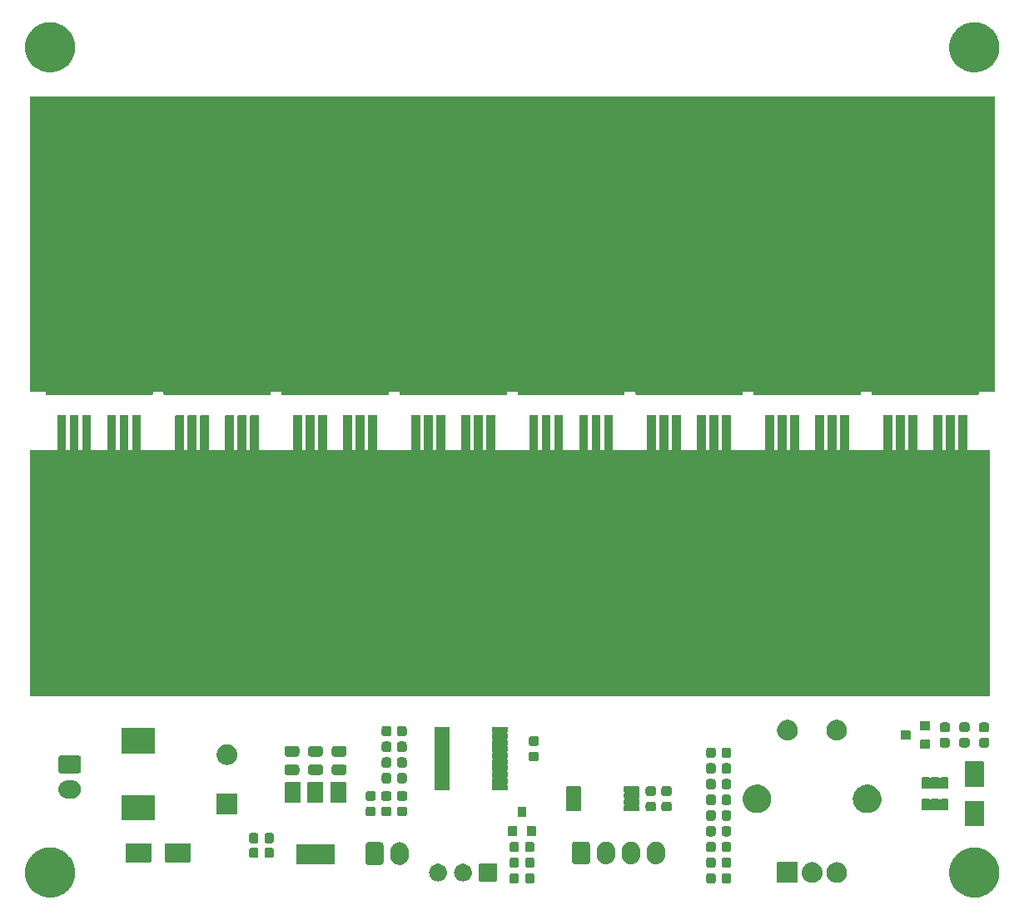
<source format=gbr>
G04 #@! TF.GenerationSoftware,KiCad,Pcbnew,5.99.0-unknown-23e09d3~100~ubuntu18.04.1*
G04 #@! TF.CreationDate,2019-10-17T17:12:07+05:30*
G04 #@! TF.ProjectId,Spot_Welder,53706f74-5f57-4656-9c64-65722e6b6963,rev?*
G04 #@! TF.SameCoordinates,Original*
G04 #@! TF.FileFunction,Soldermask,Top*
G04 #@! TF.FilePolarity,Negative*
%FSLAX46Y46*%
G04 Gerber Fmt 4.6, Leading zero omitted, Abs format (unit mm)*
G04 Created by KiCad (PCBNEW 5.99.0-unknown-23e09d3~100~ubuntu18.04.1) date 2019-10-17 17:12:07*
%MOMM*%
%LPD*%
G04 APERTURE LIST*
%ADD10C,0.100000*%
G04 APERTURE END LIST*
D10*
G36*
X178500000Y-159000000D02*
G01*
X81000000Y-159000000D01*
X81000000Y-134000000D01*
X178500000Y-134000000D01*
X178500000Y-159000000D01*
G37*
X178500000Y-159000000D02*
X81000000Y-159000000D01*
X81000000Y-134000000D01*
X178500000Y-134000000D01*
X178500000Y-159000000D01*
G36*
X179000000Y-128000000D02*
G01*
X81000000Y-128000000D01*
X81000000Y-98000000D01*
X179000000Y-98000000D01*
X179000000Y-128000000D01*
G37*
X179000000Y-128000000D02*
X81000000Y-128000000D01*
X81000000Y-98000000D01*
X179000000Y-98000000D01*
X179000000Y-128000000D01*
G36*
X83056864Y-174447535D02*
G01*
X83111487Y-174446581D01*
X83215543Y-174457518D01*
X83320357Y-174464112D01*
X83371983Y-174473960D01*
X83421836Y-174479200D01*
X83528308Y-174503781D01*
X83635662Y-174524260D01*
X83681442Y-174539135D01*
X83725897Y-174549398D01*
X83832958Y-174588365D01*
X83940942Y-174623451D01*
X83980504Y-174642067D01*
X84019146Y-174656132D01*
X84124869Y-174710001D01*
X84231383Y-174760122D01*
X84264555Y-174781174D01*
X84297194Y-174797804D01*
X84399555Y-174866848D01*
X84502404Y-174932118D01*
X84529261Y-174954336D01*
X84555901Y-174972305D01*
X84652757Y-175056500D01*
X84749732Y-175136725D01*
X84770562Y-175158907D01*
X84791422Y-175177040D01*
X84880665Y-175276155D01*
X84969465Y-175370717D01*
X84984741Y-175391743D01*
X85000229Y-175408944D01*
X85079764Y-175522531D01*
X85158138Y-175630404D01*
X85168516Y-175649281D01*
X85179222Y-175664571D01*
X85246989Y-175792023D01*
X85312777Y-175911690D01*
X85319075Y-175927598D01*
X85325725Y-175940104D01*
X85379764Y-176080879D01*
X85430941Y-176210139D01*
X85434091Y-176222406D01*
X85437560Y-176231444D01*
X85476111Y-176386066D01*
X85510768Y-176521045D01*
X85511798Y-176529199D01*
X85513054Y-176534236D01*
X85534511Y-176708992D01*
X85550999Y-176839505D01*
X85550999Y-177160495D01*
X85540345Y-177244834D01*
X85539137Y-177290948D01*
X85522851Y-177383311D01*
X85510768Y-177478955D01*
X85495501Y-177538415D01*
X85485232Y-177596654D01*
X85455992Y-177692294D01*
X85430941Y-177789861D01*
X85409966Y-177842837D01*
X85393995Y-177895077D01*
X85351441Y-177990656D01*
X85312777Y-178088310D01*
X85287458Y-178134365D01*
X85267068Y-178180162D01*
X85210781Y-178273839D01*
X85158138Y-178369596D01*
X85129849Y-178408533D01*
X85106343Y-178447653D01*
X85036181Y-178537456D01*
X84969465Y-178629283D01*
X84939542Y-178661148D01*
X84914225Y-178693552D01*
X84830327Y-178777450D01*
X84749732Y-178863275D01*
X84719454Y-178888323D01*
X84693552Y-178914225D01*
X84596253Y-178990244D01*
X84502404Y-179067882D01*
X84472981Y-179086554D01*
X84447653Y-179106343D01*
X84337621Y-179172457D01*
X84231383Y-179239878D01*
X84203856Y-179252831D01*
X84180162Y-179267068D01*
X84058322Y-179321314D01*
X83940942Y-179376549D01*
X83916220Y-179384582D01*
X83895077Y-179393995D01*
X83762511Y-179434524D01*
X83635662Y-179475740D01*
X83614492Y-179479778D01*
X83596654Y-179485232D01*
X83454551Y-179510289D01*
X83320357Y-179535888D01*
X83303281Y-179536962D01*
X83289332Y-179539422D01*
X83138751Y-179547314D01*
X83000000Y-179556043D01*
X82987359Y-179555248D01*
X82977698Y-179555754D01*
X82818827Y-179544645D01*
X82679643Y-179535888D01*
X82671565Y-179534347D01*
X82666387Y-179533985D01*
X82493581Y-179500394D01*
X82364338Y-179475740D01*
X82360753Y-179474575D01*
X82360068Y-179474442D01*
X82063274Y-179378008D01*
X82062644Y-179377714D01*
X82059058Y-179376549D01*
X81939856Y-179320457D01*
X81780454Y-179246126D01*
X81776061Y-179243381D01*
X81768617Y-179239878D01*
X81650860Y-179165147D01*
X81515808Y-179080757D01*
X81508288Y-179074667D01*
X81497596Y-179067882D01*
X81390514Y-178979297D01*
X81273298Y-178884377D01*
X81263455Y-178874184D01*
X81250268Y-178863275D01*
X81156744Y-178763682D01*
X81056514Y-178659891D01*
X81045287Y-178644992D01*
X81030535Y-178629283D01*
X80952157Y-178521405D01*
X80868711Y-178410668D01*
X80857134Y-178390617D01*
X80841862Y-178369596D01*
X80779377Y-178255937D01*
X80712680Y-178140414D01*
X80701880Y-178114971D01*
X80687223Y-178088310D01*
X80640899Y-177971308D01*
X80590750Y-177853165D01*
X80581892Y-177822273D01*
X80569059Y-177789861D01*
X80538765Y-177671873D01*
X80504731Y-177553184D01*
X80499000Y-177516998D01*
X80489232Y-177478955D01*
X80474483Y-177362202D01*
X80455915Y-177244970D01*
X80454480Y-177203863D01*
X80449001Y-177160495D01*
X80449001Y-177046960D01*
X80445025Y-176933091D01*
X80449001Y-176887644D01*
X80449001Y-176839505D01*
X80462698Y-176731081D01*
X80472222Y-176622221D01*
X80482646Y-176573182D01*
X80489232Y-176521045D01*
X80515346Y-176419338D01*
X80537102Y-176316983D01*
X80554891Y-176265320D01*
X80569059Y-176210139D01*
X80606136Y-176116493D01*
X80638702Y-176021914D01*
X80664629Y-175968755D01*
X80687223Y-175911690D01*
X80733659Y-175827224D01*
X80775499Y-175741439D01*
X80810173Y-175688046D01*
X80841862Y-175630404D01*
X80895969Y-175555932D01*
X80945459Y-175479724D01*
X80989277Y-175427504D01*
X81030535Y-175370717D01*
X81090587Y-175306768D01*
X81146051Y-175240669D01*
X81199201Y-175191105D01*
X81250268Y-175136725D01*
X81314499Y-175083589D01*
X81374281Y-175027841D01*
X81436746Y-174982458D01*
X81497596Y-174932118D01*
X81564274Y-174889803D01*
X81626739Y-174844419D01*
X81698232Y-174804790D01*
X81768617Y-174760122D01*
X81836119Y-174728358D01*
X81899683Y-174693124D01*
X81979683Y-174660802D01*
X82059058Y-174623451D01*
X82125822Y-174601758D01*
X82189014Y-174576227D01*
X82276764Y-174552714D01*
X82364338Y-174524260D01*
X82428970Y-174511931D01*
X82490443Y-174495459D01*
X82584923Y-174482181D01*
X82679643Y-174464112D01*
X82740926Y-174460256D01*
X82799475Y-174452028D01*
X82899458Y-174450283D01*
X83000000Y-174443957D01*
X83056864Y-174447535D01*
G37*
G36*
X177056864Y-174447535D02*
G01*
X177111487Y-174446581D01*
X177215543Y-174457518D01*
X177320357Y-174464112D01*
X177371983Y-174473960D01*
X177421836Y-174479200D01*
X177528308Y-174503781D01*
X177635662Y-174524260D01*
X177681442Y-174539135D01*
X177725897Y-174549398D01*
X177832958Y-174588365D01*
X177940942Y-174623451D01*
X177980504Y-174642067D01*
X178019146Y-174656132D01*
X178124869Y-174710001D01*
X178231383Y-174760122D01*
X178264555Y-174781174D01*
X178297194Y-174797804D01*
X178399555Y-174866848D01*
X178502404Y-174932118D01*
X178529261Y-174954336D01*
X178555901Y-174972305D01*
X178652757Y-175056500D01*
X178749732Y-175136725D01*
X178770562Y-175158907D01*
X178791422Y-175177040D01*
X178880665Y-175276155D01*
X178969465Y-175370717D01*
X178984741Y-175391743D01*
X179000229Y-175408944D01*
X179079764Y-175522531D01*
X179158138Y-175630404D01*
X179168516Y-175649281D01*
X179179222Y-175664571D01*
X179246989Y-175792023D01*
X179312777Y-175911690D01*
X179319075Y-175927598D01*
X179325725Y-175940104D01*
X179379764Y-176080879D01*
X179430941Y-176210139D01*
X179434091Y-176222406D01*
X179437560Y-176231444D01*
X179476111Y-176386066D01*
X179510768Y-176521045D01*
X179511798Y-176529199D01*
X179513054Y-176534236D01*
X179534511Y-176708992D01*
X179550999Y-176839505D01*
X179550999Y-177160495D01*
X179540345Y-177244834D01*
X179539137Y-177290948D01*
X179522851Y-177383311D01*
X179510768Y-177478955D01*
X179495501Y-177538415D01*
X179485232Y-177596654D01*
X179455992Y-177692294D01*
X179430941Y-177789861D01*
X179409966Y-177842837D01*
X179393995Y-177895077D01*
X179351441Y-177990656D01*
X179312777Y-178088310D01*
X179287458Y-178134365D01*
X179267068Y-178180162D01*
X179210781Y-178273839D01*
X179158138Y-178369596D01*
X179129849Y-178408533D01*
X179106343Y-178447653D01*
X179036181Y-178537456D01*
X178969465Y-178629283D01*
X178939542Y-178661148D01*
X178914225Y-178693552D01*
X178830327Y-178777450D01*
X178749732Y-178863275D01*
X178719454Y-178888323D01*
X178693552Y-178914225D01*
X178596253Y-178990244D01*
X178502404Y-179067882D01*
X178472981Y-179086554D01*
X178447653Y-179106343D01*
X178337621Y-179172457D01*
X178231383Y-179239878D01*
X178203856Y-179252831D01*
X178180162Y-179267068D01*
X178058322Y-179321314D01*
X177940942Y-179376549D01*
X177916220Y-179384582D01*
X177895077Y-179393995D01*
X177762511Y-179434524D01*
X177635662Y-179475740D01*
X177614492Y-179479778D01*
X177596654Y-179485232D01*
X177454551Y-179510289D01*
X177320357Y-179535888D01*
X177303281Y-179536962D01*
X177289332Y-179539422D01*
X177138751Y-179547314D01*
X177000000Y-179556043D01*
X176987359Y-179555248D01*
X176977698Y-179555754D01*
X176818827Y-179544645D01*
X176679643Y-179535888D01*
X176671565Y-179534347D01*
X176666387Y-179533985D01*
X176493581Y-179500394D01*
X176364338Y-179475740D01*
X176360753Y-179474575D01*
X176360068Y-179474442D01*
X176063274Y-179378008D01*
X176062644Y-179377714D01*
X176059058Y-179376549D01*
X175939856Y-179320457D01*
X175780454Y-179246126D01*
X175776061Y-179243381D01*
X175768617Y-179239878D01*
X175650860Y-179165147D01*
X175515808Y-179080757D01*
X175508288Y-179074667D01*
X175497596Y-179067882D01*
X175390514Y-178979297D01*
X175273298Y-178884377D01*
X175263455Y-178874184D01*
X175250268Y-178863275D01*
X175156744Y-178763682D01*
X175056514Y-178659891D01*
X175045287Y-178644992D01*
X175030535Y-178629283D01*
X174952157Y-178521405D01*
X174868711Y-178410668D01*
X174857134Y-178390617D01*
X174841862Y-178369596D01*
X174779377Y-178255937D01*
X174712680Y-178140414D01*
X174701880Y-178114971D01*
X174687223Y-178088310D01*
X174640899Y-177971308D01*
X174590750Y-177853165D01*
X174581892Y-177822273D01*
X174569059Y-177789861D01*
X174538765Y-177671873D01*
X174504731Y-177553184D01*
X174499000Y-177516998D01*
X174489232Y-177478955D01*
X174474483Y-177362202D01*
X174455915Y-177244970D01*
X174454480Y-177203863D01*
X174449001Y-177160495D01*
X174449001Y-177046960D01*
X174445025Y-176933091D01*
X174449001Y-176887644D01*
X174449001Y-176839505D01*
X174462698Y-176731081D01*
X174472222Y-176622221D01*
X174482646Y-176573182D01*
X174489232Y-176521045D01*
X174515346Y-176419338D01*
X174537102Y-176316983D01*
X174554891Y-176265320D01*
X174569059Y-176210139D01*
X174606136Y-176116493D01*
X174638702Y-176021914D01*
X174664629Y-175968755D01*
X174687223Y-175911690D01*
X174733659Y-175827224D01*
X174775499Y-175741439D01*
X174810173Y-175688046D01*
X174841862Y-175630404D01*
X174895969Y-175555932D01*
X174945459Y-175479724D01*
X174989277Y-175427504D01*
X175030535Y-175370717D01*
X175090587Y-175306768D01*
X175146051Y-175240669D01*
X175199201Y-175191105D01*
X175250268Y-175136725D01*
X175314499Y-175083589D01*
X175374281Y-175027841D01*
X175436746Y-174982458D01*
X175497596Y-174932118D01*
X175564274Y-174889803D01*
X175626739Y-174844419D01*
X175698232Y-174804790D01*
X175768617Y-174760122D01*
X175836119Y-174728358D01*
X175899683Y-174693124D01*
X175979683Y-174660802D01*
X176059058Y-174623451D01*
X176125822Y-174601758D01*
X176189014Y-174576227D01*
X176276764Y-174552714D01*
X176364338Y-174524260D01*
X176428970Y-174511931D01*
X176490443Y-174495459D01*
X176584923Y-174482181D01*
X176679643Y-174464112D01*
X176740926Y-174460256D01*
X176799475Y-174452028D01*
X176899458Y-174450283D01*
X177000000Y-174443957D01*
X177056864Y-174447535D01*
G37*
G36*
X130426231Y-177073001D02*
G01*
X130426964Y-177073001D01*
X130429829Y-177073571D01*
X130512918Y-177086731D01*
X130523760Y-177092255D01*
X130532215Y-177093937D01*
X130548768Y-177104998D01*
X130589054Y-177125524D01*
X130608316Y-177144786D01*
X130621443Y-177153557D01*
X130630214Y-177166684D01*
X130649476Y-177185946D01*
X130670002Y-177226232D01*
X130681063Y-177242785D01*
X130682745Y-177251240D01*
X130688269Y-177262082D01*
X130701429Y-177345171D01*
X130701999Y-177348036D01*
X130701999Y-177348769D01*
X130703194Y-177356314D01*
X130703194Y-177843686D01*
X130701999Y-177851231D01*
X130701999Y-177851964D01*
X130701429Y-177854829D01*
X130688269Y-177937918D01*
X130682745Y-177948760D01*
X130681063Y-177957215D01*
X130670002Y-177973768D01*
X130649476Y-178014054D01*
X130630214Y-178033316D01*
X130621443Y-178046443D01*
X130608316Y-178055214D01*
X130589054Y-178074476D01*
X130548768Y-178095002D01*
X130532215Y-178106063D01*
X130523760Y-178107745D01*
X130512918Y-178113269D01*
X130429829Y-178126429D01*
X130426964Y-178126999D01*
X130426231Y-178126999D01*
X130418686Y-178128194D01*
X130006314Y-178128194D01*
X129998769Y-178126999D01*
X129998036Y-178126999D01*
X129995171Y-178126429D01*
X129912082Y-178113269D01*
X129901240Y-178107745D01*
X129892785Y-178106063D01*
X129876232Y-178095002D01*
X129835946Y-178074476D01*
X129816684Y-178055214D01*
X129803557Y-178046443D01*
X129794786Y-178033316D01*
X129775524Y-178014054D01*
X129754998Y-177973768D01*
X129743937Y-177957215D01*
X129742255Y-177948760D01*
X129736731Y-177937918D01*
X129723571Y-177854829D01*
X129723001Y-177851964D01*
X129723001Y-177851231D01*
X129721806Y-177843686D01*
X129721806Y-177356314D01*
X129723001Y-177348769D01*
X129723001Y-177348036D01*
X129723571Y-177345171D01*
X129736731Y-177262082D01*
X129742255Y-177251240D01*
X129743937Y-177242785D01*
X129754998Y-177226232D01*
X129775524Y-177185946D01*
X129794786Y-177166684D01*
X129803557Y-177153557D01*
X129816684Y-177144786D01*
X129835946Y-177125524D01*
X129876232Y-177104998D01*
X129892785Y-177093937D01*
X129901240Y-177092255D01*
X129912082Y-177086731D01*
X129995171Y-177073571D01*
X129998036Y-177073001D01*
X129998769Y-177073001D01*
X130006314Y-177071806D01*
X130418686Y-177071806D01*
X130426231Y-177073001D01*
G37*
G36*
X150426231Y-177073001D02*
G01*
X150426964Y-177073001D01*
X150429829Y-177073571D01*
X150512918Y-177086731D01*
X150523760Y-177092255D01*
X150532215Y-177093937D01*
X150548768Y-177104998D01*
X150589054Y-177125524D01*
X150608316Y-177144786D01*
X150621443Y-177153557D01*
X150630214Y-177166684D01*
X150649476Y-177185946D01*
X150670002Y-177226232D01*
X150681063Y-177242785D01*
X150682745Y-177251240D01*
X150688269Y-177262082D01*
X150701429Y-177345171D01*
X150701999Y-177348036D01*
X150701999Y-177348769D01*
X150703194Y-177356314D01*
X150703194Y-177843686D01*
X150701999Y-177851231D01*
X150701999Y-177851964D01*
X150701429Y-177854829D01*
X150688269Y-177937918D01*
X150682745Y-177948760D01*
X150681063Y-177957215D01*
X150670002Y-177973768D01*
X150649476Y-178014054D01*
X150630214Y-178033316D01*
X150621443Y-178046443D01*
X150608316Y-178055214D01*
X150589054Y-178074476D01*
X150548768Y-178095002D01*
X150532215Y-178106063D01*
X150523760Y-178107745D01*
X150512918Y-178113269D01*
X150429829Y-178126429D01*
X150426964Y-178126999D01*
X150426231Y-178126999D01*
X150418686Y-178128194D01*
X150006314Y-178128194D01*
X149998769Y-178126999D01*
X149998036Y-178126999D01*
X149995171Y-178126429D01*
X149912082Y-178113269D01*
X149901240Y-178107745D01*
X149892785Y-178106063D01*
X149876232Y-178095002D01*
X149835946Y-178074476D01*
X149816684Y-178055214D01*
X149803557Y-178046443D01*
X149794786Y-178033316D01*
X149775524Y-178014054D01*
X149754998Y-177973768D01*
X149743937Y-177957215D01*
X149742255Y-177948760D01*
X149736731Y-177937918D01*
X149723571Y-177854829D01*
X149723001Y-177851964D01*
X149723001Y-177851231D01*
X149721806Y-177843686D01*
X149721806Y-177356314D01*
X149723001Y-177348769D01*
X149723001Y-177348036D01*
X149723571Y-177345171D01*
X149736731Y-177262082D01*
X149742255Y-177251240D01*
X149743937Y-177242785D01*
X149754998Y-177226232D01*
X149775524Y-177185946D01*
X149794786Y-177166684D01*
X149803557Y-177153557D01*
X149816684Y-177144786D01*
X149835946Y-177125524D01*
X149876232Y-177104998D01*
X149892785Y-177093937D01*
X149901240Y-177092255D01*
X149912082Y-177086731D01*
X149995171Y-177073571D01*
X149998036Y-177073001D01*
X149998769Y-177073001D01*
X150006314Y-177071806D01*
X150418686Y-177071806D01*
X150426231Y-177073001D01*
G37*
G36*
X152001231Y-177073001D02*
G01*
X152001964Y-177073001D01*
X152004829Y-177073571D01*
X152087918Y-177086731D01*
X152098760Y-177092255D01*
X152107215Y-177093937D01*
X152123768Y-177104998D01*
X152164054Y-177125524D01*
X152183316Y-177144786D01*
X152196443Y-177153557D01*
X152205214Y-177166684D01*
X152224476Y-177185946D01*
X152245002Y-177226232D01*
X152256063Y-177242785D01*
X152257745Y-177251240D01*
X152263269Y-177262082D01*
X152276429Y-177345171D01*
X152276999Y-177348036D01*
X152276999Y-177348769D01*
X152278194Y-177356314D01*
X152278194Y-177843686D01*
X152276999Y-177851231D01*
X152276999Y-177851964D01*
X152276429Y-177854829D01*
X152263269Y-177937918D01*
X152257745Y-177948760D01*
X152256063Y-177957215D01*
X152245002Y-177973768D01*
X152224476Y-178014054D01*
X152205214Y-178033316D01*
X152196443Y-178046443D01*
X152183316Y-178055214D01*
X152164054Y-178074476D01*
X152123768Y-178095002D01*
X152107215Y-178106063D01*
X152098760Y-178107745D01*
X152087918Y-178113269D01*
X152004829Y-178126429D01*
X152001964Y-178126999D01*
X152001231Y-178126999D01*
X151993686Y-178128194D01*
X151581314Y-178128194D01*
X151573769Y-178126999D01*
X151573036Y-178126999D01*
X151570171Y-178126429D01*
X151487082Y-178113269D01*
X151476240Y-178107745D01*
X151467785Y-178106063D01*
X151451232Y-178095002D01*
X151410946Y-178074476D01*
X151391684Y-178055214D01*
X151378557Y-178046443D01*
X151369786Y-178033316D01*
X151350524Y-178014054D01*
X151329998Y-177973768D01*
X151318937Y-177957215D01*
X151317255Y-177948760D01*
X151311731Y-177937918D01*
X151298571Y-177854829D01*
X151298001Y-177851964D01*
X151298001Y-177851231D01*
X151296806Y-177843686D01*
X151296806Y-177356314D01*
X151298001Y-177348769D01*
X151298001Y-177348036D01*
X151298571Y-177345171D01*
X151311731Y-177262082D01*
X151317255Y-177251240D01*
X151318937Y-177242785D01*
X151329998Y-177226232D01*
X151350524Y-177185946D01*
X151369786Y-177166684D01*
X151378557Y-177153557D01*
X151391684Y-177144786D01*
X151410946Y-177125524D01*
X151451232Y-177104998D01*
X151467785Y-177093937D01*
X151476240Y-177092255D01*
X151487082Y-177086731D01*
X151570171Y-177073571D01*
X151573036Y-177073001D01*
X151573769Y-177073001D01*
X151581314Y-177071806D01*
X151993686Y-177071806D01*
X152001231Y-177073001D01*
G37*
G36*
X132001231Y-177073001D02*
G01*
X132001964Y-177073001D01*
X132004829Y-177073571D01*
X132087918Y-177086731D01*
X132098760Y-177092255D01*
X132107215Y-177093937D01*
X132123768Y-177104998D01*
X132164054Y-177125524D01*
X132183316Y-177144786D01*
X132196443Y-177153557D01*
X132205214Y-177166684D01*
X132224476Y-177185946D01*
X132245002Y-177226232D01*
X132256063Y-177242785D01*
X132257745Y-177251240D01*
X132263269Y-177262082D01*
X132276429Y-177345171D01*
X132276999Y-177348036D01*
X132276999Y-177348769D01*
X132278194Y-177356314D01*
X132278194Y-177843686D01*
X132276999Y-177851231D01*
X132276999Y-177851964D01*
X132276429Y-177854829D01*
X132263269Y-177937918D01*
X132257745Y-177948760D01*
X132256063Y-177957215D01*
X132245002Y-177973768D01*
X132224476Y-178014054D01*
X132205214Y-178033316D01*
X132196443Y-178046443D01*
X132183316Y-178055214D01*
X132164054Y-178074476D01*
X132123768Y-178095002D01*
X132107215Y-178106063D01*
X132098760Y-178107745D01*
X132087918Y-178113269D01*
X132004829Y-178126429D01*
X132001964Y-178126999D01*
X132001231Y-178126999D01*
X131993686Y-178128194D01*
X131581314Y-178128194D01*
X131573769Y-178126999D01*
X131573036Y-178126999D01*
X131570171Y-178126429D01*
X131487082Y-178113269D01*
X131476240Y-178107745D01*
X131467785Y-178106063D01*
X131451232Y-178095002D01*
X131410946Y-178074476D01*
X131391684Y-178055214D01*
X131378557Y-178046443D01*
X131369786Y-178033316D01*
X131350524Y-178014054D01*
X131329998Y-177973768D01*
X131318937Y-177957215D01*
X131317255Y-177948760D01*
X131311731Y-177937918D01*
X131298571Y-177854829D01*
X131298001Y-177851964D01*
X131298001Y-177851231D01*
X131296806Y-177843686D01*
X131296806Y-177356314D01*
X131298001Y-177348769D01*
X131298001Y-177348036D01*
X131298571Y-177345171D01*
X131311731Y-177262082D01*
X131317255Y-177251240D01*
X131318937Y-177242785D01*
X131329998Y-177226232D01*
X131350524Y-177185946D01*
X131369786Y-177166684D01*
X131378557Y-177153557D01*
X131391684Y-177144786D01*
X131410946Y-177125524D01*
X131451232Y-177104998D01*
X131467785Y-177093937D01*
X131476240Y-177092255D01*
X131487082Y-177086731D01*
X131570171Y-177073571D01*
X131573036Y-177073001D01*
X131573769Y-177073001D01*
X131581314Y-177071806D01*
X131993686Y-177071806D01*
X132001231Y-177073001D01*
G37*
G36*
X163059591Y-175949345D02*
G01*
X163110391Y-175949700D01*
X163161051Y-175960099D01*
X163206828Y-175964951D01*
X163256287Y-175979648D01*
X163312293Y-175991145D01*
X163354069Y-176008706D01*
X163391981Y-176019972D01*
X163443722Y-176046392D01*
X163502300Y-176071016D01*
X163534564Y-176092779D01*
X163564015Y-176107817D01*
X163615254Y-176147205D01*
X163673174Y-176186273D01*
X163696070Y-176209330D01*
X163717158Y-176225540D01*
X163764764Y-176278504D01*
X163818407Y-176332523D01*
X163832831Y-176354233D01*
X163846284Y-176369200D01*
X163886922Y-176435646D01*
X163932468Y-176504198D01*
X163939950Y-176522350D01*
X163947065Y-176533984D01*
X163977378Y-176613158D01*
X164011011Y-176694758D01*
X164013572Y-176707693D01*
X164016132Y-176714379D01*
X164032931Y-176805461D01*
X164051045Y-176896944D01*
X164047757Y-177132363D01*
X164044234Y-177147869D01*
X164044069Y-177153973D01*
X164022745Y-177242453D01*
X164002094Y-177333352D01*
X163999358Y-177339497D01*
X163999199Y-177340157D01*
X163941914Y-177468518D01*
X163918261Y-177521645D01*
X163864257Y-177598200D01*
X163810932Y-177675643D01*
X163806520Y-177680048D01*
X163799451Y-177690068D01*
X163734969Y-177751474D01*
X163674227Y-177812109D01*
X163663742Y-177819302D01*
X163650191Y-177832206D01*
X163579960Y-177876776D01*
X163514942Y-177921378D01*
X163497400Y-177929170D01*
X163476165Y-177942646D01*
X163404347Y-177970503D01*
X163338410Y-177999791D01*
X163313446Y-178005761D01*
X163284002Y-178017182D01*
X163214304Y-178029471D01*
X163150543Y-178044720D01*
X163118438Y-178046375D01*
X163081022Y-178052972D01*
X163016608Y-178051623D01*
X162957641Y-178054662D01*
X162919342Y-178049586D01*
X162874955Y-178048656D01*
X162818223Y-178036183D01*
X162766152Y-178029281D01*
X162723267Y-178015306D01*
X162673652Y-178004397D01*
X162626265Y-177983694D01*
X162582498Y-177969431D01*
X162537176Y-177944772D01*
X162484779Y-177921880D01*
X162447565Y-177896016D01*
X162412825Y-177877114D01*
X162367703Y-177840510D01*
X162315530Y-177804249D01*
X162288502Y-177776260D01*
X162262814Y-177755422D01*
X162220877Y-177706233D01*
X162172353Y-177655985D01*
X162154751Y-177628672D01*
X162137495Y-177608432D01*
X162101942Y-177546728D01*
X162060701Y-177482734D01*
X162051105Y-177458498D01*
X162041060Y-177441064D01*
X162015127Y-177367628D01*
X161984826Y-177291096D01*
X161981282Y-177271785D01*
X161976739Y-177258921D01*
X161963546Y-177175152D01*
X161947619Y-177088371D01*
X161947803Y-177075188D01*
X161946689Y-177068114D01*
X161949196Y-176975460D01*
X161950497Y-176882279D01*
X161951895Y-176875703D01*
X161951913Y-176875026D01*
X161981406Y-176736863D01*
X161993350Y-176680672D01*
X162030226Y-176594635D01*
X162066315Y-176507722D01*
X162069718Y-176502492D01*
X162074546Y-176491227D01*
X162124828Y-176417791D01*
X162171658Y-176345818D01*
X162180423Y-176336598D01*
X162190992Y-176321162D01*
X162250409Y-176262977D01*
X162304745Y-176205818D01*
X162320286Y-176194547D01*
X162338253Y-176176953D01*
X162402701Y-176134780D01*
X162461118Y-176092415D01*
X162484301Y-176081382D01*
X162510720Y-176064094D01*
X162576316Y-176037591D01*
X162635532Y-176009410D01*
X162666596Y-176001116D01*
X162701823Y-175986883D01*
X162765128Y-175974807D01*
X162822159Y-175959579D01*
X162860663Y-175956582D01*
X162904284Y-175948261D01*
X162962370Y-175948667D01*
X163014735Y-175944591D01*
X163059591Y-175949345D01*
G37*
G36*
X160559591Y-175949345D02*
G01*
X160610391Y-175949700D01*
X160661051Y-175960099D01*
X160706828Y-175964951D01*
X160756287Y-175979648D01*
X160812293Y-175991145D01*
X160854069Y-176008706D01*
X160891981Y-176019972D01*
X160943722Y-176046392D01*
X161002300Y-176071016D01*
X161034564Y-176092779D01*
X161064015Y-176107817D01*
X161115254Y-176147205D01*
X161173174Y-176186273D01*
X161196070Y-176209330D01*
X161217158Y-176225540D01*
X161264764Y-176278504D01*
X161318407Y-176332523D01*
X161332831Y-176354233D01*
X161346284Y-176369200D01*
X161386922Y-176435646D01*
X161432468Y-176504198D01*
X161439950Y-176522350D01*
X161447065Y-176533984D01*
X161477378Y-176613158D01*
X161511011Y-176694758D01*
X161513572Y-176707693D01*
X161516132Y-176714379D01*
X161532931Y-176805461D01*
X161551045Y-176896944D01*
X161547757Y-177132363D01*
X161544234Y-177147869D01*
X161544069Y-177153973D01*
X161522745Y-177242453D01*
X161502094Y-177333352D01*
X161499358Y-177339497D01*
X161499199Y-177340157D01*
X161441914Y-177468518D01*
X161418261Y-177521645D01*
X161364257Y-177598200D01*
X161310932Y-177675643D01*
X161306520Y-177680048D01*
X161299451Y-177690068D01*
X161234969Y-177751474D01*
X161174227Y-177812109D01*
X161163742Y-177819302D01*
X161150191Y-177832206D01*
X161079960Y-177876776D01*
X161014942Y-177921378D01*
X160997400Y-177929170D01*
X160976165Y-177942646D01*
X160904347Y-177970503D01*
X160838410Y-177999791D01*
X160813446Y-178005761D01*
X160784002Y-178017182D01*
X160714304Y-178029471D01*
X160650543Y-178044720D01*
X160618438Y-178046375D01*
X160581022Y-178052972D01*
X160516608Y-178051623D01*
X160457641Y-178054662D01*
X160419342Y-178049586D01*
X160374955Y-178048656D01*
X160318223Y-178036183D01*
X160266152Y-178029281D01*
X160223267Y-178015306D01*
X160173652Y-178004397D01*
X160126265Y-177983694D01*
X160082498Y-177969431D01*
X160037176Y-177944772D01*
X159984779Y-177921880D01*
X159947565Y-177896016D01*
X159912825Y-177877114D01*
X159867703Y-177840510D01*
X159815530Y-177804249D01*
X159788502Y-177776260D01*
X159762814Y-177755422D01*
X159720877Y-177706233D01*
X159672353Y-177655985D01*
X159654751Y-177628672D01*
X159637495Y-177608432D01*
X159601942Y-177546728D01*
X159560701Y-177482734D01*
X159551105Y-177458498D01*
X159541060Y-177441064D01*
X159515127Y-177367628D01*
X159484826Y-177291096D01*
X159481282Y-177271785D01*
X159476739Y-177258921D01*
X159463546Y-177175152D01*
X159447619Y-177088371D01*
X159447803Y-177075188D01*
X159446689Y-177068114D01*
X159449196Y-176975460D01*
X159450497Y-176882279D01*
X159451895Y-176875703D01*
X159451913Y-176875026D01*
X159481406Y-176736863D01*
X159493350Y-176680672D01*
X159530226Y-176594635D01*
X159566315Y-176507722D01*
X159569718Y-176502492D01*
X159574546Y-176491227D01*
X159624828Y-176417791D01*
X159671658Y-176345818D01*
X159680423Y-176336598D01*
X159690992Y-176321162D01*
X159750409Y-176262977D01*
X159804745Y-176205818D01*
X159820286Y-176194547D01*
X159838253Y-176176953D01*
X159902701Y-176134780D01*
X159961118Y-176092415D01*
X159984301Y-176081382D01*
X160010720Y-176064094D01*
X160076316Y-176037591D01*
X160135532Y-176009410D01*
X160166596Y-176001116D01*
X160201823Y-175986883D01*
X160265128Y-175974807D01*
X160322159Y-175959579D01*
X160360663Y-175956582D01*
X160404284Y-175948261D01*
X160462370Y-175948667D01*
X160514735Y-175944591D01*
X160559591Y-175949345D01*
G37*
G36*
X159019899Y-175951959D02*
G01*
X159036769Y-175963231D01*
X159048041Y-175980101D01*
X159054448Y-176012312D01*
X159054448Y-177987688D01*
X159051999Y-178000000D01*
X159048041Y-178019899D01*
X159036769Y-178036769D01*
X159019899Y-178048041D01*
X159000000Y-178051999D01*
X158987688Y-178054448D01*
X157012312Y-178054448D01*
X156980101Y-178048041D01*
X156963231Y-178036769D01*
X156951959Y-178019899D01*
X156945552Y-177987688D01*
X156945552Y-176012312D01*
X156951959Y-175980101D01*
X156963231Y-175963231D01*
X156980101Y-175951959D01*
X157012312Y-175945552D01*
X158987688Y-175945552D01*
X159019899Y-175951959D01*
G37*
G36*
X128409899Y-176101959D02*
G01*
X128426769Y-176113231D01*
X128438041Y-176130101D01*
X128444448Y-176162312D01*
X128444448Y-177837688D01*
X128438041Y-177869899D01*
X128426769Y-177886769D01*
X128409899Y-177898041D01*
X128390000Y-177901999D01*
X128377688Y-177904448D01*
X126702312Y-177904448D01*
X126670101Y-177898041D01*
X126653231Y-177886769D01*
X126641959Y-177869899D01*
X126635552Y-177837688D01*
X126635552Y-176162312D01*
X126641959Y-176130101D01*
X126653231Y-176113231D01*
X126670101Y-176101959D01*
X126702312Y-176095552D01*
X128377688Y-176095552D01*
X128409899Y-176101959D01*
G37*
G36*
X125188360Y-176113835D02*
G01*
X125269397Y-176140166D01*
X125356663Y-176167848D01*
X125359655Y-176169493D01*
X125368488Y-176172363D01*
X125440466Y-176213919D01*
X125511499Y-176252970D01*
X125518986Y-176259253D01*
X125532511Y-176267061D01*
X125590259Y-176319057D01*
X125646857Y-176366549D01*
X125656962Y-176379118D01*
X125673261Y-176393793D01*
X125715454Y-176451867D01*
X125757579Y-176504260D01*
X125767994Y-176524182D01*
X125784586Y-176547019D01*
X125811297Y-176607012D01*
X125839439Y-176660843D01*
X125847582Y-176688510D01*
X125861621Y-176720042D01*
X125873992Y-176778241D01*
X125889328Y-176830349D01*
X125892518Y-176865401D01*
X125900999Y-176905301D01*
X125900999Y-176958592D01*
X125905343Y-177006324D01*
X125900999Y-177047653D01*
X125900999Y-177094699D01*
X125891217Y-177140721D01*
X125886873Y-177182047D01*
X125872702Y-177227827D01*
X125861621Y-177279958D01*
X125845028Y-177317226D01*
X125834622Y-177350843D01*
X125808789Y-177398620D01*
X125784586Y-177452981D01*
X125764298Y-177480905D01*
X125750580Y-177506276D01*
X125711859Y-177553082D01*
X125673261Y-177606207D01*
X125652284Y-177625095D01*
X125637952Y-177642419D01*
X125585845Y-177684917D01*
X125532511Y-177732939D01*
X125513524Y-177743901D01*
X125501025Y-177754095D01*
X125435780Y-177788786D01*
X125368488Y-177827637D01*
X125353636Y-177832463D01*
X125345003Y-177837053D01*
X125267430Y-177860473D01*
X125188360Y-177886165D01*
X125179114Y-177887137D01*
X125175851Y-177888122D01*
X125084710Y-177897059D01*
X125047211Y-177901000D01*
X124952789Y-177901000D01*
X124811640Y-177886165D01*
X124730603Y-177859834D01*
X124643337Y-177832152D01*
X124640345Y-177830507D01*
X124631512Y-177827637D01*
X124559534Y-177786081D01*
X124488501Y-177747030D01*
X124481014Y-177740747D01*
X124467489Y-177732939D01*
X124409741Y-177680943D01*
X124353143Y-177633451D01*
X124343038Y-177620882D01*
X124326739Y-177606207D01*
X124284546Y-177548133D01*
X124242421Y-177495740D01*
X124232006Y-177475818D01*
X124215414Y-177452981D01*
X124188703Y-177392988D01*
X124160561Y-177339157D01*
X124152418Y-177311490D01*
X124138379Y-177279958D01*
X124126008Y-177221759D01*
X124110672Y-177169651D01*
X124107482Y-177134599D01*
X124099001Y-177094699D01*
X124099001Y-177041408D01*
X124094657Y-176993676D01*
X124099001Y-176952347D01*
X124099001Y-176905301D01*
X124108783Y-176859279D01*
X124113127Y-176817953D01*
X124127298Y-176772173D01*
X124138379Y-176720042D01*
X124154972Y-176682774D01*
X124165378Y-176649157D01*
X124191211Y-176601380D01*
X124215414Y-176547019D01*
X124235702Y-176519095D01*
X124249420Y-176493724D01*
X124288141Y-176446918D01*
X124326739Y-176393793D01*
X124347716Y-176374905D01*
X124362048Y-176357581D01*
X124414155Y-176315083D01*
X124467489Y-176267061D01*
X124486476Y-176256099D01*
X124498975Y-176245905D01*
X124564220Y-176211214D01*
X124631512Y-176172363D01*
X124646364Y-176167537D01*
X124654997Y-176162947D01*
X124732570Y-176139527D01*
X124811640Y-176113835D01*
X124820886Y-176112863D01*
X124824149Y-176111878D01*
X124915290Y-176102941D01*
X124952789Y-176099000D01*
X125047211Y-176099000D01*
X125188360Y-176113835D01*
G37*
G36*
X122648360Y-176113835D02*
G01*
X122729397Y-176140166D01*
X122816663Y-176167848D01*
X122819655Y-176169493D01*
X122828488Y-176172363D01*
X122900466Y-176213919D01*
X122971499Y-176252970D01*
X122978986Y-176259253D01*
X122992511Y-176267061D01*
X123050259Y-176319057D01*
X123106857Y-176366549D01*
X123116962Y-176379118D01*
X123133261Y-176393793D01*
X123175454Y-176451867D01*
X123217579Y-176504260D01*
X123227994Y-176524182D01*
X123244586Y-176547019D01*
X123271297Y-176607012D01*
X123299439Y-176660843D01*
X123307582Y-176688510D01*
X123321621Y-176720042D01*
X123333992Y-176778241D01*
X123349328Y-176830349D01*
X123352518Y-176865401D01*
X123360999Y-176905301D01*
X123360999Y-176958592D01*
X123365343Y-177006324D01*
X123360999Y-177047653D01*
X123360999Y-177094699D01*
X123351217Y-177140721D01*
X123346873Y-177182047D01*
X123332702Y-177227827D01*
X123321621Y-177279958D01*
X123305028Y-177317226D01*
X123294622Y-177350843D01*
X123268789Y-177398620D01*
X123244586Y-177452981D01*
X123224298Y-177480905D01*
X123210580Y-177506276D01*
X123171859Y-177553082D01*
X123133261Y-177606207D01*
X123112284Y-177625095D01*
X123097952Y-177642419D01*
X123045845Y-177684917D01*
X122992511Y-177732939D01*
X122973524Y-177743901D01*
X122961025Y-177754095D01*
X122895780Y-177788786D01*
X122828488Y-177827637D01*
X122813636Y-177832463D01*
X122805003Y-177837053D01*
X122727430Y-177860473D01*
X122648360Y-177886165D01*
X122639114Y-177887137D01*
X122635851Y-177888122D01*
X122544710Y-177897059D01*
X122507211Y-177901000D01*
X122412789Y-177901000D01*
X122271640Y-177886165D01*
X122190603Y-177859834D01*
X122103337Y-177832152D01*
X122100345Y-177830507D01*
X122091512Y-177827637D01*
X122019534Y-177786081D01*
X121948501Y-177747030D01*
X121941014Y-177740747D01*
X121927489Y-177732939D01*
X121869741Y-177680943D01*
X121813143Y-177633451D01*
X121803038Y-177620882D01*
X121786739Y-177606207D01*
X121744546Y-177548133D01*
X121702421Y-177495740D01*
X121692006Y-177475818D01*
X121675414Y-177452981D01*
X121648703Y-177392988D01*
X121620561Y-177339157D01*
X121612418Y-177311490D01*
X121598379Y-177279958D01*
X121586008Y-177221759D01*
X121570672Y-177169651D01*
X121567482Y-177134599D01*
X121559001Y-177094699D01*
X121559001Y-177041408D01*
X121554657Y-176993676D01*
X121559001Y-176952347D01*
X121559001Y-176905301D01*
X121568783Y-176859279D01*
X121573127Y-176817953D01*
X121587298Y-176772173D01*
X121598379Y-176720042D01*
X121614972Y-176682774D01*
X121625378Y-176649157D01*
X121651211Y-176601380D01*
X121675414Y-176547019D01*
X121695702Y-176519095D01*
X121709420Y-176493724D01*
X121748141Y-176446918D01*
X121786739Y-176393793D01*
X121807716Y-176374905D01*
X121822048Y-176357581D01*
X121874155Y-176315083D01*
X121927489Y-176267061D01*
X121946476Y-176256099D01*
X121958975Y-176245905D01*
X122024220Y-176211214D01*
X122091512Y-176172363D01*
X122106364Y-176167537D01*
X122114997Y-176162947D01*
X122192570Y-176139527D01*
X122271640Y-176113835D01*
X122280886Y-176112863D01*
X122284149Y-176111878D01*
X122375290Y-176102941D01*
X122412789Y-176099000D01*
X122507211Y-176099000D01*
X122648360Y-176113835D01*
G37*
G36*
X152001231Y-175473001D02*
G01*
X152001964Y-175473001D01*
X152004829Y-175473571D01*
X152087918Y-175486731D01*
X152098760Y-175492255D01*
X152107215Y-175493937D01*
X152123768Y-175504998D01*
X152164054Y-175525524D01*
X152183316Y-175544786D01*
X152196443Y-175553557D01*
X152205214Y-175566684D01*
X152224476Y-175585946D01*
X152245002Y-175626232D01*
X152256063Y-175642785D01*
X152257745Y-175651240D01*
X152263269Y-175662082D01*
X152276429Y-175745171D01*
X152276999Y-175748036D01*
X152276999Y-175748769D01*
X152278194Y-175756314D01*
X152278194Y-176243686D01*
X152276999Y-176251231D01*
X152276999Y-176251964D01*
X152276429Y-176254829D01*
X152263269Y-176337918D01*
X152257745Y-176348760D01*
X152256063Y-176357215D01*
X152245002Y-176373768D01*
X152224476Y-176414054D01*
X152205214Y-176433316D01*
X152196443Y-176446443D01*
X152183316Y-176455214D01*
X152164054Y-176474476D01*
X152123768Y-176495002D01*
X152107215Y-176506063D01*
X152098760Y-176507745D01*
X152087918Y-176513269D01*
X152004829Y-176526429D01*
X152001964Y-176526999D01*
X152001231Y-176526999D01*
X151993686Y-176528194D01*
X151581314Y-176528194D01*
X151573769Y-176526999D01*
X151573036Y-176526999D01*
X151570171Y-176526429D01*
X151487082Y-176513269D01*
X151476240Y-176507745D01*
X151467785Y-176506063D01*
X151451232Y-176495002D01*
X151410946Y-176474476D01*
X151391684Y-176455214D01*
X151378557Y-176446443D01*
X151369786Y-176433316D01*
X151350524Y-176414054D01*
X151329998Y-176373768D01*
X151318937Y-176357215D01*
X151317255Y-176348760D01*
X151311731Y-176337918D01*
X151298571Y-176254829D01*
X151298001Y-176251964D01*
X151298001Y-176251231D01*
X151296806Y-176243686D01*
X151296806Y-175756314D01*
X151298001Y-175748769D01*
X151298001Y-175748036D01*
X151298571Y-175745171D01*
X151311731Y-175662082D01*
X151317255Y-175651240D01*
X151318937Y-175642785D01*
X151329998Y-175626232D01*
X151350524Y-175585946D01*
X151369786Y-175566684D01*
X151378557Y-175553557D01*
X151391684Y-175544786D01*
X151410946Y-175525524D01*
X151451232Y-175504998D01*
X151467785Y-175493937D01*
X151476240Y-175492255D01*
X151487082Y-175486731D01*
X151570171Y-175473571D01*
X151573036Y-175473001D01*
X151573769Y-175473001D01*
X151581314Y-175471806D01*
X151993686Y-175471806D01*
X152001231Y-175473001D01*
G37*
G36*
X130426231Y-175473001D02*
G01*
X130426964Y-175473001D01*
X130429829Y-175473571D01*
X130512918Y-175486731D01*
X130523760Y-175492255D01*
X130532215Y-175493937D01*
X130548768Y-175504998D01*
X130589054Y-175525524D01*
X130608316Y-175544786D01*
X130621443Y-175553557D01*
X130630214Y-175566684D01*
X130649476Y-175585946D01*
X130670002Y-175626232D01*
X130681063Y-175642785D01*
X130682745Y-175651240D01*
X130688269Y-175662082D01*
X130701429Y-175745171D01*
X130701999Y-175748036D01*
X130701999Y-175748769D01*
X130703194Y-175756314D01*
X130703194Y-176243686D01*
X130701999Y-176251231D01*
X130701999Y-176251964D01*
X130701429Y-176254829D01*
X130688269Y-176337918D01*
X130682745Y-176348760D01*
X130681063Y-176357215D01*
X130670002Y-176373768D01*
X130649476Y-176414054D01*
X130630214Y-176433316D01*
X130621443Y-176446443D01*
X130608316Y-176455214D01*
X130589054Y-176474476D01*
X130548768Y-176495002D01*
X130532215Y-176506063D01*
X130523760Y-176507745D01*
X130512918Y-176513269D01*
X130429829Y-176526429D01*
X130426964Y-176526999D01*
X130426231Y-176526999D01*
X130418686Y-176528194D01*
X130006314Y-176528194D01*
X129998769Y-176526999D01*
X129998036Y-176526999D01*
X129995171Y-176526429D01*
X129912082Y-176513269D01*
X129901240Y-176507745D01*
X129892785Y-176506063D01*
X129876232Y-176495002D01*
X129835946Y-176474476D01*
X129816684Y-176455214D01*
X129803557Y-176446443D01*
X129794786Y-176433316D01*
X129775524Y-176414054D01*
X129754998Y-176373768D01*
X129743937Y-176357215D01*
X129742255Y-176348760D01*
X129736731Y-176337918D01*
X129723571Y-176254829D01*
X129723001Y-176251964D01*
X129723001Y-176251231D01*
X129721806Y-176243686D01*
X129721806Y-175756314D01*
X129723001Y-175748769D01*
X129723001Y-175748036D01*
X129723571Y-175745171D01*
X129736731Y-175662082D01*
X129742255Y-175651240D01*
X129743937Y-175642785D01*
X129754998Y-175626232D01*
X129775524Y-175585946D01*
X129794786Y-175566684D01*
X129803557Y-175553557D01*
X129816684Y-175544786D01*
X129835946Y-175525524D01*
X129876232Y-175504998D01*
X129892785Y-175493937D01*
X129901240Y-175492255D01*
X129912082Y-175486731D01*
X129995171Y-175473571D01*
X129998036Y-175473001D01*
X129998769Y-175473001D01*
X130006314Y-175471806D01*
X130418686Y-175471806D01*
X130426231Y-175473001D01*
G37*
G36*
X132001231Y-175473001D02*
G01*
X132001964Y-175473001D01*
X132004829Y-175473571D01*
X132087918Y-175486731D01*
X132098760Y-175492255D01*
X132107215Y-175493937D01*
X132123768Y-175504998D01*
X132164054Y-175525524D01*
X132183316Y-175544786D01*
X132196443Y-175553557D01*
X132205214Y-175566684D01*
X132224476Y-175585946D01*
X132245002Y-175626232D01*
X132256063Y-175642785D01*
X132257745Y-175651240D01*
X132263269Y-175662082D01*
X132276429Y-175745171D01*
X132276999Y-175748036D01*
X132276999Y-175748769D01*
X132278194Y-175756314D01*
X132278194Y-176243686D01*
X132276999Y-176251231D01*
X132276999Y-176251964D01*
X132276429Y-176254829D01*
X132263269Y-176337918D01*
X132257745Y-176348760D01*
X132256063Y-176357215D01*
X132245002Y-176373768D01*
X132224476Y-176414054D01*
X132205214Y-176433316D01*
X132196443Y-176446443D01*
X132183316Y-176455214D01*
X132164054Y-176474476D01*
X132123768Y-176495002D01*
X132107215Y-176506063D01*
X132098760Y-176507745D01*
X132087918Y-176513269D01*
X132004829Y-176526429D01*
X132001964Y-176526999D01*
X132001231Y-176526999D01*
X131993686Y-176528194D01*
X131581314Y-176528194D01*
X131573769Y-176526999D01*
X131573036Y-176526999D01*
X131570171Y-176526429D01*
X131487082Y-176513269D01*
X131476240Y-176507745D01*
X131467785Y-176506063D01*
X131451232Y-176495002D01*
X131410946Y-176474476D01*
X131391684Y-176455214D01*
X131378557Y-176446443D01*
X131369786Y-176433316D01*
X131350524Y-176414054D01*
X131329998Y-176373768D01*
X131318937Y-176357215D01*
X131317255Y-176348760D01*
X131311731Y-176337918D01*
X131298571Y-176254829D01*
X131298001Y-176251964D01*
X131298001Y-176251231D01*
X131296806Y-176243686D01*
X131296806Y-175756314D01*
X131298001Y-175748769D01*
X131298001Y-175748036D01*
X131298571Y-175745171D01*
X131311731Y-175662082D01*
X131317255Y-175651240D01*
X131318937Y-175642785D01*
X131329998Y-175626232D01*
X131350524Y-175585946D01*
X131369786Y-175566684D01*
X131378557Y-175553557D01*
X131391684Y-175544786D01*
X131410946Y-175525524D01*
X131451232Y-175504998D01*
X131467785Y-175493937D01*
X131476240Y-175492255D01*
X131487082Y-175486731D01*
X131570171Y-175473571D01*
X131573036Y-175473001D01*
X131573769Y-175473001D01*
X131581314Y-175471806D01*
X131993686Y-175471806D01*
X132001231Y-175473001D01*
G37*
G36*
X150426231Y-175473001D02*
G01*
X150426964Y-175473001D01*
X150429829Y-175473571D01*
X150512918Y-175486731D01*
X150523760Y-175492255D01*
X150532215Y-175493937D01*
X150548768Y-175504998D01*
X150589054Y-175525524D01*
X150608316Y-175544786D01*
X150621443Y-175553557D01*
X150630214Y-175566684D01*
X150649476Y-175585946D01*
X150670002Y-175626232D01*
X150681063Y-175642785D01*
X150682745Y-175651240D01*
X150688269Y-175662082D01*
X150701429Y-175745171D01*
X150701999Y-175748036D01*
X150701999Y-175748769D01*
X150703194Y-175756314D01*
X150703194Y-176243686D01*
X150701999Y-176251231D01*
X150701999Y-176251964D01*
X150701429Y-176254829D01*
X150688269Y-176337918D01*
X150682745Y-176348760D01*
X150681063Y-176357215D01*
X150670002Y-176373768D01*
X150649476Y-176414054D01*
X150630214Y-176433316D01*
X150621443Y-176446443D01*
X150608316Y-176455214D01*
X150589054Y-176474476D01*
X150548768Y-176495002D01*
X150532215Y-176506063D01*
X150523760Y-176507745D01*
X150512918Y-176513269D01*
X150429829Y-176526429D01*
X150426964Y-176526999D01*
X150426231Y-176526999D01*
X150418686Y-176528194D01*
X150006314Y-176528194D01*
X149998769Y-176526999D01*
X149998036Y-176526999D01*
X149995171Y-176526429D01*
X149912082Y-176513269D01*
X149901240Y-176507745D01*
X149892785Y-176506063D01*
X149876232Y-176495002D01*
X149835946Y-176474476D01*
X149816684Y-176455214D01*
X149803557Y-176446443D01*
X149794786Y-176433316D01*
X149775524Y-176414054D01*
X149754998Y-176373768D01*
X149743937Y-176357215D01*
X149742255Y-176348760D01*
X149736731Y-176337918D01*
X149723571Y-176254829D01*
X149723001Y-176251964D01*
X149723001Y-176251231D01*
X149721806Y-176243686D01*
X149721806Y-175756314D01*
X149723001Y-175748769D01*
X149723001Y-175748036D01*
X149723571Y-175745171D01*
X149736731Y-175662082D01*
X149742255Y-175651240D01*
X149743937Y-175642785D01*
X149754998Y-175626232D01*
X149775524Y-175585946D01*
X149794786Y-175566684D01*
X149803557Y-175553557D01*
X149816684Y-175544786D01*
X149835946Y-175525524D01*
X149876232Y-175504998D01*
X149892785Y-175493937D01*
X149901240Y-175492255D01*
X149912082Y-175486731D01*
X149995171Y-175473571D01*
X149998036Y-175473001D01*
X149998769Y-175473001D01*
X150006314Y-175471806D01*
X150418686Y-175471806D01*
X150426231Y-175473001D01*
G37*
G36*
X118588696Y-173917750D02*
G01*
X118636800Y-173917750D01*
X118683857Y-173927752D01*
X118726087Y-173932191D01*
X118772869Y-173946672D01*
X118826171Y-173958002D01*
X118864275Y-173974967D01*
X118898632Y-173985602D01*
X118947459Y-174012003D01*
X119003036Y-174036747D01*
X119031586Y-174057490D01*
X119057512Y-174071508D01*
X119105345Y-174111079D01*
X119159664Y-174150544D01*
X119178975Y-174171991D01*
X119196679Y-174186637D01*
X119240109Y-174239887D01*
X119289209Y-174294418D01*
X119300418Y-174313833D01*
X119310835Y-174326605D01*
X119346285Y-174393277D01*
X119386010Y-174462082D01*
X119390944Y-174477267D01*
X119395632Y-174486084D01*
X119419566Y-174565358D01*
X119445836Y-174646209D01*
X119446829Y-174655658D01*
X119447837Y-174658996D01*
X119456970Y-174752145D01*
X119461000Y-174790484D01*
X119461000Y-175347015D01*
X119445836Y-175491291D01*
X119418880Y-175574253D01*
X119390624Y-175663328D01*
X119388947Y-175666378D01*
X119386010Y-175675418D01*
X119343487Y-175749071D01*
X119303611Y-175821604D01*
X119297194Y-175829251D01*
X119289209Y-175843082D01*
X119236044Y-175902128D01*
X119187512Y-175959966D01*
X119174667Y-175970294D01*
X119159664Y-175986956D01*
X119100292Y-176030092D01*
X119046745Y-176073145D01*
X119026385Y-176083789D01*
X119003036Y-176100753D01*
X118941700Y-176128061D01*
X118886683Y-176156824D01*
X118858407Y-176165146D01*
X118826172Y-176179498D01*
X118766670Y-176192146D01*
X118713419Y-176207818D01*
X118677600Y-176211078D01*
X118636801Y-176219750D01*
X118582311Y-176219750D01*
X118533536Y-176224189D01*
X118491304Y-176219750D01*
X118443200Y-176219750D01*
X118396143Y-176209748D01*
X118353913Y-176205309D01*
X118307131Y-176190828D01*
X118253829Y-176179498D01*
X118215725Y-176162533D01*
X118181368Y-176151898D01*
X118132543Y-176125498D01*
X118076964Y-176100753D01*
X118048412Y-176080009D01*
X118022489Y-176065992D01*
X117974659Y-176026423D01*
X117920337Y-175986956D01*
X117901026Y-175965509D01*
X117883322Y-175950863D01*
X117839890Y-175897611D01*
X117790792Y-175843082D01*
X117779583Y-175823668D01*
X117769164Y-175810893D01*
X117733710Y-175744214D01*
X117693990Y-175675418D01*
X117689056Y-175660233D01*
X117684369Y-175651418D01*
X117660437Y-175572151D01*
X117634164Y-175491291D01*
X117633171Y-175481842D01*
X117632163Y-175478504D01*
X117623030Y-175385355D01*
X117619000Y-175347016D01*
X117619000Y-174790485D01*
X117634164Y-174646210D01*
X117661106Y-174563289D01*
X117689376Y-174474172D01*
X117691054Y-174471121D01*
X117693990Y-174462083D01*
X117736507Y-174388441D01*
X117776389Y-174315896D01*
X117782806Y-174308248D01*
X117790791Y-174294418D01*
X117843956Y-174235372D01*
X117892488Y-174177534D01*
X117905333Y-174167206D01*
X117920336Y-174150544D01*
X117979708Y-174107408D01*
X118033255Y-174064355D01*
X118053615Y-174053711D01*
X118076964Y-174036747D01*
X118138300Y-174009439D01*
X118193317Y-173980676D01*
X118221593Y-173972354D01*
X118253828Y-173958002D01*
X118313330Y-173945354D01*
X118366581Y-173929682D01*
X118402400Y-173926422D01*
X118443199Y-173917750D01*
X118497689Y-173917750D01*
X118546464Y-173913311D01*
X118588696Y-173917750D01*
G37*
G36*
X116706756Y-173930514D02*
G01*
X116718227Y-173936038D01*
X116726287Y-173937545D01*
X116743547Y-173948232D01*
X116788638Y-173969947D01*
X116808738Y-173988597D01*
X116821964Y-173996786D01*
X116832265Y-174010426D01*
X116855264Y-174031766D01*
X116877614Y-174070477D01*
X116889781Y-174086589D01*
X116891751Y-174094963D01*
X116899506Y-174108396D01*
X116918419Y-174208351D01*
X116921883Y-174223080D01*
X116921883Y-174226659D01*
X116923194Y-174233588D01*
X116923194Y-175906267D01*
X116908236Y-176005506D01*
X116902712Y-176016977D01*
X116901205Y-176025037D01*
X116890518Y-176042297D01*
X116868803Y-176087388D01*
X116850153Y-176107488D01*
X116841964Y-176120714D01*
X116828324Y-176131015D01*
X116806984Y-176154014D01*
X116768273Y-176176364D01*
X116752161Y-176188531D01*
X116743787Y-176190501D01*
X116730354Y-176198256D01*
X116630399Y-176217169D01*
X116615670Y-176220633D01*
X116612091Y-176220633D01*
X116605162Y-176221944D01*
X115392483Y-176221944D01*
X115293244Y-176206986D01*
X115281773Y-176201462D01*
X115273713Y-176199955D01*
X115256453Y-176189268D01*
X115211362Y-176167553D01*
X115191262Y-176148903D01*
X115178036Y-176140714D01*
X115167735Y-176127074D01*
X115144736Y-176105734D01*
X115122386Y-176067023D01*
X115110219Y-176050911D01*
X115108249Y-176042537D01*
X115100494Y-176029104D01*
X115081581Y-175929149D01*
X115078117Y-175914420D01*
X115078117Y-175910841D01*
X115076806Y-175903912D01*
X115076806Y-174231233D01*
X115091764Y-174131994D01*
X115097288Y-174120523D01*
X115098795Y-174112463D01*
X115109482Y-174095203D01*
X115131197Y-174050112D01*
X115149847Y-174030012D01*
X115158036Y-174016786D01*
X115171676Y-174006485D01*
X115193016Y-173983486D01*
X115231727Y-173961136D01*
X115247839Y-173948969D01*
X115256213Y-173946999D01*
X115269646Y-173939244D01*
X115369601Y-173920331D01*
X115384330Y-173916867D01*
X115387909Y-173916867D01*
X115394838Y-173915556D01*
X116607517Y-173915556D01*
X116706756Y-173930514D01*
G37*
G36*
X111919899Y-174101959D02*
G01*
X111936769Y-174113231D01*
X111948041Y-174130101D01*
X111954448Y-174162312D01*
X111954448Y-176137688D01*
X111951364Y-176153194D01*
X111948041Y-176169899D01*
X111936769Y-176186769D01*
X111919899Y-176198041D01*
X111900000Y-176201999D01*
X111887688Y-176204448D01*
X108112312Y-176204448D01*
X108080101Y-176198041D01*
X108063231Y-176186769D01*
X108051959Y-176169899D01*
X108045552Y-176137688D01*
X108045552Y-174162312D01*
X108051959Y-174130101D01*
X108063231Y-174113231D01*
X108080101Y-174101959D01*
X108112312Y-174095552D01*
X111887688Y-174095552D01*
X111919899Y-174101959D01*
G37*
G36*
X139588696Y-173849000D02*
G01*
X139636800Y-173849000D01*
X139683857Y-173859002D01*
X139726087Y-173863441D01*
X139772869Y-173877922D01*
X139826171Y-173889252D01*
X139864275Y-173906217D01*
X139898632Y-173916852D01*
X139947459Y-173943253D01*
X140003036Y-173967997D01*
X140031586Y-173988740D01*
X140057512Y-174002758D01*
X140105345Y-174042329D01*
X140159664Y-174081794D01*
X140178975Y-174103241D01*
X140196679Y-174117887D01*
X140240109Y-174171137D01*
X140289209Y-174225668D01*
X140300418Y-174245083D01*
X140310835Y-174257855D01*
X140346285Y-174324527D01*
X140386010Y-174393332D01*
X140390944Y-174408517D01*
X140395632Y-174417334D01*
X140419566Y-174496608D01*
X140445836Y-174577459D01*
X140446829Y-174586908D01*
X140447837Y-174590246D01*
X140456970Y-174683395D01*
X140461000Y-174721734D01*
X140461000Y-175278265D01*
X140445836Y-175422541D01*
X140418880Y-175505503D01*
X140390624Y-175594578D01*
X140388947Y-175597628D01*
X140386010Y-175606668D01*
X140343487Y-175680321D01*
X140303611Y-175752854D01*
X140297194Y-175760501D01*
X140289209Y-175774332D01*
X140236044Y-175833378D01*
X140187512Y-175891216D01*
X140174667Y-175901544D01*
X140159664Y-175918206D01*
X140100292Y-175961342D01*
X140046745Y-176004395D01*
X140026385Y-176015039D01*
X140003036Y-176032003D01*
X139941700Y-176059311D01*
X139886683Y-176088074D01*
X139858407Y-176096396D01*
X139826172Y-176110748D01*
X139766670Y-176123396D01*
X139713419Y-176139068D01*
X139677600Y-176142328D01*
X139636801Y-176151000D01*
X139582311Y-176151000D01*
X139533536Y-176155439D01*
X139491304Y-176151000D01*
X139443200Y-176151000D01*
X139396143Y-176140998D01*
X139353913Y-176136559D01*
X139307131Y-176122078D01*
X139253829Y-176110748D01*
X139215725Y-176093783D01*
X139181368Y-176083148D01*
X139132543Y-176056748D01*
X139076964Y-176032003D01*
X139048412Y-176011259D01*
X139022489Y-175997242D01*
X138974659Y-175957673D01*
X138920337Y-175918206D01*
X138901026Y-175896759D01*
X138883322Y-175882113D01*
X138839890Y-175828861D01*
X138790792Y-175774332D01*
X138779583Y-175754918D01*
X138769164Y-175742143D01*
X138733710Y-175675464D01*
X138693990Y-175606668D01*
X138689056Y-175591483D01*
X138684369Y-175582668D01*
X138660437Y-175503401D01*
X138634164Y-175422541D01*
X138633171Y-175413092D01*
X138632163Y-175409754D01*
X138623030Y-175316605D01*
X138619000Y-175278266D01*
X138619000Y-174721735D01*
X138634164Y-174577460D01*
X138661106Y-174494539D01*
X138689376Y-174405422D01*
X138691054Y-174402371D01*
X138693990Y-174393333D01*
X138736507Y-174319691D01*
X138776389Y-174247146D01*
X138782806Y-174239498D01*
X138790791Y-174225668D01*
X138843956Y-174166622D01*
X138892488Y-174108784D01*
X138905333Y-174098456D01*
X138920336Y-174081794D01*
X138979708Y-174038658D01*
X139033255Y-173995605D01*
X139053615Y-173984961D01*
X139076964Y-173967997D01*
X139138300Y-173940689D01*
X139193317Y-173911926D01*
X139221593Y-173903604D01*
X139253828Y-173889252D01*
X139313330Y-173876604D01*
X139366581Y-173860932D01*
X139402400Y-173857672D01*
X139443199Y-173849000D01*
X139497689Y-173849000D01*
X139546464Y-173844561D01*
X139588696Y-173849000D01*
G37*
G36*
X142128696Y-173849000D02*
G01*
X142176800Y-173849000D01*
X142223857Y-173859002D01*
X142266087Y-173863441D01*
X142312869Y-173877922D01*
X142366171Y-173889252D01*
X142404275Y-173906217D01*
X142438632Y-173916852D01*
X142487459Y-173943253D01*
X142543036Y-173967997D01*
X142571586Y-173988740D01*
X142597512Y-174002758D01*
X142645345Y-174042329D01*
X142699664Y-174081794D01*
X142718975Y-174103241D01*
X142736679Y-174117887D01*
X142780109Y-174171137D01*
X142829209Y-174225668D01*
X142840418Y-174245083D01*
X142850835Y-174257855D01*
X142886285Y-174324527D01*
X142926010Y-174393332D01*
X142930944Y-174408517D01*
X142935632Y-174417334D01*
X142959566Y-174496608D01*
X142985836Y-174577459D01*
X142986829Y-174586908D01*
X142987837Y-174590246D01*
X142996970Y-174683395D01*
X143001000Y-174721734D01*
X143001000Y-175278265D01*
X142985836Y-175422541D01*
X142958880Y-175505503D01*
X142930624Y-175594578D01*
X142928947Y-175597628D01*
X142926010Y-175606668D01*
X142883487Y-175680321D01*
X142843611Y-175752854D01*
X142837194Y-175760501D01*
X142829209Y-175774332D01*
X142776044Y-175833378D01*
X142727512Y-175891216D01*
X142714667Y-175901544D01*
X142699664Y-175918206D01*
X142640292Y-175961342D01*
X142586745Y-176004395D01*
X142566385Y-176015039D01*
X142543036Y-176032003D01*
X142481700Y-176059311D01*
X142426683Y-176088074D01*
X142398407Y-176096396D01*
X142366172Y-176110748D01*
X142306670Y-176123396D01*
X142253419Y-176139068D01*
X142217600Y-176142328D01*
X142176801Y-176151000D01*
X142122311Y-176151000D01*
X142073536Y-176155439D01*
X142031304Y-176151000D01*
X141983200Y-176151000D01*
X141936143Y-176140998D01*
X141893913Y-176136559D01*
X141847131Y-176122078D01*
X141793829Y-176110748D01*
X141755725Y-176093783D01*
X141721368Y-176083148D01*
X141672543Y-176056748D01*
X141616964Y-176032003D01*
X141588412Y-176011259D01*
X141562489Y-175997242D01*
X141514659Y-175957673D01*
X141460337Y-175918206D01*
X141441026Y-175896759D01*
X141423322Y-175882113D01*
X141379890Y-175828861D01*
X141330792Y-175774332D01*
X141319583Y-175754918D01*
X141309164Y-175742143D01*
X141273710Y-175675464D01*
X141233990Y-175606668D01*
X141229056Y-175591483D01*
X141224369Y-175582668D01*
X141200437Y-175503401D01*
X141174164Y-175422541D01*
X141173171Y-175413092D01*
X141172163Y-175409754D01*
X141163030Y-175316605D01*
X141159000Y-175278266D01*
X141159000Y-174721735D01*
X141174164Y-174577460D01*
X141201106Y-174494539D01*
X141229376Y-174405422D01*
X141231054Y-174402371D01*
X141233990Y-174393333D01*
X141276507Y-174319691D01*
X141316389Y-174247146D01*
X141322806Y-174239498D01*
X141330791Y-174225668D01*
X141383956Y-174166622D01*
X141432488Y-174108784D01*
X141445333Y-174098456D01*
X141460336Y-174081794D01*
X141519708Y-174038658D01*
X141573255Y-173995605D01*
X141593615Y-173984961D01*
X141616964Y-173967997D01*
X141678300Y-173940689D01*
X141733317Y-173911926D01*
X141761593Y-173903604D01*
X141793828Y-173889252D01*
X141853330Y-173876604D01*
X141906581Y-173860932D01*
X141942400Y-173857672D01*
X141983199Y-173849000D01*
X142037689Y-173849000D01*
X142086464Y-173844561D01*
X142128696Y-173849000D01*
G37*
G36*
X144668696Y-173849000D02*
G01*
X144716800Y-173849000D01*
X144763857Y-173859002D01*
X144806087Y-173863441D01*
X144852869Y-173877922D01*
X144906171Y-173889252D01*
X144944275Y-173906217D01*
X144978632Y-173916852D01*
X145027459Y-173943253D01*
X145083036Y-173967997D01*
X145111586Y-173988740D01*
X145137512Y-174002758D01*
X145185345Y-174042329D01*
X145239664Y-174081794D01*
X145258975Y-174103241D01*
X145276679Y-174117887D01*
X145320109Y-174171137D01*
X145369209Y-174225668D01*
X145380418Y-174245083D01*
X145390835Y-174257855D01*
X145426285Y-174324527D01*
X145466010Y-174393332D01*
X145470944Y-174408517D01*
X145475632Y-174417334D01*
X145499566Y-174496608D01*
X145525836Y-174577459D01*
X145526829Y-174586908D01*
X145527837Y-174590246D01*
X145536970Y-174683395D01*
X145541000Y-174721734D01*
X145541000Y-175278265D01*
X145525836Y-175422541D01*
X145498880Y-175505503D01*
X145470624Y-175594578D01*
X145468947Y-175597628D01*
X145466010Y-175606668D01*
X145423487Y-175680321D01*
X145383611Y-175752854D01*
X145377194Y-175760501D01*
X145369209Y-175774332D01*
X145316044Y-175833378D01*
X145267512Y-175891216D01*
X145254667Y-175901544D01*
X145239664Y-175918206D01*
X145180292Y-175961342D01*
X145126745Y-176004395D01*
X145106385Y-176015039D01*
X145083036Y-176032003D01*
X145021700Y-176059311D01*
X144966683Y-176088074D01*
X144938407Y-176096396D01*
X144906172Y-176110748D01*
X144846670Y-176123396D01*
X144793419Y-176139068D01*
X144757600Y-176142328D01*
X144716801Y-176151000D01*
X144662311Y-176151000D01*
X144613536Y-176155439D01*
X144571304Y-176151000D01*
X144523200Y-176151000D01*
X144476143Y-176140998D01*
X144433913Y-176136559D01*
X144387131Y-176122078D01*
X144333829Y-176110748D01*
X144295725Y-176093783D01*
X144261368Y-176083148D01*
X144212543Y-176056748D01*
X144156964Y-176032003D01*
X144128412Y-176011259D01*
X144102489Y-175997242D01*
X144054659Y-175957673D01*
X144000337Y-175918206D01*
X143981026Y-175896759D01*
X143963322Y-175882113D01*
X143919890Y-175828861D01*
X143870792Y-175774332D01*
X143859583Y-175754918D01*
X143849164Y-175742143D01*
X143813710Y-175675464D01*
X143773990Y-175606668D01*
X143769056Y-175591483D01*
X143764369Y-175582668D01*
X143740437Y-175503401D01*
X143714164Y-175422541D01*
X143713171Y-175413092D01*
X143712163Y-175409754D01*
X143703030Y-175316605D01*
X143699000Y-175278266D01*
X143699000Y-174721735D01*
X143714164Y-174577460D01*
X143741106Y-174494539D01*
X143769376Y-174405422D01*
X143771054Y-174402371D01*
X143773990Y-174393333D01*
X143816507Y-174319691D01*
X143856389Y-174247146D01*
X143862806Y-174239498D01*
X143870791Y-174225668D01*
X143923956Y-174166622D01*
X143972488Y-174108784D01*
X143985333Y-174098456D01*
X144000336Y-174081794D01*
X144059708Y-174038658D01*
X144113255Y-173995605D01*
X144133615Y-173984961D01*
X144156964Y-173967997D01*
X144218300Y-173940689D01*
X144273317Y-173911926D01*
X144301593Y-173903604D01*
X144333828Y-173889252D01*
X144393330Y-173876604D01*
X144446581Y-173860932D01*
X144482400Y-173857672D01*
X144523199Y-173849000D01*
X144577689Y-173849000D01*
X144626464Y-173844561D01*
X144668696Y-173849000D01*
G37*
G36*
X137706756Y-173861764D02*
G01*
X137718227Y-173867288D01*
X137726287Y-173868795D01*
X137743547Y-173879482D01*
X137788638Y-173901197D01*
X137808738Y-173919847D01*
X137821964Y-173928036D01*
X137832265Y-173941676D01*
X137855264Y-173963016D01*
X137877614Y-174001727D01*
X137889781Y-174017839D01*
X137891751Y-174026213D01*
X137899506Y-174039646D01*
X137918419Y-174139601D01*
X137921883Y-174154330D01*
X137921883Y-174157909D01*
X137923194Y-174164838D01*
X137923194Y-175837517D01*
X137908236Y-175936756D01*
X137902712Y-175948227D01*
X137901205Y-175956287D01*
X137890518Y-175973547D01*
X137868803Y-176018638D01*
X137850153Y-176038738D01*
X137841964Y-176051964D01*
X137828324Y-176062265D01*
X137806984Y-176085264D01*
X137768273Y-176107614D01*
X137752161Y-176119781D01*
X137743787Y-176121751D01*
X137730354Y-176129506D01*
X137630399Y-176148419D01*
X137615670Y-176151883D01*
X137612091Y-176151883D01*
X137605162Y-176153194D01*
X136392483Y-176153194D01*
X136293244Y-176138236D01*
X136281773Y-176132712D01*
X136273713Y-176131205D01*
X136256453Y-176120518D01*
X136211362Y-176098803D01*
X136191262Y-176080153D01*
X136178036Y-176071964D01*
X136167735Y-176058324D01*
X136144736Y-176036984D01*
X136122386Y-175998273D01*
X136110219Y-175982161D01*
X136108249Y-175973787D01*
X136100494Y-175960354D01*
X136081581Y-175860399D01*
X136078117Y-175845670D01*
X136078117Y-175842091D01*
X136076806Y-175835162D01*
X136076806Y-174162483D01*
X136091764Y-174063244D01*
X136097288Y-174051773D01*
X136098795Y-174043713D01*
X136109482Y-174026453D01*
X136131197Y-173981362D01*
X136149847Y-173961262D01*
X136158036Y-173948036D01*
X136171676Y-173937735D01*
X136193016Y-173914736D01*
X136231727Y-173892386D01*
X136247839Y-173880219D01*
X136256213Y-173878249D01*
X136269646Y-173870494D01*
X136369601Y-173851581D01*
X136384330Y-173848117D01*
X136387909Y-173848117D01*
X136394838Y-173846806D01*
X137607517Y-173846806D01*
X137706756Y-173861764D01*
G37*
G36*
X97269899Y-174051959D02*
G01*
X97286769Y-174063231D01*
X97298041Y-174080101D01*
X97304448Y-174112312D01*
X97304448Y-175887688D01*
X97299674Y-175911690D01*
X97298041Y-175919899D01*
X97286769Y-175936769D01*
X97269899Y-175948041D01*
X97250000Y-175951999D01*
X97237688Y-175954448D01*
X94762312Y-175954448D01*
X94730101Y-175948041D01*
X94713231Y-175936769D01*
X94701959Y-175919899D01*
X94695552Y-175887688D01*
X94695552Y-174112312D01*
X94701959Y-174080101D01*
X94713231Y-174063231D01*
X94730101Y-174051959D01*
X94762312Y-174045552D01*
X97237688Y-174045552D01*
X97269899Y-174051959D01*
G37*
G36*
X93269899Y-174051959D02*
G01*
X93286769Y-174063231D01*
X93298041Y-174080101D01*
X93304448Y-174112312D01*
X93304448Y-175887688D01*
X93299674Y-175911690D01*
X93298041Y-175919899D01*
X93286769Y-175936769D01*
X93269899Y-175948041D01*
X93250000Y-175951999D01*
X93237688Y-175954448D01*
X90762312Y-175954448D01*
X90730101Y-175948041D01*
X90713231Y-175936769D01*
X90701959Y-175919899D01*
X90695552Y-175887688D01*
X90695552Y-174112312D01*
X90701959Y-174080101D01*
X90713231Y-174063231D01*
X90730101Y-174051959D01*
X90762312Y-174045552D01*
X93237688Y-174045552D01*
X93269899Y-174051959D01*
G37*
G36*
X103926231Y-174473001D02*
G01*
X103926964Y-174473001D01*
X103929829Y-174473571D01*
X104012918Y-174486731D01*
X104023760Y-174492255D01*
X104032215Y-174493937D01*
X104048768Y-174504998D01*
X104089054Y-174525524D01*
X104108316Y-174544786D01*
X104121443Y-174553557D01*
X104130214Y-174566684D01*
X104149476Y-174585946D01*
X104170002Y-174626232D01*
X104181063Y-174642785D01*
X104182745Y-174651240D01*
X104188269Y-174662082D01*
X104201429Y-174745171D01*
X104201999Y-174748036D01*
X104201999Y-174748769D01*
X104203194Y-174756314D01*
X104203194Y-175243686D01*
X104201999Y-175251231D01*
X104201999Y-175251964D01*
X104201429Y-175254829D01*
X104188269Y-175337918D01*
X104182745Y-175348760D01*
X104181063Y-175357215D01*
X104170002Y-175373768D01*
X104149476Y-175414054D01*
X104130214Y-175433316D01*
X104121443Y-175446443D01*
X104108316Y-175455214D01*
X104089054Y-175474476D01*
X104048768Y-175495002D01*
X104032215Y-175506063D01*
X104023760Y-175507745D01*
X104012918Y-175513269D01*
X103929829Y-175526429D01*
X103926964Y-175526999D01*
X103926231Y-175526999D01*
X103918686Y-175528194D01*
X103506314Y-175528194D01*
X103498769Y-175526999D01*
X103498036Y-175526999D01*
X103495171Y-175526429D01*
X103412082Y-175513269D01*
X103401240Y-175507745D01*
X103392785Y-175506063D01*
X103376232Y-175495002D01*
X103335946Y-175474476D01*
X103316684Y-175455214D01*
X103303557Y-175446443D01*
X103294786Y-175433316D01*
X103275524Y-175414054D01*
X103254998Y-175373768D01*
X103243937Y-175357215D01*
X103242255Y-175348760D01*
X103236731Y-175337918D01*
X103223571Y-175254829D01*
X103223001Y-175251964D01*
X103223001Y-175251231D01*
X103221806Y-175243686D01*
X103221806Y-174756314D01*
X103223001Y-174748769D01*
X103223001Y-174748036D01*
X103223571Y-174745171D01*
X103236731Y-174662082D01*
X103242255Y-174651240D01*
X103243937Y-174642785D01*
X103254998Y-174626232D01*
X103275524Y-174585946D01*
X103294786Y-174566684D01*
X103303557Y-174553557D01*
X103316684Y-174544786D01*
X103335946Y-174525524D01*
X103376232Y-174504998D01*
X103392785Y-174493937D01*
X103401240Y-174492255D01*
X103412082Y-174486731D01*
X103495171Y-174473571D01*
X103498036Y-174473001D01*
X103498769Y-174473001D01*
X103506314Y-174471806D01*
X103918686Y-174471806D01*
X103926231Y-174473001D01*
G37*
G36*
X105501231Y-174473001D02*
G01*
X105501964Y-174473001D01*
X105504829Y-174473571D01*
X105587918Y-174486731D01*
X105598760Y-174492255D01*
X105607215Y-174493937D01*
X105623768Y-174504998D01*
X105664054Y-174525524D01*
X105683316Y-174544786D01*
X105696443Y-174553557D01*
X105705214Y-174566684D01*
X105724476Y-174585946D01*
X105745002Y-174626232D01*
X105756063Y-174642785D01*
X105757745Y-174651240D01*
X105763269Y-174662082D01*
X105776429Y-174745171D01*
X105776999Y-174748036D01*
X105776999Y-174748769D01*
X105778194Y-174756314D01*
X105778194Y-175243686D01*
X105776999Y-175251231D01*
X105776999Y-175251964D01*
X105776429Y-175254829D01*
X105763269Y-175337918D01*
X105757745Y-175348760D01*
X105756063Y-175357215D01*
X105745002Y-175373768D01*
X105724476Y-175414054D01*
X105705214Y-175433316D01*
X105696443Y-175446443D01*
X105683316Y-175455214D01*
X105664054Y-175474476D01*
X105623768Y-175495002D01*
X105607215Y-175506063D01*
X105598760Y-175507745D01*
X105587918Y-175513269D01*
X105504829Y-175526429D01*
X105501964Y-175526999D01*
X105501231Y-175526999D01*
X105493686Y-175528194D01*
X105081314Y-175528194D01*
X105073769Y-175526999D01*
X105073036Y-175526999D01*
X105070171Y-175526429D01*
X104987082Y-175513269D01*
X104976240Y-175507745D01*
X104967785Y-175506063D01*
X104951232Y-175495002D01*
X104910946Y-175474476D01*
X104891684Y-175455214D01*
X104878557Y-175446443D01*
X104869786Y-175433316D01*
X104850524Y-175414054D01*
X104829998Y-175373768D01*
X104818937Y-175357215D01*
X104817255Y-175348760D01*
X104811731Y-175337918D01*
X104798571Y-175254829D01*
X104798001Y-175251964D01*
X104798001Y-175251231D01*
X104796806Y-175243686D01*
X104796806Y-174756314D01*
X104798001Y-174748769D01*
X104798001Y-174748036D01*
X104798571Y-174745171D01*
X104811731Y-174662082D01*
X104817255Y-174651240D01*
X104818937Y-174642785D01*
X104829998Y-174626232D01*
X104850524Y-174585946D01*
X104869786Y-174566684D01*
X104878557Y-174553557D01*
X104891684Y-174544786D01*
X104910946Y-174525524D01*
X104951232Y-174504998D01*
X104967785Y-174493937D01*
X104976240Y-174492255D01*
X104987082Y-174486731D01*
X105070171Y-174473571D01*
X105073036Y-174473001D01*
X105073769Y-174473001D01*
X105081314Y-174471806D01*
X105493686Y-174471806D01*
X105501231Y-174473001D01*
G37*
G36*
X150426231Y-173873001D02*
G01*
X150426964Y-173873001D01*
X150429829Y-173873571D01*
X150512918Y-173886731D01*
X150523760Y-173892255D01*
X150532215Y-173893937D01*
X150548768Y-173904998D01*
X150589054Y-173925524D01*
X150608316Y-173944786D01*
X150621443Y-173953557D01*
X150630214Y-173966684D01*
X150649476Y-173985946D01*
X150670002Y-174026232D01*
X150681063Y-174042785D01*
X150682745Y-174051240D01*
X150688269Y-174062082D01*
X150701429Y-174145171D01*
X150701999Y-174148036D01*
X150701999Y-174148769D01*
X150703194Y-174156314D01*
X150703194Y-174643686D01*
X150701999Y-174651231D01*
X150701999Y-174651964D01*
X150701429Y-174654829D01*
X150688269Y-174737918D01*
X150682745Y-174748760D01*
X150681063Y-174757215D01*
X150670002Y-174773768D01*
X150649476Y-174814054D01*
X150630214Y-174833316D01*
X150621443Y-174846443D01*
X150608316Y-174855214D01*
X150589054Y-174874476D01*
X150548768Y-174895002D01*
X150532215Y-174906063D01*
X150523760Y-174907745D01*
X150512918Y-174913269D01*
X150429829Y-174926429D01*
X150426964Y-174926999D01*
X150426231Y-174926999D01*
X150418686Y-174928194D01*
X150006314Y-174928194D01*
X149998769Y-174926999D01*
X149998036Y-174926999D01*
X149995171Y-174926429D01*
X149912082Y-174913269D01*
X149901240Y-174907745D01*
X149892785Y-174906063D01*
X149876232Y-174895002D01*
X149835946Y-174874476D01*
X149816684Y-174855214D01*
X149803557Y-174846443D01*
X149794786Y-174833316D01*
X149775524Y-174814054D01*
X149754998Y-174773768D01*
X149743937Y-174757215D01*
X149742255Y-174748760D01*
X149736731Y-174737918D01*
X149723571Y-174654829D01*
X149723001Y-174651964D01*
X149723001Y-174651231D01*
X149721806Y-174643686D01*
X149721806Y-174156314D01*
X149723001Y-174148769D01*
X149723001Y-174148036D01*
X149723571Y-174145171D01*
X149736731Y-174062082D01*
X149742255Y-174051240D01*
X149743937Y-174042785D01*
X149754998Y-174026232D01*
X149775524Y-173985946D01*
X149794786Y-173966684D01*
X149803557Y-173953557D01*
X149816684Y-173944786D01*
X149835946Y-173925524D01*
X149876232Y-173904998D01*
X149892785Y-173893937D01*
X149901240Y-173892255D01*
X149912082Y-173886731D01*
X149995171Y-173873571D01*
X149998036Y-173873001D01*
X149998769Y-173873001D01*
X150006314Y-173871806D01*
X150418686Y-173871806D01*
X150426231Y-173873001D01*
G37*
G36*
X132001231Y-173873001D02*
G01*
X132001964Y-173873001D01*
X132004829Y-173873571D01*
X132087918Y-173886731D01*
X132098760Y-173892255D01*
X132107215Y-173893937D01*
X132123768Y-173904998D01*
X132164054Y-173925524D01*
X132183316Y-173944786D01*
X132196443Y-173953557D01*
X132205214Y-173966684D01*
X132224476Y-173985946D01*
X132245002Y-174026232D01*
X132256063Y-174042785D01*
X132257745Y-174051240D01*
X132263269Y-174062082D01*
X132276429Y-174145171D01*
X132276999Y-174148036D01*
X132276999Y-174148769D01*
X132278194Y-174156314D01*
X132278194Y-174643686D01*
X132276999Y-174651231D01*
X132276999Y-174651964D01*
X132276429Y-174654829D01*
X132263269Y-174737918D01*
X132257745Y-174748760D01*
X132256063Y-174757215D01*
X132245002Y-174773768D01*
X132224476Y-174814054D01*
X132205214Y-174833316D01*
X132196443Y-174846443D01*
X132183316Y-174855214D01*
X132164054Y-174874476D01*
X132123768Y-174895002D01*
X132107215Y-174906063D01*
X132098760Y-174907745D01*
X132087918Y-174913269D01*
X132004829Y-174926429D01*
X132001964Y-174926999D01*
X132001231Y-174926999D01*
X131993686Y-174928194D01*
X131581314Y-174928194D01*
X131573769Y-174926999D01*
X131573036Y-174926999D01*
X131570171Y-174926429D01*
X131487082Y-174913269D01*
X131476240Y-174907745D01*
X131467785Y-174906063D01*
X131451232Y-174895002D01*
X131410946Y-174874476D01*
X131391684Y-174855214D01*
X131378557Y-174846443D01*
X131369786Y-174833316D01*
X131350524Y-174814054D01*
X131329998Y-174773768D01*
X131318937Y-174757215D01*
X131317255Y-174748760D01*
X131311731Y-174737918D01*
X131298571Y-174654829D01*
X131298001Y-174651964D01*
X131298001Y-174651231D01*
X131296806Y-174643686D01*
X131296806Y-174156314D01*
X131298001Y-174148769D01*
X131298001Y-174148036D01*
X131298571Y-174145171D01*
X131311731Y-174062082D01*
X131317255Y-174051240D01*
X131318937Y-174042785D01*
X131329998Y-174026232D01*
X131350524Y-173985946D01*
X131369786Y-173966684D01*
X131378557Y-173953557D01*
X131391684Y-173944786D01*
X131410946Y-173925524D01*
X131451232Y-173904998D01*
X131467785Y-173893937D01*
X131476240Y-173892255D01*
X131487082Y-173886731D01*
X131570171Y-173873571D01*
X131573036Y-173873001D01*
X131573769Y-173873001D01*
X131581314Y-173871806D01*
X131993686Y-173871806D01*
X132001231Y-173873001D01*
G37*
G36*
X152001231Y-173873001D02*
G01*
X152001964Y-173873001D01*
X152004829Y-173873571D01*
X152087918Y-173886731D01*
X152098760Y-173892255D01*
X152107215Y-173893937D01*
X152123768Y-173904998D01*
X152164054Y-173925524D01*
X152183316Y-173944786D01*
X152196443Y-173953557D01*
X152205214Y-173966684D01*
X152224476Y-173985946D01*
X152245002Y-174026232D01*
X152256063Y-174042785D01*
X152257745Y-174051240D01*
X152263269Y-174062082D01*
X152276429Y-174145171D01*
X152276999Y-174148036D01*
X152276999Y-174148769D01*
X152278194Y-174156314D01*
X152278194Y-174643686D01*
X152276999Y-174651231D01*
X152276999Y-174651964D01*
X152276429Y-174654829D01*
X152263269Y-174737918D01*
X152257745Y-174748760D01*
X152256063Y-174757215D01*
X152245002Y-174773768D01*
X152224476Y-174814054D01*
X152205214Y-174833316D01*
X152196443Y-174846443D01*
X152183316Y-174855214D01*
X152164054Y-174874476D01*
X152123768Y-174895002D01*
X152107215Y-174906063D01*
X152098760Y-174907745D01*
X152087918Y-174913269D01*
X152004829Y-174926429D01*
X152001964Y-174926999D01*
X152001231Y-174926999D01*
X151993686Y-174928194D01*
X151581314Y-174928194D01*
X151573769Y-174926999D01*
X151573036Y-174926999D01*
X151570171Y-174926429D01*
X151487082Y-174913269D01*
X151476240Y-174907745D01*
X151467785Y-174906063D01*
X151451232Y-174895002D01*
X151410946Y-174874476D01*
X151391684Y-174855214D01*
X151378557Y-174846443D01*
X151369786Y-174833316D01*
X151350524Y-174814054D01*
X151329998Y-174773768D01*
X151318937Y-174757215D01*
X151317255Y-174748760D01*
X151311731Y-174737918D01*
X151298571Y-174654829D01*
X151298001Y-174651964D01*
X151298001Y-174651231D01*
X151296806Y-174643686D01*
X151296806Y-174156314D01*
X151298001Y-174148769D01*
X151298001Y-174148036D01*
X151298571Y-174145171D01*
X151311731Y-174062082D01*
X151317255Y-174051240D01*
X151318937Y-174042785D01*
X151329998Y-174026232D01*
X151350524Y-173985946D01*
X151369786Y-173966684D01*
X151378557Y-173953557D01*
X151391684Y-173944786D01*
X151410946Y-173925524D01*
X151451232Y-173904998D01*
X151467785Y-173893937D01*
X151476240Y-173892255D01*
X151487082Y-173886731D01*
X151570171Y-173873571D01*
X151573036Y-173873001D01*
X151573769Y-173873001D01*
X151581314Y-173871806D01*
X151993686Y-173871806D01*
X152001231Y-173873001D01*
G37*
G36*
X130426231Y-173873001D02*
G01*
X130426964Y-173873001D01*
X130429829Y-173873571D01*
X130512918Y-173886731D01*
X130523760Y-173892255D01*
X130532215Y-173893937D01*
X130548768Y-173904998D01*
X130589054Y-173925524D01*
X130608316Y-173944786D01*
X130621443Y-173953557D01*
X130630214Y-173966684D01*
X130649476Y-173985946D01*
X130670002Y-174026232D01*
X130681063Y-174042785D01*
X130682745Y-174051240D01*
X130688269Y-174062082D01*
X130701429Y-174145171D01*
X130701999Y-174148036D01*
X130701999Y-174148769D01*
X130703194Y-174156314D01*
X130703194Y-174643686D01*
X130701999Y-174651231D01*
X130701999Y-174651964D01*
X130701429Y-174654829D01*
X130688269Y-174737918D01*
X130682745Y-174748760D01*
X130681063Y-174757215D01*
X130670002Y-174773768D01*
X130649476Y-174814054D01*
X130630214Y-174833316D01*
X130621443Y-174846443D01*
X130608316Y-174855214D01*
X130589054Y-174874476D01*
X130548768Y-174895002D01*
X130532215Y-174906063D01*
X130523760Y-174907745D01*
X130512918Y-174913269D01*
X130429829Y-174926429D01*
X130426964Y-174926999D01*
X130426231Y-174926999D01*
X130418686Y-174928194D01*
X130006314Y-174928194D01*
X129998769Y-174926999D01*
X129998036Y-174926999D01*
X129995171Y-174926429D01*
X129912082Y-174913269D01*
X129901240Y-174907745D01*
X129892785Y-174906063D01*
X129876232Y-174895002D01*
X129835946Y-174874476D01*
X129816684Y-174855214D01*
X129803557Y-174846443D01*
X129794786Y-174833316D01*
X129775524Y-174814054D01*
X129754998Y-174773768D01*
X129743937Y-174757215D01*
X129742255Y-174748760D01*
X129736731Y-174737918D01*
X129723571Y-174654829D01*
X129723001Y-174651964D01*
X129723001Y-174651231D01*
X129721806Y-174643686D01*
X129721806Y-174156314D01*
X129723001Y-174148769D01*
X129723001Y-174148036D01*
X129723571Y-174145171D01*
X129736731Y-174062082D01*
X129742255Y-174051240D01*
X129743937Y-174042785D01*
X129754998Y-174026232D01*
X129775524Y-173985946D01*
X129794786Y-173966684D01*
X129803557Y-173953557D01*
X129816684Y-173944786D01*
X129835946Y-173925524D01*
X129876232Y-173904998D01*
X129892785Y-173893937D01*
X129901240Y-173892255D01*
X129912082Y-173886731D01*
X129995171Y-173873571D01*
X129998036Y-173873001D01*
X129998769Y-173873001D01*
X130006314Y-173871806D01*
X130418686Y-173871806D01*
X130426231Y-173873001D01*
G37*
G36*
X103926231Y-172973001D02*
G01*
X103926964Y-172973001D01*
X103929829Y-172973571D01*
X104012918Y-172986731D01*
X104023760Y-172992255D01*
X104032215Y-172993937D01*
X104048768Y-173004998D01*
X104089054Y-173025524D01*
X104108316Y-173044786D01*
X104121443Y-173053557D01*
X104130214Y-173066684D01*
X104149476Y-173085946D01*
X104170002Y-173126232D01*
X104181063Y-173142785D01*
X104182745Y-173151240D01*
X104188269Y-173162082D01*
X104201429Y-173245171D01*
X104201999Y-173248036D01*
X104201999Y-173248769D01*
X104203194Y-173256314D01*
X104203194Y-173743686D01*
X104201999Y-173751231D01*
X104201999Y-173751964D01*
X104201429Y-173754829D01*
X104188269Y-173837918D01*
X104182745Y-173848760D01*
X104181063Y-173857215D01*
X104170002Y-173873768D01*
X104149476Y-173914054D01*
X104130214Y-173933316D01*
X104121443Y-173946443D01*
X104108316Y-173955214D01*
X104089054Y-173974476D01*
X104048768Y-173995002D01*
X104032215Y-174006063D01*
X104023760Y-174007745D01*
X104012918Y-174013269D01*
X103929829Y-174026429D01*
X103926964Y-174026999D01*
X103926231Y-174026999D01*
X103918686Y-174028194D01*
X103506314Y-174028194D01*
X103498769Y-174026999D01*
X103498036Y-174026999D01*
X103495171Y-174026429D01*
X103412082Y-174013269D01*
X103401240Y-174007745D01*
X103392785Y-174006063D01*
X103376232Y-173995002D01*
X103335946Y-173974476D01*
X103316684Y-173955214D01*
X103303557Y-173946443D01*
X103294786Y-173933316D01*
X103275524Y-173914054D01*
X103254998Y-173873768D01*
X103243937Y-173857215D01*
X103242255Y-173848760D01*
X103236731Y-173837918D01*
X103223571Y-173754829D01*
X103223001Y-173751964D01*
X103223001Y-173751231D01*
X103221806Y-173743686D01*
X103221806Y-173256314D01*
X103223001Y-173248769D01*
X103223001Y-173248036D01*
X103223571Y-173245171D01*
X103236731Y-173162082D01*
X103242255Y-173151240D01*
X103243937Y-173142785D01*
X103254998Y-173126232D01*
X103275524Y-173085946D01*
X103294786Y-173066684D01*
X103303557Y-173053557D01*
X103316684Y-173044786D01*
X103335946Y-173025524D01*
X103376232Y-173004998D01*
X103392785Y-172993937D01*
X103401240Y-172992255D01*
X103412082Y-172986731D01*
X103495171Y-172973571D01*
X103498036Y-172973001D01*
X103498769Y-172973001D01*
X103506314Y-172971806D01*
X103918686Y-172971806D01*
X103926231Y-172973001D01*
G37*
G36*
X105501231Y-172973001D02*
G01*
X105501964Y-172973001D01*
X105504829Y-172973571D01*
X105587918Y-172986731D01*
X105598760Y-172992255D01*
X105607215Y-172993937D01*
X105623768Y-173004998D01*
X105664054Y-173025524D01*
X105683316Y-173044786D01*
X105696443Y-173053557D01*
X105705214Y-173066684D01*
X105724476Y-173085946D01*
X105745002Y-173126232D01*
X105756063Y-173142785D01*
X105757745Y-173151240D01*
X105763269Y-173162082D01*
X105776429Y-173245171D01*
X105776999Y-173248036D01*
X105776999Y-173248769D01*
X105778194Y-173256314D01*
X105778194Y-173743686D01*
X105776999Y-173751231D01*
X105776999Y-173751964D01*
X105776429Y-173754829D01*
X105763269Y-173837918D01*
X105757745Y-173848760D01*
X105756063Y-173857215D01*
X105745002Y-173873768D01*
X105724476Y-173914054D01*
X105705214Y-173933316D01*
X105696443Y-173946443D01*
X105683316Y-173955214D01*
X105664054Y-173974476D01*
X105623768Y-173995002D01*
X105607215Y-174006063D01*
X105598760Y-174007745D01*
X105587918Y-174013269D01*
X105504829Y-174026429D01*
X105501964Y-174026999D01*
X105501231Y-174026999D01*
X105493686Y-174028194D01*
X105081314Y-174028194D01*
X105073769Y-174026999D01*
X105073036Y-174026999D01*
X105070171Y-174026429D01*
X104987082Y-174013269D01*
X104976240Y-174007745D01*
X104967785Y-174006063D01*
X104951232Y-173995002D01*
X104910946Y-173974476D01*
X104891684Y-173955214D01*
X104878557Y-173946443D01*
X104869786Y-173933316D01*
X104850524Y-173914054D01*
X104829998Y-173873768D01*
X104818937Y-173857215D01*
X104817255Y-173848760D01*
X104811731Y-173837918D01*
X104798571Y-173754829D01*
X104798001Y-173751964D01*
X104798001Y-173751231D01*
X104796806Y-173743686D01*
X104796806Y-173256314D01*
X104798001Y-173248769D01*
X104798001Y-173248036D01*
X104798571Y-173245171D01*
X104811731Y-173162082D01*
X104817255Y-173151240D01*
X104818937Y-173142785D01*
X104829998Y-173126232D01*
X104850524Y-173085946D01*
X104869786Y-173066684D01*
X104878557Y-173053557D01*
X104891684Y-173044786D01*
X104910946Y-173025524D01*
X104951232Y-173004998D01*
X104967785Y-172993937D01*
X104976240Y-172992255D01*
X104987082Y-172986731D01*
X105070171Y-172973571D01*
X105073036Y-172973001D01*
X105073769Y-172973001D01*
X105081314Y-172971806D01*
X105493686Y-172971806D01*
X105501231Y-172973001D01*
G37*
G36*
X152001231Y-172273001D02*
G01*
X152001964Y-172273001D01*
X152004829Y-172273571D01*
X152087918Y-172286731D01*
X152098760Y-172292255D01*
X152107215Y-172293937D01*
X152123768Y-172304998D01*
X152164054Y-172325524D01*
X152183316Y-172344786D01*
X152196443Y-172353557D01*
X152205214Y-172366684D01*
X152224476Y-172385946D01*
X152245002Y-172426232D01*
X152256063Y-172442785D01*
X152257745Y-172451240D01*
X152263269Y-172462082D01*
X152276429Y-172545171D01*
X152276999Y-172548036D01*
X152276999Y-172548769D01*
X152278194Y-172556314D01*
X152278194Y-173043686D01*
X152276999Y-173051231D01*
X152276999Y-173051964D01*
X152276429Y-173054829D01*
X152263269Y-173137918D01*
X152257745Y-173148760D01*
X152256063Y-173157215D01*
X152245002Y-173173768D01*
X152224476Y-173214054D01*
X152205214Y-173233316D01*
X152196443Y-173246443D01*
X152183316Y-173255214D01*
X152164054Y-173274476D01*
X152123768Y-173295002D01*
X152107215Y-173306063D01*
X152098760Y-173307745D01*
X152087918Y-173313269D01*
X152004829Y-173326429D01*
X152001964Y-173326999D01*
X152001231Y-173326999D01*
X151993686Y-173328194D01*
X151581314Y-173328194D01*
X151573769Y-173326999D01*
X151573036Y-173326999D01*
X151570171Y-173326429D01*
X151487082Y-173313269D01*
X151476240Y-173307745D01*
X151467785Y-173306063D01*
X151451232Y-173295002D01*
X151410946Y-173274476D01*
X151391684Y-173255214D01*
X151378557Y-173246443D01*
X151369786Y-173233316D01*
X151350524Y-173214054D01*
X151329998Y-173173768D01*
X151318937Y-173157215D01*
X151317255Y-173148760D01*
X151311731Y-173137918D01*
X151298571Y-173054829D01*
X151298001Y-173051964D01*
X151298001Y-173051231D01*
X151296806Y-173043686D01*
X151296806Y-172556314D01*
X151298001Y-172548769D01*
X151298001Y-172548036D01*
X151298571Y-172545171D01*
X151311731Y-172462082D01*
X151317255Y-172451240D01*
X151318937Y-172442785D01*
X151329998Y-172426232D01*
X151350524Y-172385946D01*
X151369786Y-172366684D01*
X151378557Y-172353557D01*
X151391684Y-172344786D01*
X151410946Y-172325524D01*
X151451232Y-172304998D01*
X151467785Y-172293937D01*
X151476240Y-172292255D01*
X151487082Y-172286731D01*
X151570171Y-172273571D01*
X151573036Y-172273001D01*
X151573769Y-172273001D01*
X151581314Y-172271806D01*
X151993686Y-172271806D01*
X152001231Y-172273001D01*
G37*
G36*
X150426231Y-172273001D02*
G01*
X150426964Y-172273001D01*
X150429829Y-172273571D01*
X150512918Y-172286731D01*
X150523760Y-172292255D01*
X150532215Y-172293937D01*
X150548768Y-172304998D01*
X150589054Y-172325524D01*
X150608316Y-172344786D01*
X150621443Y-172353557D01*
X150630214Y-172366684D01*
X150649476Y-172385946D01*
X150670002Y-172426232D01*
X150681063Y-172442785D01*
X150682745Y-172451240D01*
X150688269Y-172462082D01*
X150701429Y-172545171D01*
X150701999Y-172548036D01*
X150701999Y-172548769D01*
X150703194Y-172556314D01*
X150703194Y-173043686D01*
X150701999Y-173051231D01*
X150701999Y-173051964D01*
X150701429Y-173054829D01*
X150688269Y-173137918D01*
X150682745Y-173148760D01*
X150681063Y-173157215D01*
X150670002Y-173173768D01*
X150649476Y-173214054D01*
X150630214Y-173233316D01*
X150621443Y-173246443D01*
X150608316Y-173255214D01*
X150589054Y-173274476D01*
X150548768Y-173295002D01*
X150532215Y-173306063D01*
X150523760Y-173307745D01*
X150512918Y-173313269D01*
X150429829Y-173326429D01*
X150426964Y-173326999D01*
X150426231Y-173326999D01*
X150418686Y-173328194D01*
X150006314Y-173328194D01*
X149998769Y-173326999D01*
X149998036Y-173326999D01*
X149995171Y-173326429D01*
X149912082Y-173313269D01*
X149901240Y-173307745D01*
X149892785Y-173306063D01*
X149876232Y-173295002D01*
X149835946Y-173274476D01*
X149816684Y-173255214D01*
X149803557Y-173246443D01*
X149794786Y-173233316D01*
X149775524Y-173214054D01*
X149754998Y-173173768D01*
X149743937Y-173157215D01*
X149742255Y-173148760D01*
X149736731Y-173137918D01*
X149723571Y-173054829D01*
X149723001Y-173051964D01*
X149723001Y-173051231D01*
X149721806Y-173043686D01*
X149721806Y-172556314D01*
X149723001Y-172548769D01*
X149723001Y-172548036D01*
X149723571Y-172545171D01*
X149736731Y-172462082D01*
X149742255Y-172451240D01*
X149743937Y-172442785D01*
X149754998Y-172426232D01*
X149775524Y-172385946D01*
X149794786Y-172366684D01*
X149803557Y-172353557D01*
X149816684Y-172344786D01*
X149835946Y-172325524D01*
X149876232Y-172304998D01*
X149892785Y-172293937D01*
X149901240Y-172292255D01*
X149912082Y-172286731D01*
X149995171Y-172273571D01*
X149998036Y-172273001D01*
X149998769Y-172273001D01*
X150006314Y-172271806D01*
X150418686Y-172271806D01*
X150426231Y-172273001D01*
G37*
G36*
X130469899Y-172301959D02*
G01*
X130486769Y-172313231D01*
X130498041Y-172330101D01*
X130504448Y-172362312D01*
X130504448Y-173237688D01*
X130501999Y-173250000D01*
X130498041Y-173269899D01*
X130486769Y-173286769D01*
X130469899Y-173298041D01*
X130450000Y-173301999D01*
X130437688Y-173304448D01*
X129662312Y-173304448D01*
X129630101Y-173298041D01*
X129613231Y-173286769D01*
X129601959Y-173269899D01*
X129595552Y-173237688D01*
X129595552Y-172362312D01*
X129601959Y-172330101D01*
X129613231Y-172313231D01*
X129630101Y-172301959D01*
X129662312Y-172295552D01*
X130437688Y-172295552D01*
X130469899Y-172301959D01*
G37*
G36*
X132369899Y-172301959D02*
G01*
X132386769Y-172313231D01*
X132398041Y-172330101D01*
X132404448Y-172362312D01*
X132404448Y-173237688D01*
X132401999Y-173250000D01*
X132398041Y-173269899D01*
X132386769Y-173286769D01*
X132369899Y-173298041D01*
X132350000Y-173301999D01*
X132337688Y-173304448D01*
X131562312Y-173304448D01*
X131530101Y-173298041D01*
X131513231Y-173286769D01*
X131501959Y-173269899D01*
X131495552Y-173237688D01*
X131495552Y-172362312D01*
X131501959Y-172330101D01*
X131513231Y-172313231D01*
X131530101Y-172301959D01*
X131562312Y-172295552D01*
X132337688Y-172295552D01*
X132369899Y-172301959D01*
G37*
G36*
X177919899Y-169701959D02*
G01*
X177936769Y-169713231D01*
X177948041Y-169730101D01*
X177954448Y-169762312D01*
X177954448Y-172237688D01*
X177951999Y-172250000D01*
X177948041Y-172269899D01*
X177936769Y-172286769D01*
X177919899Y-172298041D01*
X177900000Y-172301999D01*
X177887688Y-172304448D01*
X176112312Y-172304448D01*
X176080101Y-172298041D01*
X176063231Y-172286769D01*
X176051959Y-172269899D01*
X176045552Y-172237688D01*
X176045552Y-169762312D01*
X176051959Y-169730101D01*
X176063231Y-169713231D01*
X176080101Y-169701959D01*
X176112312Y-169695552D01*
X177887688Y-169695552D01*
X177919899Y-169701959D01*
G37*
G36*
X152001231Y-170673001D02*
G01*
X152001964Y-170673001D01*
X152004829Y-170673571D01*
X152087918Y-170686731D01*
X152098760Y-170692255D01*
X152107215Y-170693937D01*
X152123768Y-170704998D01*
X152164054Y-170725524D01*
X152183316Y-170744786D01*
X152196443Y-170753557D01*
X152205214Y-170766684D01*
X152224476Y-170785946D01*
X152245002Y-170826232D01*
X152256063Y-170842785D01*
X152257745Y-170851240D01*
X152263269Y-170862082D01*
X152276429Y-170945171D01*
X152276999Y-170948036D01*
X152276999Y-170948769D01*
X152278194Y-170956314D01*
X152278194Y-171443686D01*
X152276999Y-171451231D01*
X152276999Y-171451964D01*
X152276429Y-171454829D01*
X152263269Y-171537918D01*
X152257745Y-171548760D01*
X152256063Y-171557215D01*
X152245002Y-171573768D01*
X152224476Y-171614054D01*
X152205214Y-171633316D01*
X152196443Y-171646443D01*
X152183316Y-171655214D01*
X152164054Y-171674476D01*
X152123768Y-171695002D01*
X152107215Y-171706063D01*
X152098760Y-171707745D01*
X152087918Y-171713269D01*
X152004829Y-171726429D01*
X152001964Y-171726999D01*
X152001231Y-171726999D01*
X151993686Y-171728194D01*
X151581314Y-171728194D01*
X151573769Y-171726999D01*
X151573036Y-171726999D01*
X151570171Y-171726429D01*
X151487082Y-171713269D01*
X151476240Y-171707745D01*
X151467785Y-171706063D01*
X151451232Y-171695002D01*
X151410946Y-171674476D01*
X151391684Y-171655214D01*
X151378557Y-171646443D01*
X151369786Y-171633316D01*
X151350524Y-171614054D01*
X151329998Y-171573768D01*
X151318937Y-171557215D01*
X151317255Y-171548760D01*
X151311731Y-171537918D01*
X151298571Y-171454829D01*
X151298001Y-171451964D01*
X151298001Y-171451231D01*
X151296806Y-171443686D01*
X151296806Y-170956314D01*
X151298001Y-170948769D01*
X151298001Y-170948036D01*
X151298571Y-170945171D01*
X151311731Y-170862082D01*
X151317255Y-170851240D01*
X151318937Y-170842785D01*
X151329998Y-170826232D01*
X151350524Y-170785946D01*
X151369786Y-170766684D01*
X151378557Y-170753557D01*
X151391684Y-170744786D01*
X151410946Y-170725524D01*
X151451232Y-170704998D01*
X151467785Y-170693937D01*
X151476240Y-170692255D01*
X151487082Y-170686731D01*
X151570171Y-170673571D01*
X151573036Y-170673001D01*
X151573769Y-170673001D01*
X151581314Y-170671806D01*
X151993686Y-170671806D01*
X152001231Y-170673001D01*
G37*
G36*
X150426231Y-170673001D02*
G01*
X150426964Y-170673001D01*
X150429829Y-170673571D01*
X150512918Y-170686731D01*
X150523760Y-170692255D01*
X150532215Y-170693937D01*
X150548768Y-170704998D01*
X150589054Y-170725524D01*
X150608316Y-170744786D01*
X150621443Y-170753557D01*
X150630214Y-170766684D01*
X150649476Y-170785946D01*
X150670002Y-170826232D01*
X150681063Y-170842785D01*
X150682745Y-170851240D01*
X150688269Y-170862082D01*
X150701429Y-170945171D01*
X150701999Y-170948036D01*
X150701999Y-170948769D01*
X150703194Y-170956314D01*
X150703194Y-171443686D01*
X150701999Y-171451231D01*
X150701999Y-171451964D01*
X150701429Y-171454829D01*
X150688269Y-171537918D01*
X150682745Y-171548760D01*
X150681063Y-171557215D01*
X150670002Y-171573768D01*
X150649476Y-171614054D01*
X150630214Y-171633316D01*
X150621443Y-171646443D01*
X150608316Y-171655214D01*
X150589054Y-171674476D01*
X150548768Y-171695002D01*
X150532215Y-171706063D01*
X150523760Y-171707745D01*
X150512918Y-171713269D01*
X150429829Y-171726429D01*
X150426964Y-171726999D01*
X150426231Y-171726999D01*
X150418686Y-171728194D01*
X150006314Y-171728194D01*
X149998769Y-171726999D01*
X149998036Y-171726999D01*
X149995171Y-171726429D01*
X149912082Y-171713269D01*
X149901240Y-171707745D01*
X149892785Y-171706063D01*
X149876232Y-171695002D01*
X149835946Y-171674476D01*
X149816684Y-171655214D01*
X149803557Y-171646443D01*
X149794786Y-171633316D01*
X149775524Y-171614054D01*
X149754998Y-171573768D01*
X149743937Y-171557215D01*
X149742255Y-171548760D01*
X149736731Y-171537918D01*
X149723571Y-171454829D01*
X149723001Y-171451964D01*
X149723001Y-171451231D01*
X149721806Y-171443686D01*
X149721806Y-170956314D01*
X149723001Y-170948769D01*
X149723001Y-170948036D01*
X149723571Y-170945171D01*
X149736731Y-170862082D01*
X149742255Y-170851240D01*
X149743937Y-170842785D01*
X149754998Y-170826232D01*
X149775524Y-170785946D01*
X149794786Y-170766684D01*
X149803557Y-170753557D01*
X149816684Y-170744786D01*
X149835946Y-170725524D01*
X149876232Y-170704998D01*
X149892785Y-170693937D01*
X149901240Y-170692255D01*
X149912082Y-170686731D01*
X149995171Y-170673571D01*
X149998036Y-170673001D01*
X149998769Y-170673001D01*
X150006314Y-170671806D01*
X150418686Y-170671806D01*
X150426231Y-170673001D01*
G37*
G36*
X93669899Y-169101959D02*
G01*
X93686769Y-169113231D01*
X93698041Y-169130101D01*
X93704448Y-169162312D01*
X93704448Y-171637688D01*
X93701999Y-171650000D01*
X93698041Y-171669899D01*
X93686769Y-171686769D01*
X93669899Y-171698041D01*
X93650000Y-171701999D01*
X93637688Y-171704448D01*
X90362312Y-171704448D01*
X90330101Y-171698041D01*
X90313231Y-171686769D01*
X90301959Y-171669899D01*
X90295552Y-171637688D01*
X90295552Y-169162312D01*
X90301959Y-169130101D01*
X90313231Y-169113231D01*
X90330101Y-169101959D01*
X90362312Y-169095552D01*
X93637688Y-169095552D01*
X93669899Y-169101959D01*
G37*
G36*
X131419899Y-170301959D02*
G01*
X131436769Y-170313231D01*
X131448041Y-170330101D01*
X131454448Y-170362312D01*
X131454448Y-171237688D01*
X131451999Y-171250000D01*
X131448041Y-171269899D01*
X131436769Y-171286769D01*
X131419899Y-171298041D01*
X131400000Y-171301999D01*
X131387688Y-171304448D01*
X130612312Y-171304448D01*
X130580101Y-171298041D01*
X130563231Y-171286769D01*
X130551959Y-171269899D01*
X130545552Y-171237688D01*
X130545552Y-170362312D01*
X130551959Y-170330101D01*
X130563231Y-170313231D01*
X130580101Y-170301959D01*
X130612312Y-170295552D01*
X131387688Y-170295552D01*
X131419899Y-170301959D01*
G37*
G36*
X117451231Y-170298001D02*
G01*
X117451964Y-170298001D01*
X117454829Y-170298571D01*
X117537918Y-170311731D01*
X117548760Y-170317255D01*
X117557215Y-170318937D01*
X117573768Y-170329998D01*
X117614054Y-170350524D01*
X117633316Y-170369786D01*
X117646443Y-170378557D01*
X117655214Y-170391684D01*
X117674476Y-170410946D01*
X117695002Y-170451232D01*
X117706063Y-170467785D01*
X117707745Y-170476240D01*
X117713269Y-170487082D01*
X117726429Y-170570171D01*
X117726999Y-170573036D01*
X117726999Y-170573769D01*
X117728194Y-170581314D01*
X117728194Y-170993686D01*
X117726999Y-171001231D01*
X117726999Y-171001964D01*
X117726429Y-171004829D01*
X117713269Y-171087918D01*
X117707745Y-171098760D01*
X117706063Y-171107215D01*
X117695002Y-171123768D01*
X117674476Y-171164054D01*
X117655214Y-171183316D01*
X117646443Y-171196443D01*
X117633316Y-171205214D01*
X117614054Y-171224476D01*
X117573768Y-171245002D01*
X117557215Y-171256063D01*
X117548760Y-171257745D01*
X117537918Y-171263269D01*
X117454829Y-171276429D01*
X117451964Y-171276999D01*
X117451231Y-171276999D01*
X117443686Y-171278194D01*
X116956314Y-171278194D01*
X116948769Y-171276999D01*
X116948036Y-171276999D01*
X116945171Y-171276429D01*
X116862082Y-171263269D01*
X116851240Y-171257745D01*
X116842785Y-171256063D01*
X116826232Y-171245002D01*
X116785946Y-171224476D01*
X116766684Y-171205214D01*
X116753557Y-171196443D01*
X116744786Y-171183316D01*
X116725524Y-171164054D01*
X116704998Y-171123768D01*
X116693937Y-171107215D01*
X116692255Y-171098760D01*
X116686731Y-171087918D01*
X116673571Y-171004829D01*
X116673001Y-171001964D01*
X116673001Y-171001231D01*
X116671806Y-170993686D01*
X116671806Y-170581314D01*
X116673001Y-170573769D01*
X116673001Y-170573036D01*
X116673571Y-170570171D01*
X116686731Y-170487082D01*
X116692255Y-170476240D01*
X116693937Y-170467785D01*
X116704998Y-170451232D01*
X116725524Y-170410946D01*
X116744786Y-170391684D01*
X116753557Y-170378557D01*
X116766684Y-170369786D01*
X116785946Y-170350524D01*
X116826232Y-170329998D01*
X116842785Y-170318937D01*
X116851240Y-170317255D01*
X116862082Y-170311731D01*
X116945171Y-170298571D01*
X116948036Y-170298001D01*
X116948769Y-170298001D01*
X116956314Y-170296806D01*
X117443686Y-170296806D01*
X117451231Y-170298001D01*
G37*
G36*
X115851231Y-170298001D02*
G01*
X115851964Y-170298001D01*
X115854829Y-170298571D01*
X115937918Y-170311731D01*
X115948760Y-170317255D01*
X115957215Y-170318937D01*
X115973768Y-170329998D01*
X116014054Y-170350524D01*
X116033316Y-170369786D01*
X116046443Y-170378557D01*
X116055214Y-170391684D01*
X116074476Y-170410946D01*
X116095002Y-170451232D01*
X116106063Y-170467785D01*
X116107745Y-170476240D01*
X116113269Y-170487082D01*
X116126429Y-170570171D01*
X116126999Y-170573036D01*
X116126999Y-170573769D01*
X116128194Y-170581314D01*
X116128194Y-170993686D01*
X116126999Y-171001231D01*
X116126999Y-171001964D01*
X116126429Y-171004829D01*
X116113269Y-171087918D01*
X116107745Y-171098760D01*
X116106063Y-171107215D01*
X116095002Y-171123768D01*
X116074476Y-171164054D01*
X116055214Y-171183316D01*
X116046443Y-171196443D01*
X116033316Y-171205214D01*
X116014054Y-171224476D01*
X115973768Y-171245002D01*
X115957215Y-171256063D01*
X115948760Y-171257745D01*
X115937918Y-171263269D01*
X115854829Y-171276429D01*
X115851964Y-171276999D01*
X115851231Y-171276999D01*
X115843686Y-171278194D01*
X115356314Y-171278194D01*
X115348769Y-171276999D01*
X115348036Y-171276999D01*
X115345171Y-171276429D01*
X115262082Y-171263269D01*
X115251240Y-171257745D01*
X115242785Y-171256063D01*
X115226232Y-171245002D01*
X115185946Y-171224476D01*
X115166684Y-171205214D01*
X115153557Y-171196443D01*
X115144786Y-171183316D01*
X115125524Y-171164054D01*
X115104998Y-171123768D01*
X115093937Y-171107215D01*
X115092255Y-171098760D01*
X115086731Y-171087918D01*
X115073571Y-171004829D01*
X115073001Y-171001964D01*
X115073001Y-171001231D01*
X115071806Y-170993686D01*
X115071806Y-170581314D01*
X115073001Y-170573769D01*
X115073001Y-170573036D01*
X115073571Y-170570171D01*
X115086731Y-170487082D01*
X115092255Y-170476240D01*
X115093937Y-170467785D01*
X115104998Y-170451232D01*
X115125524Y-170410946D01*
X115144786Y-170391684D01*
X115153557Y-170378557D01*
X115166684Y-170369786D01*
X115185946Y-170350524D01*
X115226232Y-170329998D01*
X115242785Y-170318937D01*
X115251240Y-170317255D01*
X115262082Y-170311731D01*
X115345171Y-170298571D01*
X115348036Y-170298001D01*
X115348769Y-170298001D01*
X115356314Y-170296806D01*
X115843686Y-170296806D01*
X115851231Y-170298001D01*
G37*
G36*
X119051231Y-170298001D02*
G01*
X119051964Y-170298001D01*
X119054829Y-170298571D01*
X119137918Y-170311731D01*
X119148760Y-170317255D01*
X119157215Y-170318937D01*
X119173768Y-170329998D01*
X119214054Y-170350524D01*
X119233316Y-170369786D01*
X119246443Y-170378557D01*
X119255214Y-170391684D01*
X119274476Y-170410946D01*
X119295002Y-170451232D01*
X119306063Y-170467785D01*
X119307745Y-170476240D01*
X119313269Y-170487082D01*
X119326429Y-170570171D01*
X119326999Y-170573036D01*
X119326999Y-170573769D01*
X119328194Y-170581314D01*
X119328194Y-170993686D01*
X119326999Y-171001231D01*
X119326999Y-171001964D01*
X119326429Y-171004829D01*
X119313269Y-171087918D01*
X119307745Y-171098760D01*
X119306063Y-171107215D01*
X119295002Y-171123768D01*
X119274476Y-171164054D01*
X119255214Y-171183316D01*
X119246443Y-171196443D01*
X119233316Y-171205214D01*
X119214054Y-171224476D01*
X119173768Y-171245002D01*
X119157215Y-171256063D01*
X119148760Y-171257745D01*
X119137918Y-171263269D01*
X119054829Y-171276429D01*
X119051964Y-171276999D01*
X119051231Y-171276999D01*
X119043686Y-171278194D01*
X118556314Y-171278194D01*
X118548769Y-171276999D01*
X118548036Y-171276999D01*
X118545171Y-171276429D01*
X118462082Y-171263269D01*
X118451240Y-171257745D01*
X118442785Y-171256063D01*
X118426232Y-171245002D01*
X118385946Y-171224476D01*
X118366684Y-171205214D01*
X118353557Y-171196443D01*
X118344786Y-171183316D01*
X118325524Y-171164054D01*
X118304998Y-171123768D01*
X118293937Y-171107215D01*
X118292255Y-171098760D01*
X118286731Y-171087918D01*
X118273571Y-171004829D01*
X118273001Y-171001964D01*
X118273001Y-171001231D01*
X118271806Y-170993686D01*
X118271806Y-170581314D01*
X118273001Y-170573769D01*
X118273001Y-170573036D01*
X118273571Y-170570171D01*
X118286731Y-170487082D01*
X118292255Y-170476240D01*
X118293937Y-170467785D01*
X118304998Y-170451232D01*
X118325524Y-170410946D01*
X118344786Y-170391684D01*
X118353557Y-170378557D01*
X118366684Y-170369786D01*
X118385946Y-170350524D01*
X118426232Y-170329998D01*
X118442785Y-170318937D01*
X118451240Y-170317255D01*
X118462082Y-170311731D01*
X118545171Y-170298571D01*
X118548036Y-170298001D01*
X118548769Y-170298001D01*
X118556314Y-170296806D01*
X119043686Y-170296806D01*
X119051231Y-170298001D01*
G37*
G36*
X102019899Y-168951959D02*
G01*
X102036769Y-168963231D01*
X102048041Y-168980101D01*
X102054448Y-169012312D01*
X102054448Y-170987688D01*
X102051999Y-171000000D01*
X102048041Y-171019899D01*
X102036769Y-171036769D01*
X102019899Y-171048041D01*
X102000000Y-171051999D01*
X101987688Y-171054448D01*
X100012312Y-171054448D01*
X99980101Y-171048041D01*
X99963231Y-171036769D01*
X99951959Y-171019899D01*
X99945552Y-170987688D01*
X99945552Y-169012312D01*
X99951959Y-168980101D01*
X99963231Y-168963231D01*
X99980101Y-168951959D01*
X100012312Y-168945552D01*
X101987688Y-168945552D01*
X102019899Y-168951959D01*
G37*
G36*
X154943465Y-168046564D02*
G01*
X154966040Y-168045776D01*
X155057935Y-168057385D01*
X155155329Y-168066591D01*
X155177790Y-168072525D01*
X155197688Y-168075039D01*
X155288806Y-168101857D01*
X155386013Y-168127540D01*
X155404885Y-168136021D01*
X155421685Y-168140966D01*
X155509405Y-168182994D01*
X155603646Y-168225348D01*
X155618754Y-168235386D01*
X155632254Y-168241854D01*
X155713961Y-168298641D01*
X155802381Y-168357388D01*
X155813778Y-168368016D01*
X155823991Y-168375114D01*
X155897113Y-168445727D01*
X155976882Y-168520113D01*
X155984833Y-168530437D01*
X155991956Y-168537316D01*
X156054020Y-168620278D01*
X156122463Y-168709153D01*
X156127412Y-168718384D01*
X156131822Y-168724278D01*
X156180529Y-168817445D01*
X156235214Y-168919433D01*
X156237766Y-168926931D01*
X156240002Y-168931207D01*
X156273397Y-169031595D01*
X156312106Y-169145303D01*
X156312981Y-169150589D01*
X156313703Y-169152759D01*
X156330076Y-169253852D01*
X156351076Y-169380700D01*
X156350854Y-169389799D01*
X156348152Y-169647760D01*
X156343996Y-169670405D01*
X156343516Y-169690042D01*
X156322842Y-169785664D01*
X156306121Y-169876769D01*
X156298543Y-169898050D01*
X156293094Y-169923254D01*
X156258064Y-170011729D01*
X156227795Y-170096735D01*
X156215690Y-170118754D01*
X156205259Y-170145099D01*
X156157605Y-170224409D01*
X156115307Y-170301348D01*
X156098283Y-170323137D01*
X156082371Y-170349620D01*
X156024096Y-170418092D01*
X155971555Y-170485342D01*
X155949407Y-170505851D01*
X155927729Y-170531323D01*
X155861058Y-170587664D01*
X155800230Y-170643992D01*
X155772974Y-170662101D01*
X155745487Y-170685329D01*
X155672750Y-170728689D01*
X155605754Y-170773201D01*
X155573655Y-170787762D01*
X155540539Y-170807503D01*
X155464083Y-170837466D01*
X155393105Y-170869663D01*
X155356659Y-170879565D01*
X155318389Y-170894563D01*
X155240596Y-170911099D01*
X155167780Y-170930882D01*
X155127707Y-170935094D01*
X155085003Y-170944171D01*
X155008140Y-170947661D01*
X154935567Y-170955289D01*
X154892806Y-170952898D01*
X154846648Y-170954994D01*
X154772800Y-170946188D01*
X154702437Y-170942254D01*
X154658152Y-170932517D01*
X154609726Y-170926743D01*
X154540767Y-170906709D01*
X154474386Y-170892114D01*
X154429883Y-170874494D01*
X154380599Y-170860176D01*
X154318164Y-170830262D01*
X154257291Y-170806161D01*
X154214002Y-170780356D01*
X154165422Y-170757080D01*
X154110820Y-170718847D01*
X154056728Y-170686602D01*
X154016191Y-170652587D01*
X153969972Y-170620224D01*
X153924171Y-170575372D01*
X153877861Y-170536513D01*
X153841646Y-170494557D01*
X153799499Y-170453284D01*
X153763149Y-170403618D01*
X153725289Y-170359757D01*
X153694928Y-170310406D01*
X153658580Y-170260743D01*
X153631986Y-170208097D01*
X153602940Y-170160883D01*
X153579901Y-170104985D01*
X153551000Y-170047772D01*
X153534127Y-169993930D01*
X153513962Y-169945006D01*
X153499583Y-169883699D01*
X153479649Y-169820090D01*
X153472151Y-169766743D01*
X153460646Y-169717688D01*
X153456080Y-169652388D01*
X153446442Y-169583812D01*
X153447696Y-169532496D01*
X153444358Y-169484756D01*
X153450517Y-169417075D01*
X153452272Y-169345282D01*
X153461410Y-169297376D01*
X153465520Y-169252219D01*
X153483045Y-169183965D01*
X153496981Y-169110908D01*
X153512939Y-169067537D01*
X153523588Y-169026060D01*
X153552801Y-168959192D01*
X153579369Y-168886984D01*
X153600930Y-168849031D01*
X153617064Y-168812100D01*
X153657948Y-168748660D01*
X153697224Y-168679522D01*
X153723086Y-168647585D01*
X153743552Y-168615828D01*
X153795718Y-168557892D01*
X153847380Y-168494095D01*
X153876204Y-168468504D01*
X153899792Y-168442307D01*
X153962480Y-168391904D01*
X154025805Y-168335682D01*
X154056260Y-168316503D01*
X154081761Y-168296000D01*
X154153843Y-168255052D01*
X154227707Y-168208537D01*
X154258538Y-168195577D01*
X154284786Y-168180666D01*
X154364795Y-168150911D01*
X154447664Y-168116076D01*
X154477709Y-168108918D01*
X154503636Y-168099276D01*
X154589784Y-168082218D01*
X154679768Y-168060781D01*
X154708031Y-168058805D01*
X154732680Y-168053924D01*
X154822853Y-168050776D01*
X154917788Y-168044137D01*
X154943465Y-168046564D01*
G37*
G36*
X166143465Y-168046564D02*
G01*
X166166040Y-168045776D01*
X166257935Y-168057385D01*
X166355329Y-168066591D01*
X166377790Y-168072525D01*
X166397688Y-168075039D01*
X166488806Y-168101857D01*
X166586013Y-168127540D01*
X166604885Y-168136021D01*
X166621685Y-168140966D01*
X166709405Y-168182994D01*
X166803646Y-168225348D01*
X166818754Y-168235386D01*
X166832254Y-168241854D01*
X166913961Y-168298641D01*
X167002381Y-168357388D01*
X167013778Y-168368016D01*
X167023991Y-168375114D01*
X167097113Y-168445727D01*
X167176882Y-168520113D01*
X167184833Y-168530437D01*
X167191956Y-168537316D01*
X167254020Y-168620278D01*
X167322463Y-168709153D01*
X167327412Y-168718384D01*
X167331822Y-168724278D01*
X167380529Y-168817445D01*
X167435214Y-168919433D01*
X167437766Y-168926931D01*
X167440002Y-168931207D01*
X167473397Y-169031595D01*
X167512106Y-169145303D01*
X167512981Y-169150589D01*
X167513703Y-169152759D01*
X167530076Y-169253852D01*
X167551076Y-169380700D01*
X167550854Y-169389799D01*
X167548152Y-169647760D01*
X167543996Y-169670405D01*
X167543516Y-169690042D01*
X167522842Y-169785664D01*
X167506121Y-169876769D01*
X167498543Y-169898050D01*
X167493094Y-169923254D01*
X167458064Y-170011729D01*
X167427795Y-170096735D01*
X167415690Y-170118754D01*
X167405259Y-170145099D01*
X167357605Y-170224409D01*
X167315307Y-170301348D01*
X167298283Y-170323137D01*
X167282371Y-170349620D01*
X167224096Y-170418092D01*
X167171555Y-170485342D01*
X167149407Y-170505851D01*
X167127729Y-170531323D01*
X167061058Y-170587664D01*
X167000230Y-170643992D01*
X166972974Y-170662101D01*
X166945487Y-170685329D01*
X166872750Y-170728689D01*
X166805754Y-170773201D01*
X166773655Y-170787762D01*
X166740539Y-170807503D01*
X166664083Y-170837466D01*
X166593105Y-170869663D01*
X166556659Y-170879565D01*
X166518389Y-170894563D01*
X166440596Y-170911099D01*
X166367780Y-170930882D01*
X166327707Y-170935094D01*
X166285003Y-170944171D01*
X166208140Y-170947661D01*
X166135567Y-170955289D01*
X166092806Y-170952898D01*
X166046648Y-170954994D01*
X165972800Y-170946188D01*
X165902437Y-170942254D01*
X165858152Y-170932517D01*
X165809726Y-170926743D01*
X165740767Y-170906709D01*
X165674386Y-170892114D01*
X165629883Y-170874494D01*
X165580599Y-170860176D01*
X165518164Y-170830262D01*
X165457291Y-170806161D01*
X165414002Y-170780356D01*
X165365422Y-170757080D01*
X165310820Y-170718847D01*
X165256728Y-170686602D01*
X165216191Y-170652587D01*
X165169972Y-170620224D01*
X165124171Y-170575372D01*
X165077861Y-170536513D01*
X165041646Y-170494557D01*
X164999499Y-170453284D01*
X164963149Y-170403618D01*
X164925289Y-170359757D01*
X164894928Y-170310406D01*
X164858580Y-170260743D01*
X164831986Y-170208097D01*
X164802940Y-170160883D01*
X164779901Y-170104985D01*
X164751000Y-170047772D01*
X164734127Y-169993930D01*
X164713962Y-169945006D01*
X164699583Y-169883699D01*
X164679649Y-169820090D01*
X164672151Y-169766743D01*
X164660646Y-169717688D01*
X164656080Y-169652388D01*
X164646442Y-169583812D01*
X164647696Y-169532496D01*
X164644358Y-169484756D01*
X164650517Y-169417075D01*
X164652272Y-169345282D01*
X164661410Y-169297376D01*
X164665520Y-169252219D01*
X164683045Y-169183965D01*
X164696981Y-169110908D01*
X164712939Y-169067537D01*
X164723588Y-169026060D01*
X164752801Y-168959192D01*
X164779369Y-168886984D01*
X164800930Y-168849031D01*
X164817064Y-168812100D01*
X164857948Y-168748660D01*
X164897224Y-168679522D01*
X164923086Y-168647585D01*
X164943552Y-168615828D01*
X164995718Y-168557892D01*
X165047380Y-168494095D01*
X165076204Y-168468504D01*
X165099792Y-168442307D01*
X165162480Y-168391904D01*
X165225805Y-168335682D01*
X165256260Y-168316503D01*
X165281761Y-168296000D01*
X165353843Y-168255052D01*
X165427707Y-168208537D01*
X165458538Y-168195577D01*
X165484786Y-168180666D01*
X165564795Y-168150911D01*
X165647664Y-168116076D01*
X165677709Y-168108918D01*
X165703636Y-168099276D01*
X165789784Y-168082218D01*
X165879768Y-168060781D01*
X165908031Y-168058805D01*
X165932680Y-168053924D01*
X166022853Y-168050776D01*
X166117788Y-168044137D01*
X166143465Y-168046564D01*
G37*
G36*
X145951231Y-169798001D02*
G01*
X145951964Y-169798001D01*
X145954829Y-169798571D01*
X146037918Y-169811731D01*
X146048760Y-169817255D01*
X146057215Y-169818937D01*
X146073768Y-169829998D01*
X146114054Y-169850524D01*
X146133316Y-169869786D01*
X146146443Y-169878557D01*
X146155214Y-169891684D01*
X146174476Y-169910946D01*
X146195002Y-169951232D01*
X146206063Y-169967785D01*
X146207745Y-169976240D01*
X146213269Y-169987082D01*
X146226429Y-170070171D01*
X146226999Y-170073036D01*
X146226999Y-170073769D01*
X146228194Y-170081314D01*
X146228194Y-170493686D01*
X146226999Y-170501231D01*
X146226999Y-170501964D01*
X146226429Y-170504829D01*
X146213269Y-170587918D01*
X146207745Y-170598760D01*
X146206063Y-170607215D01*
X146195002Y-170623768D01*
X146174476Y-170664054D01*
X146155214Y-170683316D01*
X146146443Y-170696443D01*
X146133316Y-170705214D01*
X146114054Y-170724476D01*
X146073768Y-170745002D01*
X146057215Y-170756063D01*
X146048760Y-170757745D01*
X146037918Y-170763269D01*
X145954829Y-170776429D01*
X145951964Y-170776999D01*
X145951231Y-170776999D01*
X145943686Y-170778194D01*
X145456314Y-170778194D01*
X145448769Y-170776999D01*
X145448036Y-170776999D01*
X145445171Y-170776429D01*
X145362082Y-170763269D01*
X145351240Y-170757745D01*
X145342785Y-170756063D01*
X145326232Y-170745002D01*
X145285946Y-170724476D01*
X145266684Y-170705214D01*
X145253557Y-170696443D01*
X145244786Y-170683316D01*
X145225524Y-170664054D01*
X145204998Y-170623768D01*
X145193937Y-170607215D01*
X145192255Y-170598760D01*
X145186731Y-170587918D01*
X145173571Y-170504829D01*
X145173001Y-170501964D01*
X145173001Y-170501231D01*
X145171806Y-170493686D01*
X145171806Y-170081314D01*
X145173001Y-170073769D01*
X145173001Y-170073036D01*
X145173571Y-170070171D01*
X145186731Y-169987082D01*
X145192255Y-169976240D01*
X145193937Y-169967785D01*
X145204998Y-169951232D01*
X145225524Y-169910946D01*
X145244786Y-169891684D01*
X145253557Y-169878557D01*
X145266684Y-169869786D01*
X145285946Y-169850524D01*
X145326232Y-169829998D01*
X145342785Y-169818937D01*
X145351240Y-169817255D01*
X145362082Y-169811731D01*
X145445171Y-169798571D01*
X145448036Y-169798001D01*
X145448769Y-169798001D01*
X145456314Y-169796806D01*
X145943686Y-169796806D01*
X145951231Y-169798001D01*
G37*
G36*
X144351231Y-169798001D02*
G01*
X144351964Y-169798001D01*
X144354829Y-169798571D01*
X144437918Y-169811731D01*
X144448760Y-169817255D01*
X144457215Y-169818937D01*
X144473768Y-169829998D01*
X144514054Y-169850524D01*
X144533316Y-169869786D01*
X144546443Y-169878557D01*
X144555214Y-169891684D01*
X144574476Y-169910946D01*
X144595002Y-169951232D01*
X144606063Y-169967785D01*
X144607745Y-169976240D01*
X144613269Y-169987082D01*
X144626429Y-170070171D01*
X144626999Y-170073036D01*
X144626999Y-170073769D01*
X144628194Y-170081314D01*
X144628194Y-170493686D01*
X144626999Y-170501231D01*
X144626999Y-170501964D01*
X144626429Y-170504829D01*
X144613269Y-170587918D01*
X144607745Y-170598760D01*
X144606063Y-170607215D01*
X144595002Y-170623768D01*
X144574476Y-170664054D01*
X144555214Y-170683316D01*
X144546443Y-170696443D01*
X144533316Y-170705214D01*
X144514054Y-170724476D01*
X144473768Y-170745002D01*
X144457215Y-170756063D01*
X144448760Y-170757745D01*
X144437918Y-170763269D01*
X144354829Y-170776429D01*
X144351964Y-170776999D01*
X144351231Y-170776999D01*
X144343686Y-170778194D01*
X143856314Y-170778194D01*
X143848769Y-170776999D01*
X143848036Y-170776999D01*
X143845171Y-170776429D01*
X143762082Y-170763269D01*
X143751240Y-170757745D01*
X143742785Y-170756063D01*
X143726232Y-170745002D01*
X143685946Y-170724476D01*
X143666684Y-170705214D01*
X143653557Y-170696443D01*
X143644786Y-170683316D01*
X143625524Y-170664054D01*
X143604998Y-170623768D01*
X143593937Y-170607215D01*
X143592255Y-170598760D01*
X143586731Y-170587918D01*
X143573571Y-170504829D01*
X143573001Y-170501964D01*
X143573001Y-170501231D01*
X143571806Y-170493686D01*
X143571806Y-170081314D01*
X143573001Y-170073769D01*
X143573001Y-170073036D01*
X143573571Y-170070171D01*
X143586731Y-169987082D01*
X143592255Y-169976240D01*
X143593937Y-169967785D01*
X143604998Y-169951232D01*
X143625524Y-169910946D01*
X143644786Y-169891684D01*
X143653557Y-169878557D01*
X143666684Y-169869786D01*
X143685946Y-169850524D01*
X143726232Y-169829998D01*
X143742785Y-169818937D01*
X143751240Y-169817255D01*
X143762082Y-169811731D01*
X143845171Y-169798571D01*
X143848036Y-169798001D01*
X143848769Y-169798001D01*
X143856314Y-169796806D01*
X144343686Y-169796806D01*
X144351231Y-169798001D01*
G37*
G36*
X142894899Y-168251959D02*
G01*
X142911769Y-168263231D01*
X142923041Y-168280101D01*
X142929448Y-168312312D01*
X142929448Y-168737688D01*
X142923041Y-168769900D01*
X142915921Y-168780555D01*
X142894875Y-168847770D01*
X142915921Y-168919445D01*
X142923041Y-168930100D01*
X142929448Y-168962312D01*
X142929448Y-169387688D01*
X142923041Y-169419900D01*
X142915921Y-169430555D01*
X142894875Y-169497770D01*
X142915921Y-169569445D01*
X142923041Y-169580100D01*
X142929448Y-169612312D01*
X142929448Y-170037688D01*
X142923041Y-170069900D01*
X142915921Y-170080555D01*
X142894875Y-170147770D01*
X142915921Y-170219445D01*
X142923041Y-170230100D01*
X142929448Y-170262312D01*
X142929448Y-170687688D01*
X142926999Y-170700000D01*
X142923041Y-170719899D01*
X142911769Y-170736769D01*
X142894899Y-170748041D01*
X142875000Y-170751999D01*
X142862688Y-170754448D01*
X141437312Y-170754448D01*
X141405101Y-170748041D01*
X141388231Y-170736769D01*
X141376959Y-170719899D01*
X141370552Y-170687688D01*
X141370552Y-170262312D01*
X141376959Y-170230100D01*
X141384079Y-170219445D01*
X141405125Y-170152230D01*
X141384079Y-170080555D01*
X141376959Y-170069900D01*
X141370552Y-170037688D01*
X141370552Y-169612312D01*
X141376959Y-169580100D01*
X141384079Y-169569445D01*
X141405125Y-169502230D01*
X141384079Y-169430555D01*
X141376959Y-169419900D01*
X141370552Y-169387688D01*
X141370552Y-168962312D01*
X141376959Y-168930100D01*
X141384079Y-168919445D01*
X141405125Y-168852230D01*
X141384079Y-168780555D01*
X141376959Y-168769900D01*
X141370552Y-168737688D01*
X141370552Y-168312312D01*
X141376959Y-168280101D01*
X141388231Y-168263231D01*
X141405101Y-168251959D01*
X141437312Y-168245552D01*
X142862688Y-168245552D01*
X142894899Y-168251959D01*
G37*
G36*
X136994899Y-168251959D02*
G01*
X137011769Y-168263231D01*
X137023041Y-168280101D01*
X137029448Y-168312312D01*
X137029448Y-168737688D01*
X137023041Y-168769900D01*
X137015921Y-168780555D01*
X136994875Y-168847770D01*
X137015921Y-168919445D01*
X137023041Y-168930100D01*
X137029448Y-168962312D01*
X137029448Y-169387688D01*
X137023041Y-169419900D01*
X137015921Y-169430555D01*
X136994875Y-169497770D01*
X137015921Y-169569445D01*
X137023041Y-169580100D01*
X137029448Y-169612312D01*
X137029448Y-170037688D01*
X137023041Y-170069900D01*
X137015921Y-170080555D01*
X136994875Y-170147770D01*
X137015921Y-170219445D01*
X137023041Y-170230100D01*
X137029448Y-170262312D01*
X137029448Y-170687688D01*
X137026999Y-170700000D01*
X137023041Y-170719899D01*
X137011769Y-170736769D01*
X136994899Y-170748041D01*
X136975000Y-170751999D01*
X136962688Y-170754448D01*
X135537312Y-170754448D01*
X135505101Y-170748041D01*
X135488231Y-170736769D01*
X135476959Y-170719899D01*
X135470552Y-170687688D01*
X135470552Y-170262312D01*
X135476959Y-170230100D01*
X135484079Y-170219445D01*
X135505125Y-170152230D01*
X135484079Y-170080555D01*
X135476959Y-170069900D01*
X135470552Y-170037688D01*
X135470552Y-169612312D01*
X135476959Y-169580100D01*
X135484079Y-169569445D01*
X135505125Y-169502230D01*
X135484079Y-169430555D01*
X135476959Y-169419900D01*
X135470552Y-169387688D01*
X135470552Y-168962312D01*
X135476959Y-168930100D01*
X135484079Y-168919445D01*
X135505125Y-168852230D01*
X135484079Y-168780555D01*
X135476959Y-168769900D01*
X135470552Y-168737688D01*
X135470552Y-168312312D01*
X135476959Y-168280101D01*
X135488231Y-168263231D01*
X135505101Y-168251959D01*
X135537312Y-168245552D01*
X136962688Y-168245552D01*
X136994899Y-168251959D01*
G37*
G36*
X172394899Y-169521959D02*
G01*
X172411769Y-169533231D01*
X172421067Y-169547147D01*
X172475111Y-169592314D01*
X172544994Y-169601092D01*
X172628933Y-169547147D01*
X172638231Y-169533231D01*
X172655101Y-169521959D01*
X172687312Y-169515552D01*
X173312688Y-169515552D01*
X173344899Y-169521959D01*
X173361769Y-169533231D01*
X173371067Y-169547147D01*
X173425111Y-169592314D01*
X173494994Y-169601092D01*
X173578933Y-169547147D01*
X173588231Y-169533231D01*
X173605101Y-169521959D01*
X173637312Y-169515552D01*
X174262688Y-169515552D01*
X174294899Y-169521959D01*
X174311769Y-169533231D01*
X174323041Y-169550101D01*
X174329448Y-169582312D01*
X174329448Y-170617688D01*
X174326999Y-170630000D01*
X174323041Y-170649899D01*
X174311769Y-170666769D01*
X174294899Y-170678041D01*
X174275000Y-170681999D01*
X174262688Y-170684448D01*
X173637312Y-170684448D01*
X173605101Y-170678041D01*
X173588231Y-170666769D01*
X173578933Y-170652853D01*
X173524889Y-170607686D01*
X173455006Y-170598908D01*
X173371067Y-170652853D01*
X173361769Y-170666769D01*
X173344899Y-170678041D01*
X173325000Y-170681999D01*
X173312688Y-170684448D01*
X172687312Y-170684448D01*
X172655101Y-170678041D01*
X172638231Y-170666769D01*
X172628933Y-170652853D01*
X172574889Y-170607686D01*
X172505006Y-170598908D01*
X172421067Y-170652853D01*
X172411769Y-170666769D01*
X172394899Y-170678041D01*
X172375000Y-170681999D01*
X172362688Y-170684448D01*
X171737312Y-170684448D01*
X171705101Y-170678041D01*
X171688231Y-170666769D01*
X171676959Y-170649899D01*
X171670552Y-170617688D01*
X171670552Y-169582312D01*
X171676959Y-169550101D01*
X171688231Y-169533231D01*
X171705101Y-169521959D01*
X171737312Y-169515552D01*
X172362688Y-169515552D01*
X172394899Y-169521959D01*
G37*
G36*
X152001231Y-169073001D02*
G01*
X152001964Y-169073001D01*
X152004829Y-169073571D01*
X152087918Y-169086731D01*
X152098760Y-169092255D01*
X152107215Y-169093937D01*
X152123768Y-169104998D01*
X152164054Y-169125524D01*
X152183316Y-169144786D01*
X152196443Y-169153557D01*
X152205214Y-169166684D01*
X152224476Y-169185946D01*
X152245002Y-169226232D01*
X152256063Y-169242785D01*
X152257745Y-169251240D01*
X152263269Y-169262082D01*
X152276429Y-169345171D01*
X152276999Y-169348036D01*
X152276999Y-169348769D01*
X152278194Y-169356314D01*
X152278194Y-169843686D01*
X152276999Y-169851231D01*
X152276999Y-169851964D01*
X152276429Y-169854829D01*
X152263269Y-169937918D01*
X152257745Y-169948760D01*
X152256063Y-169957215D01*
X152245002Y-169973768D01*
X152224476Y-170014054D01*
X152205214Y-170033316D01*
X152196443Y-170046443D01*
X152183316Y-170055214D01*
X152164054Y-170074476D01*
X152123768Y-170095002D01*
X152107215Y-170106063D01*
X152098760Y-170107745D01*
X152087918Y-170113269D01*
X152004829Y-170126429D01*
X152001964Y-170126999D01*
X152001231Y-170126999D01*
X151993686Y-170128194D01*
X151581314Y-170128194D01*
X151573769Y-170126999D01*
X151573036Y-170126999D01*
X151570171Y-170126429D01*
X151487082Y-170113269D01*
X151476240Y-170107745D01*
X151467785Y-170106063D01*
X151451232Y-170095002D01*
X151410946Y-170074476D01*
X151391684Y-170055214D01*
X151378557Y-170046443D01*
X151369786Y-170033316D01*
X151350524Y-170014054D01*
X151329998Y-169973768D01*
X151318937Y-169957215D01*
X151317255Y-169948760D01*
X151311731Y-169937918D01*
X151298571Y-169854829D01*
X151298001Y-169851964D01*
X151298001Y-169851231D01*
X151296806Y-169843686D01*
X151296806Y-169356314D01*
X151298001Y-169348769D01*
X151298001Y-169348036D01*
X151298571Y-169345171D01*
X151311731Y-169262082D01*
X151317255Y-169251240D01*
X151318937Y-169242785D01*
X151329998Y-169226232D01*
X151350524Y-169185946D01*
X151369786Y-169166684D01*
X151378557Y-169153557D01*
X151391684Y-169144786D01*
X151410946Y-169125524D01*
X151451232Y-169104998D01*
X151467785Y-169093937D01*
X151476240Y-169092255D01*
X151487082Y-169086731D01*
X151570171Y-169073571D01*
X151573036Y-169073001D01*
X151573769Y-169073001D01*
X151581314Y-169071806D01*
X151993686Y-169071806D01*
X152001231Y-169073001D01*
G37*
G36*
X150426231Y-169073001D02*
G01*
X150426964Y-169073001D01*
X150429829Y-169073571D01*
X150512918Y-169086731D01*
X150523760Y-169092255D01*
X150532215Y-169093937D01*
X150548768Y-169104998D01*
X150589054Y-169125524D01*
X150608316Y-169144786D01*
X150621443Y-169153557D01*
X150630214Y-169166684D01*
X150649476Y-169185946D01*
X150670002Y-169226232D01*
X150681063Y-169242785D01*
X150682745Y-169251240D01*
X150688269Y-169262082D01*
X150701429Y-169345171D01*
X150701999Y-169348036D01*
X150701999Y-169348769D01*
X150703194Y-169356314D01*
X150703194Y-169843686D01*
X150701999Y-169851231D01*
X150701999Y-169851964D01*
X150701429Y-169854829D01*
X150688269Y-169937918D01*
X150682745Y-169948760D01*
X150681063Y-169957215D01*
X150670002Y-169973768D01*
X150649476Y-170014054D01*
X150630214Y-170033316D01*
X150621443Y-170046443D01*
X150608316Y-170055214D01*
X150589054Y-170074476D01*
X150548768Y-170095002D01*
X150532215Y-170106063D01*
X150523760Y-170107745D01*
X150512918Y-170113269D01*
X150429829Y-170126429D01*
X150426964Y-170126999D01*
X150426231Y-170126999D01*
X150418686Y-170128194D01*
X150006314Y-170128194D01*
X149998769Y-170126999D01*
X149998036Y-170126999D01*
X149995171Y-170126429D01*
X149912082Y-170113269D01*
X149901240Y-170107745D01*
X149892785Y-170106063D01*
X149876232Y-170095002D01*
X149835946Y-170074476D01*
X149816684Y-170055214D01*
X149803557Y-170046443D01*
X149794786Y-170033316D01*
X149775524Y-170014054D01*
X149754998Y-169973768D01*
X149743937Y-169957215D01*
X149742255Y-169948760D01*
X149736731Y-169937918D01*
X149723571Y-169854829D01*
X149723001Y-169851964D01*
X149723001Y-169851231D01*
X149721806Y-169843686D01*
X149721806Y-169356314D01*
X149723001Y-169348769D01*
X149723001Y-169348036D01*
X149723571Y-169345171D01*
X149736731Y-169262082D01*
X149742255Y-169251240D01*
X149743937Y-169242785D01*
X149754998Y-169226232D01*
X149775524Y-169185946D01*
X149794786Y-169166684D01*
X149803557Y-169153557D01*
X149816684Y-169144786D01*
X149835946Y-169125524D01*
X149876232Y-169104998D01*
X149892785Y-169093937D01*
X149901240Y-169092255D01*
X149912082Y-169086731D01*
X149995171Y-169073571D01*
X149998036Y-169073001D01*
X149998769Y-169073001D01*
X150006314Y-169071806D01*
X150418686Y-169071806D01*
X150426231Y-169073001D01*
G37*
G36*
X108469899Y-167801959D02*
G01*
X108486769Y-167813231D01*
X108498041Y-167830101D01*
X108504448Y-167862312D01*
X108504448Y-169837688D01*
X108501999Y-169850000D01*
X108498041Y-169869899D01*
X108486769Y-169886769D01*
X108469899Y-169898041D01*
X108450000Y-169901999D01*
X108437688Y-169904448D01*
X106962312Y-169904448D01*
X106930101Y-169898041D01*
X106913231Y-169886769D01*
X106901959Y-169869899D01*
X106895552Y-169837688D01*
X106895552Y-167862312D01*
X106901959Y-167830101D01*
X106913231Y-167813231D01*
X106930101Y-167801959D01*
X106962312Y-167795552D01*
X108437688Y-167795552D01*
X108469899Y-167801959D01*
G37*
G36*
X110769899Y-167801959D02*
G01*
X110786769Y-167813231D01*
X110798041Y-167830101D01*
X110804448Y-167862312D01*
X110804448Y-169837688D01*
X110801999Y-169850000D01*
X110798041Y-169869899D01*
X110786769Y-169886769D01*
X110769899Y-169898041D01*
X110750000Y-169901999D01*
X110737688Y-169904448D01*
X109262312Y-169904448D01*
X109230101Y-169898041D01*
X109213231Y-169886769D01*
X109201959Y-169869899D01*
X109195552Y-169837688D01*
X109195552Y-167862312D01*
X109201959Y-167830101D01*
X109213231Y-167813231D01*
X109230101Y-167801959D01*
X109262312Y-167795552D01*
X110737688Y-167795552D01*
X110769899Y-167801959D01*
G37*
G36*
X113069899Y-167801959D02*
G01*
X113086769Y-167813231D01*
X113098041Y-167830101D01*
X113104448Y-167862312D01*
X113104448Y-169837688D01*
X113101999Y-169850000D01*
X113098041Y-169869899D01*
X113086769Y-169886769D01*
X113069899Y-169898041D01*
X113050000Y-169901999D01*
X113037688Y-169904448D01*
X111562312Y-169904448D01*
X111530101Y-169898041D01*
X111513231Y-169886769D01*
X111501959Y-169869899D01*
X111495552Y-169837688D01*
X111495552Y-167862312D01*
X111501959Y-167830101D01*
X111513231Y-167813231D01*
X111530101Y-167801959D01*
X111562312Y-167795552D01*
X113037688Y-167795552D01*
X113069899Y-167801959D01*
G37*
G36*
X117451231Y-168723001D02*
G01*
X117451964Y-168723001D01*
X117454829Y-168723571D01*
X117537918Y-168736731D01*
X117548760Y-168742255D01*
X117557215Y-168743937D01*
X117573768Y-168754998D01*
X117614054Y-168775524D01*
X117633316Y-168794786D01*
X117646443Y-168803557D01*
X117655214Y-168816684D01*
X117674476Y-168835946D01*
X117695002Y-168876232D01*
X117706063Y-168892785D01*
X117707745Y-168901240D01*
X117713269Y-168912082D01*
X117726429Y-168995171D01*
X117726999Y-168998036D01*
X117726999Y-168998769D01*
X117728194Y-169006314D01*
X117728194Y-169418686D01*
X117726999Y-169426231D01*
X117726999Y-169426964D01*
X117726429Y-169429829D01*
X117713269Y-169512918D01*
X117707745Y-169523760D01*
X117706063Y-169532215D01*
X117695002Y-169548768D01*
X117674476Y-169589054D01*
X117655214Y-169608316D01*
X117646443Y-169621443D01*
X117633316Y-169630214D01*
X117614054Y-169649476D01*
X117573768Y-169670002D01*
X117557215Y-169681063D01*
X117548760Y-169682745D01*
X117537918Y-169688269D01*
X117454829Y-169701429D01*
X117451964Y-169701999D01*
X117451231Y-169701999D01*
X117443686Y-169703194D01*
X116956314Y-169703194D01*
X116948769Y-169701999D01*
X116948036Y-169701999D01*
X116945171Y-169701429D01*
X116862082Y-169688269D01*
X116851240Y-169682745D01*
X116842785Y-169681063D01*
X116826232Y-169670002D01*
X116785946Y-169649476D01*
X116766684Y-169630214D01*
X116753557Y-169621443D01*
X116744786Y-169608316D01*
X116725524Y-169589054D01*
X116704998Y-169548768D01*
X116693937Y-169532215D01*
X116692255Y-169523760D01*
X116686731Y-169512918D01*
X116673571Y-169429829D01*
X116673001Y-169426964D01*
X116673001Y-169426231D01*
X116671806Y-169418686D01*
X116671806Y-169006314D01*
X116673001Y-168998769D01*
X116673001Y-168998036D01*
X116673571Y-168995171D01*
X116686731Y-168912082D01*
X116692255Y-168901240D01*
X116693937Y-168892785D01*
X116704998Y-168876232D01*
X116725524Y-168835946D01*
X116744786Y-168816684D01*
X116753557Y-168803557D01*
X116766684Y-168794786D01*
X116785946Y-168775524D01*
X116826232Y-168754998D01*
X116842785Y-168743937D01*
X116851240Y-168742255D01*
X116862082Y-168736731D01*
X116945171Y-168723571D01*
X116948036Y-168723001D01*
X116948769Y-168723001D01*
X116956314Y-168721806D01*
X117443686Y-168721806D01*
X117451231Y-168723001D01*
G37*
G36*
X119051231Y-168723001D02*
G01*
X119051964Y-168723001D01*
X119054829Y-168723571D01*
X119137918Y-168736731D01*
X119148760Y-168742255D01*
X119157215Y-168743937D01*
X119173768Y-168754998D01*
X119214054Y-168775524D01*
X119233316Y-168794786D01*
X119246443Y-168803557D01*
X119255214Y-168816684D01*
X119274476Y-168835946D01*
X119295002Y-168876232D01*
X119306063Y-168892785D01*
X119307745Y-168901240D01*
X119313269Y-168912082D01*
X119326429Y-168995171D01*
X119326999Y-168998036D01*
X119326999Y-168998769D01*
X119328194Y-169006314D01*
X119328194Y-169418686D01*
X119326999Y-169426231D01*
X119326999Y-169426964D01*
X119326429Y-169429829D01*
X119313269Y-169512918D01*
X119307745Y-169523760D01*
X119306063Y-169532215D01*
X119295002Y-169548768D01*
X119274476Y-169589054D01*
X119255214Y-169608316D01*
X119246443Y-169621443D01*
X119233316Y-169630214D01*
X119214054Y-169649476D01*
X119173768Y-169670002D01*
X119157215Y-169681063D01*
X119148760Y-169682745D01*
X119137918Y-169688269D01*
X119054829Y-169701429D01*
X119051964Y-169701999D01*
X119051231Y-169701999D01*
X119043686Y-169703194D01*
X118556314Y-169703194D01*
X118548769Y-169701999D01*
X118548036Y-169701999D01*
X118545171Y-169701429D01*
X118462082Y-169688269D01*
X118451240Y-169682745D01*
X118442785Y-169681063D01*
X118426232Y-169670002D01*
X118385946Y-169649476D01*
X118366684Y-169630214D01*
X118353557Y-169621443D01*
X118344786Y-169608316D01*
X118325524Y-169589054D01*
X118304998Y-169548768D01*
X118293937Y-169532215D01*
X118292255Y-169523760D01*
X118286731Y-169512918D01*
X118273571Y-169429829D01*
X118273001Y-169426964D01*
X118273001Y-169426231D01*
X118271806Y-169418686D01*
X118271806Y-169006314D01*
X118273001Y-168998769D01*
X118273001Y-168998036D01*
X118273571Y-168995171D01*
X118286731Y-168912082D01*
X118292255Y-168901240D01*
X118293937Y-168892785D01*
X118304998Y-168876232D01*
X118325524Y-168835946D01*
X118344786Y-168816684D01*
X118353557Y-168803557D01*
X118366684Y-168794786D01*
X118385946Y-168775524D01*
X118426232Y-168754998D01*
X118442785Y-168743937D01*
X118451240Y-168742255D01*
X118462082Y-168736731D01*
X118545171Y-168723571D01*
X118548036Y-168723001D01*
X118548769Y-168723001D01*
X118556314Y-168721806D01*
X119043686Y-168721806D01*
X119051231Y-168723001D01*
G37*
G36*
X115851231Y-168723001D02*
G01*
X115851964Y-168723001D01*
X115854829Y-168723571D01*
X115937918Y-168736731D01*
X115948760Y-168742255D01*
X115957215Y-168743937D01*
X115973768Y-168754998D01*
X116014054Y-168775524D01*
X116033316Y-168794786D01*
X116046443Y-168803557D01*
X116055214Y-168816684D01*
X116074476Y-168835946D01*
X116095002Y-168876232D01*
X116106063Y-168892785D01*
X116107745Y-168901240D01*
X116113269Y-168912082D01*
X116126429Y-168995171D01*
X116126999Y-168998036D01*
X116126999Y-168998769D01*
X116128194Y-169006314D01*
X116128194Y-169418686D01*
X116126999Y-169426231D01*
X116126999Y-169426964D01*
X116126429Y-169429829D01*
X116113269Y-169512918D01*
X116107745Y-169523760D01*
X116106063Y-169532215D01*
X116095002Y-169548768D01*
X116074476Y-169589054D01*
X116055214Y-169608316D01*
X116046443Y-169621443D01*
X116033316Y-169630214D01*
X116014054Y-169649476D01*
X115973768Y-169670002D01*
X115957215Y-169681063D01*
X115948760Y-169682745D01*
X115937918Y-169688269D01*
X115854829Y-169701429D01*
X115851964Y-169701999D01*
X115851231Y-169701999D01*
X115843686Y-169703194D01*
X115356314Y-169703194D01*
X115348769Y-169701999D01*
X115348036Y-169701999D01*
X115345171Y-169701429D01*
X115262082Y-169688269D01*
X115251240Y-169682745D01*
X115242785Y-169681063D01*
X115226232Y-169670002D01*
X115185946Y-169649476D01*
X115166684Y-169630214D01*
X115153557Y-169621443D01*
X115144786Y-169608316D01*
X115125524Y-169589054D01*
X115104998Y-169548768D01*
X115093937Y-169532215D01*
X115092255Y-169523760D01*
X115086731Y-169512918D01*
X115073571Y-169429829D01*
X115073001Y-169426964D01*
X115073001Y-169426231D01*
X115071806Y-169418686D01*
X115071806Y-169006314D01*
X115073001Y-168998769D01*
X115073001Y-168998036D01*
X115073571Y-168995171D01*
X115086731Y-168912082D01*
X115092255Y-168901240D01*
X115093937Y-168892785D01*
X115104998Y-168876232D01*
X115125524Y-168835946D01*
X115144786Y-168816684D01*
X115153557Y-168803557D01*
X115166684Y-168794786D01*
X115185946Y-168775524D01*
X115226232Y-168754998D01*
X115242785Y-168743937D01*
X115251240Y-168742255D01*
X115262082Y-168736731D01*
X115345171Y-168723571D01*
X115348036Y-168723001D01*
X115348769Y-168723001D01*
X115356314Y-168721806D01*
X115843686Y-168721806D01*
X115851231Y-168723001D01*
G37*
G36*
X85422541Y-167634164D02*
G01*
X85505459Y-167661105D01*
X85594576Y-167689375D01*
X85597628Y-167691053D01*
X85606668Y-167693990D01*
X85680320Y-167736513D01*
X85752856Y-167776390D01*
X85760504Y-167782807D01*
X85774332Y-167790791D01*
X85833373Y-167843952D01*
X85891216Y-167892488D01*
X85901544Y-167905333D01*
X85918206Y-167920336D01*
X85961342Y-167979708D01*
X86004395Y-168033255D01*
X86015039Y-168053615D01*
X86032003Y-168076964D01*
X86059311Y-168138300D01*
X86088074Y-168193317D01*
X86096396Y-168221593D01*
X86110748Y-168253828D01*
X86123396Y-168313330D01*
X86139068Y-168366581D01*
X86142328Y-168402400D01*
X86151000Y-168443199D01*
X86151000Y-168497689D01*
X86155439Y-168546464D01*
X86151000Y-168588697D01*
X86151000Y-168636801D01*
X86140998Y-168683858D01*
X86136559Y-168726088D01*
X86122078Y-168772870D01*
X86110748Y-168826172D01*
X86093783Y-168864276D01*
X86083148Y-168898633D01*
X86056748Y-168947458D01*
X86032003Y-169003037D01*
X86011259Y-169031589D01*
X85997242Y-169057512D01*
X85957673Y-169105342D01*
X85918206Y-169159664D01*
X85896759Y-169178975D01*
X85882113Y-169196679D01*
X85828863Y-169240109D01*
X85774332Y-169289209D01*
X85754917Y-169300418D01*
X85742145Y-169310835D01*
X85675473Y-169346285D01*
X85606668Y-169386010D01*
X85591483Y-169390944D01*
X85582666Y-169395632D01*
X85503392Y-169419566D01*
X85422541Y-169445836D01*
X85413092Y-169446829D01*
X85409754Y-169447837D01*
X85316605Y-169456970D01*
X85278266Y-169461000D01*
X84721734Y-169461000D01*
X84577459Y-169445836D01*
X84494541Y-169418895D01*
X84405424Y-169390625D01*
X84402372Y-169388947D01*
X84393332Y-169386010D01*
X84319680Y-169343487D01*
X84247144Y-169303610D01*
X84239496Y-169297193D01*
X84225668Y-169289209D01*
X84166627Y-169236048D01*
X84108784Y-169187512D01*
X84098456Y-169174667D01*
X84081794Y-169159664D01*
X84038658Y-169100292D01*
X83995605Y-169046745D01*
X83984961Y-169026385D01*
X83967997Y-169003036D01*
X83940689Y-168941700D01*
X83911926Y-168886683D01*
X83903604Y-168858407D01*
X83889252Y-168826172D01*
X83876604Y-168766670D01*
X83860932Y-168713419D01*
X83857672Y-168677600D01*
X83849000Y-168636801D01*
X83849000Y-168582311D01*
X83844561Y-168533536D01*
X83849000Y-168491303D01*
X83849000Y-168443199D01*
X83859002Y-168396142D01*
X83863441Y-168353912D01*
X83877922Y-168307130D01*
X83889252Y-168253828D01*
X83906217Y-168215724D01*
X83916852Y-168181367D01*
X83943252Y-168132542D01*
X83967997Y-168076963D01*
X83988741Y-168048411D01*
X84002758Y-168022488D01*
X84042327Y-167974658D01*
X84081794Y-167920336D01*
X84103241Y-167901025D01*
X84117887Y-167883321D01*
X84171137Y-167839891D01*
X84225668Y-167790791D01*
X84245083Y-167779582D01*
X84257855Y-167769165D01*
X84324527Y-167733715D01*
X84393332Y-167693990D01*
X84408517Y-167689056D01*
X84417334Y-167684368D01*
X84496608Y-167660434D01*
X84577459Y-167634164D01*
X84586908Y-167633171D01*
X84590246Y-167632163D01*
X84683395Y-167623030D01*
X84721734Y-167619000D01*
X85278266Y-167619000D01*
X85422541Y-167634164D01*
G37*
G36*
X144351231Y-168223001D02*
G01*
X144351964Y-168223001D01*
X144354829Y-168223571D01*
X144437918Y-168236731D01*
X144448760Y-168242255D01*
X144457215Y-168243937D01*
X144473768Y-168254998D01*
X144514054Y-168275524D01*
X144533316Y-168294786D01*
X144546443Y-168303557D01*
X144555214Y-168316684D01*
X144574476Y-168335946D01*
X144595002Y-168376232D01*
X144606063Y-168392785D01*
X144607745Y-168401240D01*
X144613269Y-168412082D01*
X144626429Y-168495171D01*
X144626999Y-168498036D01*
X144626999Y-168498769D01*
X144628194Y-168506314D01*
X144628194Y-168918686D01*
X144626999Y-168926231D01*
X144626999Y-168926964D01*
X144626429Y-168929829D01*
X144613269Y-169012918D01*
X144607745Y-169023760D01*
X144606063Y-169032215D01*
X144595002Y-169048768D01*
X144574476Y-169089054D01*
X144555214Y-169108316D01*
X144546443Y-169121443D01*
X144533316Y-169130214D01*
X144514054Y-169149476D01*
X144473768Y-169170002D01*
X144457215Y-169181063D01*
X144448760Y-169182745D01*
X144437918Y-169188269D01*
X144354829Y-169201429D01*
X144351964Y-169201999D01*
X144351231Y-169201999D01*
X144343686Y-169203194D01*
X143856314Y-169203194D01*
X143848769Y-169201999D01*
X143848036Y-169201999D01*
X143845171Y-169201429D01*
X143762082Y-169188269D01*
X143751240Y-169182745D01*
X143742785Y-169181063D01*
X143726232Y-169170002D01*
X143685946Y-169149476D01*
X143666684Y-169130214D01*
X143653557Y-169121443D01*
X143644786Y-169108316D01*
X143625524Y-169089054D01*
X143604998Y-169048768D01*
X143593937Y-169032215D01*
X143592255Y-169023760D01*
X143586731Y-169012918D01*
X143573571Y-168929829D01*
X143573001Y-168926964D01*
X143573001Y-168926231D01*
X143571806Y-168918686D01*
X143571806Y-168506314D01*
X143573001Y-168498769D01*
X143573001Y-168498036D01*
X143573571Y-168495171D01*
X143586731Y-168412082D01*
X143592255Y-168401240D01*
X143593937Y-168392785D01*
X143604998Y-168376232D01*
X143625524Y-168335946D01*
X143644786Y-168316684D01*
X143653557Y-168303557D01*
X143666684Y-168294786D01*
X143685946Y-168275524D01*
X143726232Y-168254998D01*
X143742785Y-168243937D01*
X143751240Y-168242255D01*
X143762082Y-168236731D01*
X143845171Y-168223571D01*
X143848036Y-168223001D01*
X143848769Y-168223001D01*
X143856314Y-168221806D01*
X144343686Y-168221806D01*
X144351231Y-168223001D01*
G37*
G36*
X145951231Y-168223001D02*
G01*
X145951964Y-168223001D01*
X145954829Y-168223571D01*
X146037918Y-168236731D01*
X146048760Y-168242255D01*
X146057215Y-168243937D01*
X146073768Y-168254998D01*
X146114054Y-168275524D01*
X146133316Y-168294786D01*
X146146443Y-168303557D01*
X146155214Y-168316684D01*
X146174476Y-168335946D01*
X146195002Y-168376232D01*
X146206063Y-168392785D01*
X146207745Y-168401240D01*
X146213269Y-168412082D01*
X146226429Y-168495171D01*
X146226999Y-168498036D01*
X146226999Y-168498769D01*
X146228194Y-168506314D01*
X146228194Y-168918686D01*
X146226999Y-168926231D01*
X146226999Y-168926964D01*
X146226429Y-168929829D01*
X146213269Y-169012918D01*
X146207745Y-169023760D01*
X146206063Y-169032215D01*
X146195002Y-169048768D01*
X146174476Y-169089054D01*
X146155214Y-169108316D01*
X146146443Y-169121443D01*
X146133316Y-169130214D01*
X146114054Y-169149476D01*
X146073768Y-169170002D01*
X146057215Y-169181063D01*
X146048760Y-169182745D01*
X146037918Y-169188269D01*
X145954829Y-169201429D01*
X145951964Y-169201999D01*
X145951231Y-169201999D01*
X145943686Y-169203194D01*
X145456314Y-169203194D01*
X145448769Y-169201999D01*
X145448036Y-169201999D01*
X145445171Y-169201429D01*
X145362082Y-169188269D01*
X145351240Y-169182745D01*
X145342785Y-169181063D01*
X145326232Y-169170002D01*
X145285946Y-169149476D01*
X145266684Y-169130214D01*
X145253557Y-169121443D01*
X145244786Y-169108316D01*
X145225524Y-169089054D01*
X145204998Y-169048768D01*
X145193937Y-169032215D01*
X145192255Y-169023760D01*
X145186731Y-169012918D01*
X145173571Y-168929829D01*
X145173001Y-168926964D01*
X145173001Y-168926231D01*
X145171806Y-168918686D01*
X145171806Y-168506314D01*
X145173001Y-168498769D01*
X145173001Y-168498036D01*
X145173571Y-168495171D01*
X145186731Y-168412082D01*
X145192255Y-168401240D01*
X145193937Y-168392785D01*
X145204998Y-168376232D01*
X145225524Y-168335946D01*
X145244786Y-168316684D01*
X145253557Y-168303557D01*
X145266684Y-168294786D01*
X145285946Y-168275524D01*
X145326232Y-168254998D01*
X145342785Y-168243937D01*
X145351240Y-168242255D01*
X145362082Y-168236731D01*
X145445171Y-168223571D01*
X145448036Y-168223001D01*
X145448769Y-168223001D01*
X145456314Y-168221806D01*
X145943686Y-168221806D01*
X145951231Y-168223001D01*
G37*
G36*
X123594899Y-162201959D02*
G01*
X123611769Y-162213231D01*
X123623041Y-162230101D01*
X123629448Y-162262312D01*
X123629448Y-162687688D01*
X123623041Y-162719900D01*
X123615921Y-162730555D01*
X123594875Y-162797770D01*
X123615921Y-162869445D01*
X123623041Y-162880100D01*
X123629448Y-162912312D01*
X123629448Y-163337688D01*
X123623041Y-163369900D01*
X123615921Y-163380555D01*
X123594875Y-163447770D01*
X123615921Y-163519445D01*
X123623041Y-163530100D01*
X123629448Y-163562312D01*
X123629448Y-163987688D01*
X123623041Y-164019900D01*
X123615921Y-164030555D01*
X123594875Y-164097770D01*
X123615921Y-164169445D01*
X123623041Y-164180100D01*
X123629448Y-164212312D01*
X123629448Y-164637688D01*
X123623041Y-164669900D01*
X123615921Y-164680555D01*
X123594875Y-164747770D01*
X123615921Y-164819445D01*
X123623041Y-164830100D01*
X123629448Y-164862312D01*
X123629448Y-165287688D01*
X123623041Y-165319900D01*
X123615921Y-165330555D01*
X123594875Y-165397770D01*
X123615921Y-165469445D01*
X123623041Y-165480100D01*
X123629448Y-165512312D01*
X123629448Y-165937688D01*
X123623041Y-165969900D01*
X123615921Y-165980555D01*
X123594875Y-166047770D01*
X123615921Y-166119445D01*
X123623041Y-166130100D01*
X123629448Y-166162312D01*
X123629448Y-166587688D01*
X123623041Y-166619900D01*
X123615921Y-166630555D01*
X123594875Y-166697770D01*
X123615921Y-166769445D01*
X123623041Y-166780100D01*
X123629448Y-166812312D01*
X123629448Y-167237688D01*
X123623041Y-167269900D01*
X123615921Y-167280555D01*
X123594875Y-167347770D01*
X123615921Y-167419445D01*
X123623041Y-167430100D01*
X123629448Y-167462312D01*
X123629448Y-167887688D01*
X123623041Y-167919900D01*
X123615921Y-167930555D01*
X123594875Y-167997770D01*
X123615921Y-168069445D01*
X123623041Y-168080100D01*
X123629448Y-168112312D01*
X123629448Y-168537688D01*
X123626999Y-168550000D01*
X123623041Y-168569899D01*
X123611769Y-168586769D01*
X123594899Y-168598041D01*
X123575000Y-168601999D01*
X123562688Y-168604448D01*
X122137312Y-168604448D01*
X122105101Y-168598041D01*
X122088231Y-168586769D01*
X122076959Y-168569899D01*
X122070552Y-168537688D01*
X122070552Y-168112312D01*
X122076959Y-168080100D01*
X122084079Y-168069445D01*
X122105125Y-168002230D01*
X122084079Y-167930555D01*
X122076959Y-167919900D01*
X122070552Y-167887688D01*
X122070552Y-167462312D01*
X122076959Y-167430100D01*
X122084079Y-167419445D01*
X122105125Y-167352230D01*
X122084079Y-167280555D01*
X122076959Y-167269900D01*
X122070552Y-167237688D01*
X122070552Y-166812312D01*
X122076959Y-166780100D01*
X122084079Y-166769445D01*
X122105125Y-166702230D01*
X122084079Y-166630555D01*
X122076959Y-166619900D01*
X122070552Y-166587688D01*
X122070552Y-166162312D01*
X122076959Y-166130100D01*
X122084079Y-166119445D01*
X122105125Y-166052230D01*
X122084079Y-165980555D01*
X122076959Y-165969900D01*
X122070552Y-165937688D01*
X122070552Y-165512312D01*
X122076959Y-165480100D01*
X122084079Y-165469445D01*
X122105125Y-165402230D01*
X122084079Y-165330555D01*
X122076959Y-165319900D01*
X122070552Y-165287688D01*
X122070552Y-164862312D01*
X122076959Y-164830100D01*
X122084079Y-164819445D01*
X122105125Y-164752230D01*
X122084079Y-164680555D01*
X122076959Y-164669900D01*
X122070552Y-164637688D01*
X122070552Y-164212312D01*
X122076959Y-164180100D01*
X122084079Y-164169445D01*
X122105125Y-164102230D01*
X122084079Y-164030555D01*
X122076959Y-164019900D01*
X122070552Y-163987688D01*
X122070552Y-163562312D01*
X122076959Y-163530100D01*
X122084079Y-163519445D01*
X122105125Y-163452230D01*
X122084079Y-163380555D01*
X122076959Y-163369900D01*
X122070552Y-163337688D01*
X122070552Y-162912312D01*
X122076959Y-162880100D01*
X122084079Y-162869445D01*
X122105125Y-162802230D01*
X122084079Y-162730555D01*
X122076959Y-162719900D01*
X122070552Y-162687688D01*
X122070552Y-162262312D01*
X122076959Y-162230101D01*
X122088231Y-162213231D01*
X122105101Y-162201959D01*
X122137312Y-162195552D01*
X123562688Y-162195552D01*
X123594899Y-162201959D01*
G37*
G36*
X129494899Y-162201959D02*
G01*
X129511769Y-162213231D01*
X129523041Y-162230101D01*
X129529448Y-162262312D01*
X129529448Y-162687688D01*
X129523041Y-162719900D01*
X129515921Y-162730555D01*
X129494875Y-162797770D01*
X129515921Y-162869445D01*
X129523041Y-162880100D01*
X129529448Y-162912312D01*
X129529448Y-163337688D01*
X129523041Y-163369900D01*
X129515921Y-163380555D01*
X129494875Y-163447770D01*
X129515921Y-163519445D01*
X129523041Y-163530100D01*
X129529448Y-163562312D01*
X129529448Y-163987688D01*
X129523041Y-164019900D01*
X129515921Y-164030555D01*
X129494875Y-164097770D01*
X129515921Y-164169445D01*
X129523041Y-164180100D01*
X129529448Y-164212312D01*
X129529448Y-164637688D01*
X129523041Y-164669900D01*
X129515921Y-164680555D01*
X129494875Y-164747770D01*
X129515921Y-164819445D01*
X129523041Y-164830100D01*
X129529448Y-164862312D01*
X129529448Y-165287688D01*
X129523041Y-165319900D01*
X129515921Y-165330555D01*
X129494875Y-165397770D01*
X129515921Y-165469445D01*
X129523041Y-165480100D01*
X129529448Y-165512312D01*
X129529448Y-165937688D01*
X129523041Y-165969900D01*
X129515921Y-165980555D01*
X129494875Y-166047770D01*
X129515921Y-166119445D01*
X129523041Y-166130100D01*
X129529448Y-166162312D01*
X129529448Y-166587688D01*
X129523041Y-166619900D01*
X129515921Y-166630555D01*
X129494875Y-166697770D01*
X129515921Y-166769445D01*
X129523041Y-166780100D01*
X129529448Y-166812312D01*
X129529448Y-167237688D01*
X129523041Y-167269900D01*
X129515921Y-167280555D01*
X129494875Y-167347770D01*
X129515921Y-167419445D01*
X129523041Y-167430100D01*
X129529448Y-167462312D01*
X129529448Y-167887688D01*
X129523041Y-167919900D01*
X129515921Y-167930555D01*
X129494875Y-167997770D01*
X129515921Y-168069445D01*
X129523041Y-168080100D01*
X129529448Y-168112312D01*
X129529448Y-168537688D01*
X129526999Y-168550000D01*
X129523041Y-168569899D01*
X129511769Y-168586769D01*
X129494899Y-168598041D01*
X129475000Y-168601999D01*
X129462688Y-168604448D01*
X128037312Y-168604448D01*
X128005101Y-168598041D01*
X127988231Y-168586769D01*
X127976959Y-168569899D01*
X127970552Y-168537688D01*
X127970552Y-168112312D01*
X127976959Y-168080100D01*
X127984079Y-168069445D01*
X128005125Y-168002230D01*
X127984079Y-167930555D01*
X127976959Y-167919900D01*
X127970552Y-167887688D01*
X127970552Y-167462312D01*
X127976959Y-167430100D01*
X127984079Y-167419445D01*
X128005125Y-167352230D01*
X127984079Y-167280555D01*
X127976959Y-167269900D01*
X127970552Y-167237688D01*
X127970552Y-166812312D01*
X127976959Y-166780100D01*
X127984079Y-166769445D01*
X128005125Y-166702230D01*
X127984079Y-166630555D01*
X127976959Y-166619900D01*
X127970552Y-166587688D01*
X127970552Y-166162312D01*
X127976959Y-166130100D01*
X127984079Y-166119445D01*
X128005125Y-166052230D01*
X127984079Y-165980555D01*
X127976959Y-165969900D01*
X127970552Y-165937688D01*
X127970552Y-165512312D01*
X127976959Y-165480100D01*
X127984079Y-165469445D01*
X128005125Y-165402230D01*
X127984079Y-165330555D01*
X127976959Y-165319900D01*
X127970552Y-165287688D01*
X127970552Y-164862312D01*
X127976959Y-164830100D01*
X127984079Y-164819445D01*
X128005125Y-164752230D01*
X127984079Y-164680555D01*
X127976959Y-164669900D01*
X127970552Y-164637688D01*
X127970552Y-164212312D01*
X127976959Y-164180100D01*
X127984079Y-164169445D01*
X128005125Y-164102230D01*
X127984079Y-164030555D01*
X127976959Y-164019900D01*
X127970552Y-163987688D01*
X127970552Y-163562312D01*
X127976959Y-163530100D01*
X127984079Y-163519445D01*
X128005125Y-163452230D01*
X127984079Y-163380555D01*
X127976959Y-163369900D01*
X127970552Y-163337688D01*
X127970552Y-162912312D01*
X127976959Y-162880100D01*
X127984079Y-162869445D01*
X128005125Y-162802230D01*
X127984079Y-162730555D01*
X127976959Y-162719900D01*
X127970552Y-162687688D01*
X127970552Y-162262312D01*
X127976959Y-162230101D01*
X127988231Y-162213231D01*
X128005101Y-162201959D01*
X128037312Y-162195552D01*
X129462688Y-162195552D01*
X129494899Y-162201959D01*
G37*
G36*
X152001231Y-167473001D02*
G01*
X152001964Y-167473001D01*
X152004829Y-167473571D01*
X152087918Y-167486731D01*
X152098760Y-167492255D01*
X152107215Y-167493937D01*
X152123768Y-167504998D01*
X152164054Y-167525524D01*
X152183316Y-167544786D01*
X152196443Y-167553557D01*
X152205214Y-167566684D01*
X152224476Y-167585946D01*
X152245002Y-167626232D01*
X152256063Y-167642785D01*
X152257745Y-167651240D01*
X152263269Y-167662082D01*
X152276429Y-167745171D01*
X152276999Y-167748036D01*
X152276999Y-167748769D01*
X152278194Y-167756314D01*
X152278194Y-168243686D01*
X152276999Y-168251231D01*
X152276999Y-168251964D01*
X152276429Y-168254829D01*
X152263269Y-168337918D01*
X152257745Y-168348760D01*
X152256063Y-168357215D01*
X152245002Y-168373768D01*
X152224476Y-168414054D01*
X152205214Y-168433316D01*
X152196443Y-168446443D01*
X152183316Y-168455214D01*
X152164054Y-168474476D01*
X152123768Y-168495002D01*
X152107215Y-168506063D01*
X152098760Y-168507745D01*
X152087918Y-168513269D01*
X152004829Y-168526429D01*
X152001964Y-168526999D01*
X152001231Y-168526999D01*
X151993686Y-168528194D01*
X151581314Y-168528194D01*
X151573769Y-168526999D01*
X151573036Y-168526999D01*
X151570171Y-168526429D01*
X151487082Y-168513269D01*
X151476240Y-168507745D01*
X151467785Y-168506063D01*
X151451232Y-168495002D01*
X151410946Y-168474476D01*
X151391684Y-168455214D01*
X151378557Y-168446443D01*
X151369786Y-168433316D01*
X151350524Y-168414054D01*
X151329998Y-168373768D01*
X151318937Y-168357215D01*
X151317255Y-168348760D01*
X151311731Y-168337918D01*
X151298571Y-168254829D01*
X151298001Y-168251964D01*
X151298001Y-168251231D01*
X151296806Y-168243686D01*
X151296806Y-167756314D01*
X151298001Y-167748769D01*
X151298001Y-167748036D01*
X151298571Y-167745171D01*
X151311731Y-167662082D01*
X151317255Y-167651240D01*
X151318937Y-167642785D01*
X151329998Y-167626232D01*
X151350524Y-167585946D01*
X151369786Y-167566684D01*
X151378557Y-167553557D01*
X151391684Y-167544786D01*
X151410946Y-167525524D01*
X151451232Y-167504998D01*
X151467785Y-167493937D01*
X151476240Y-167492255D01*
X151487082Y-167486731D01*
X151570171Y-167473571D01*
X151573036Y-167473001D01*
X151573769Y-167473001D01*
X151581314Y-167471806D01*
X151993686Y-167471806D01*
X152001231Y-167473001D01*
G37*
G36*
X150426231Y-167473001D02*
G01*
X150426964Y-167473001D01*
X150429829Y-167473571D01*
X150512918Y-167486731D01*
X150523760Y-167492255D01*
X150532215Y-167493937D01*
X150548768Y-167504998D01*
X150589054Y-167525524D01*
X150608316Y-167544786D01*
X150621443Y-167553557D01*
X150630214Y-167566684D01*
X150649476Y-167585946D01*
X150670002Y-167626232D01*
X150681063Y-167642785D01*
X150682745Y-167651240D01*
X150688269Y-167662082D01*
X150701429Y-167745171D01*
X150701999Y-167748036D01*
X150701999Y-167748769D01*
X150703194Y-167756314D01*
X150703194Y-168243686D01*
X150701999Y-168251231D01*
X150701999Y-168251964D01*
X150701429Y-168254829D01*
X150688269Y-168337918D01*
X150682745Y-168348760D01*
X150681063Y-168357215D01*
X150670002Y-168373768D01*
X150649476Y-168414054D01*
X150630214Y-168433316D01*
X150621443Y-168446443D01*
X150608316Y-168455214D01*
X150589054Y-168474476D01*
X150548768Y-168495002D01*
X150532215Y-168506063D01*
X150523760Y-168507745D01*
X150512918Y-168513269D01*
X150429829Y-168526429D01*
X150426964Y-168526999D01*
X150426231Y-168526999D01*
X150418686Y-168528194D01*
X150006314Y-168528194D01*
X149998769Y-168526999D01*
X149998036Y-168526999D01*
X149995171Y-168526429D01*
X149912082Y-168513269D01*
X149901240Y-168507745D01*
X149892785Y-168506063D01*
X149876232Y-168495002D01*
X149835946Y-168474476D01*
X149816684Y-168455214D01*
X149803557Y-168446443D01*
X149794786Y-168433316D01*
X149775524Y-168414054D01*
X149754998Y-168373768D01*
X149743937Y-168357215D01*
X149742255Y-168348760D01*
X149736731Y-168337918D01*
X149723571Y-168254829D01*
X149723001Y-168251964D01*
X149723001Y-168251231D01*
X149721806Y-168243686D01*
X149721806Y-167756314D01*
X149723001Y-167748769D01*
X149723001Y-167748036D01*
X149723571Y-167745171D01*
X149736731Y-167662082D01*
X149742255Y-167651240D01*
X149743937Y-167642785D01*
X149754998Y-167626232D01*
X149775524Y-167585946D01*
X149794786Y-167566684D01*
X149803557Y-167553557D01*
X149816684Y-167544786D01*
X149835946Y-167525524D01*
X149876232Y-167504998D01*
X149892785Y-167493937D01*
X149901240Y-167492255D01*
X149912082Y-167486731D01*
X149995171Y-167473571D01*
X149998036Y-167473001D01*
X149998769Y-167473001D01*
X150006314Y-167471806D01*
X150418686Y-167471806D01*
X150426231Y-167473001D01*
G37*
G36*
X172394899Y-167321959D02*
G01*
X172411769Y-167333231D01*
X172421067Y-167347147D01*
X172475111Y-167392314D01*
X172544994Y-167401092D01*
X172628933Y-167347147D01*
X172638231Y-167333231D01*
X172655101Y-167321959D01*
X172687312Y-167315552D01*
X173312688Y-167315552D01*
X173344899Y-167321959D01*
X173361769Y-167333231D01*
X173371067Y-167347147D01*
X173425111Y-167392314D01*
X173494994Y-167401092D01*
X173578933Y-167347147D01*
X173588231Y-167333231D01*
X173605101Y-167321959D01*
X173637312Y-167315552D01*
X174262688Y-167315552D01*
X174294899Y-167321959D01*
X174311769Y-167333231D01*
X174323041Y-167350101D01*
X174329448Y-167382312D01*
X174329448Y-168417688D01*
X174326999Y-168430000D01*
X174323041Y-168449899D01*
X174311769Y-168466769D01*
X174294899Y-168478041D01*
X174275000Y-168481999D01*
X174262688Y-168484448D01*
X173637312Y-168484448D01*
X173605101Y-168478041D01*
X173588231Y-168466769D01*
X173578933Y-168452853D01*
X173524889Y-168407686D01*
X173455006Y-168398908D01*
X173371067Y-168452853D01*
X173361769Y-168466769D01*
X173344899Y-168478041D01*
X173325000Y-168481999D01*
X173312688Y-168484448D01*
X172687312Y-168484448D01*
X172655101Y-168478041D01*
X172638231Y-168466769D01*
X172628933Y-168452853D01*
X172574889Y-168407686D01*
X172505006Y-168398908D01*
X172421067Y-168452853D01*
X172411769Y-168466769D01*
X172394899Y-168478041D01*
X172375000Y-168481999D01*
X172362688Y-168484448D01*
X171737312Y-168484448D01*
X171705101Y-168478041D01*
X171688231Y-168466769D01*
X171676959Y-168449899D01*
X171670552Y-168417688D01*
X171670552Y-167382312D01*
X171676959Y-167350101D01*
X171688231Y-167333231D01*
X171705101Y-167321959D01*
X171737312Y-167315552D01*
X172362688Y-167315552D01*
X172394899Y-167321959D01*
G37*
G36*
X177919899Y-165701959D02*
G01*
X177936769Y-165713231D01*
X177948041Y-165730101D01*
X177954448Y-165762312D01*
X177954448Y-168237688D01*
X177951999Y-168250000D01*
X177948041Y-168269899D01*
X177936769Y-168286769D01*
X177919899Y-168298041D01*
X177900000Y-168301999D01*
X177887688Y-168304448D01*
X176112312Y-168304448D01*
X176080101Y-168298041D01*
X176063231Y-168286769D01*
X176051959Y-168269899D01*
X176045552Y-168237688D01*
X176045552Y-165762312D01*
X176051959Y-165730101D01*
X176063231Y-165713231D01*
X176080101Y-165701959D01*
X176112312Y-165695552D01*
X177887688Y-165695552D01*
X177919899Y-165701959D01*
G37*
G36*
X117426231Y-166873001D02*
G01*
X117426964Y-166873001D01*
X117429829Y-166873571D01*
X117512918Y-166886731D01*
X117523760Y-166892255D01*
X117532215Y-166893937D01*
X117548768Y-166904998D01*
X117589054Y-166925524D01*
X117608316Y-166944786D01*
X117621443Y-166953557D01*
X117630214Y-166966684D01*
X117649476Y-166985946D01*
X117670002Y-167026232D01*
X117681063Y-167042785D01*
X117682745Y-167051240D01*
X117688269Y-167062082D01*
X117701429Y-167145171D01*
X117701999Y-167148036D01*
X117701999Y-167148769D01*
X117703194Y-167156314D01*
X117703194Y-167643686D01*
X117701999Y-167651231D01*
X117701999Y-167651964D01*
X117701429Y-167654829D01*
X117688269Y-167737918D01*
X117682745Y-167748760D01*
X117681063Y-167757215D01*
X117670002Y-167773768D01*
X117649476Y-167814054D01*
X117630214Y-167833316D01*
X117621443Y-167846443D01*
X117608316Y-167855214D01*
X117589054Y-167874476D01*
X117548768Y-167895002D01*
X117532215Y-167906063D01*
X117523760Y-167907745D01*
X117512918Y-167913269D01*
X117429829Y-167926429D01*
X117426964Y-167926999D01*
X117426231Y-167926999D01*
X117418686Y-167928194D01*
X117006314Y-167928194D01*
X116998769Y-167926999D01*
X116998036Y-167926999D01*
X116995171Y-167926429D01*
X116912082Y-167913269D01*
X116901240Y-167907745D01*
X116892785Y-167906063D01*
X116876232Y-167895002D01*
X116835946Y-167874476D01*
X116816684Y-167855214D01*
X116803557Y-167846443D01*
X116794786Y-167833316D01*
X116775524Y-167814054D01*
X116754998Y-167773768D01*
X116743937Y-167757215D01*
X116742255Y-167748760D01*
X116736731Y-167737918D01*
X116723571Y-167654829D01*
X116723001Y-167651964D01*
X116723001Y-167651231D01*
X116721806Y-167643686D01*
X116721806Y-167156314D01*
X116723001Y-167148769D01*
X116723001Y-167148036D01*
X116723571Y-167145171D01*
X116736731Y-167062082D01*
X116742255Y-167051240D01*
X116743937Y-167042785D01*
X116754998Y-167026232D01*
X116775524Y-166985946D01*
X116794786Y-166966684D01*
X116803557Y-166953557D01*
X116816684Y-166944786D01*
X116835946Y-166925524D01*
X116876232Y-166904998D01*
X116892785Y-166893937D01*
X116901240Y-166892255D01*
X116912082Y-166886731D01*
X116995171Y-166873571D01*
X116998036Y-166873001D01*
X116998769Y-166873001D01*
X117006314Y-166871806D01*
X117418686Y-166871806D01*
X117426231Y-166873001D01*
G37*
G36*
X119001231Y-166873001D02*
G01*
X119001964Y-166873001D01*
X119004829Y-166873571D01*
X119087918Y-166886731D01*
X119098760Y-166892255D01*
X119107215Y-166893937D01*
X119123768Y-166904998D01*
X119164054Y-166925524D01*
X119183316Y-166944786D01*
X119196443Y-166953557D01*
X119205214Y-166966684D01*
X119224476Y-166985946D01*
X119245002Y-167026232D01*
X119256063Y-167042785D01*
X119257745Y-167051240D01*
X119263269Y-167062082D01*
X119276429Y-167145171D01*
X119276999Y-167148036D01*
X119276999Y-167148769D01*
X119278194Y-167156314D01*
X119278194Y-167643686D01*
X119276999Y-167651231D01*
X119276999Y-167651964D01*
X119276429Y-167654829D01*
X119263269Y-167737918D01*
X119257745Y-167748760D01*
X119256063Y-167757215D01*
X119245002Y-167773768D01*
X119224476Y-167814054D01*
X119205214Y-167833316D01*
X119196443Y-167846443D01*
X119183316Y-167855214D01*
X119164054Y-167874476D01*
X119123768Y-167895002D01*
X119107215Y-167906063D01*
X119098760Y-167907745D01*
X119087918Y-167913269D01*
X119004829Y-167926429D01*
X119001964Y-167926999D01*
X119001231Y-167926999D01*
X118993686Y-167928194D01*
X118581314Y-167928194D01*
X118573769Y-167926999D01*
X118573036Y-167926999D01*
X118570171Y-167926429D01*
X118487082Y-167913269D01*
X118476240Y-167907745D01*
X118467785Y-167906063D01*
X118451232Y-167895002D01*
X118410946Y-167874476D01*
X118391684Y-167855214D01*
X118378557Y-167846443D01*
X118369786Y-167833316D01*
X118350524Y-167814054D01*
X118329998Y-167773768D01*
X118318937Y-167757215D01*
X118317255Y-167748760D01*
X118311731Y-167737918D01*
X118298571Y-167654829D01*
X118298001Y-167651964D01*
X118298001Y-167651231D01*
X118296806Y-167643686D01*
X118296806Y-167156314D01*
X118298001Y-167148769D01*
X118298001Y-167148036D01*
X118298571Y-167145171D01*
X118311731Y-167062082D01*
X118317255Y-167051240D01*
X118318937Y-167042785D01*
X118329998Y-167026232D01*
X118350524Y-166985946D01*
X118369786Y-166966684D01*
X118378557Y-166953557D01*
X118391684Y-166944786D01*
X118410946Y-166925524D01*
X118451232Y-166904998D01*
X118467785Y-166893937D01*
X118476240Y-166892255D01*
X118487082Y-166886731D01*
X118570171Y-166873571D01*
X118573036Y-166873001D01*
X118573769Y-166873001D01*
X118581314Y-166871806D01*
X118993686Y-166871806D01*
X119001231Y-166873001D01*
G37*
G36*
X108051652Y-165998117D02*
G01*
X108052027Y-165998117D01*
X108054106Y-165998506D01*
X108145430Y-166012970D01*
X108153513Y-166017088D01*
X108160347Y-166018366D01*
X108180453Y-166030815D01*
X108228620Y-166055357D01*
X108242488Y-166069225D01*
X108254039Y-166076377D01*
X108267607Y-166094344D01*
X108294643Y-166121380D01*
X108308374Y-166148328D01*
X108320447Y-166164316D01*
X108323814Y-166178632D01*
X108337030Y-166204570D01*
X108351701Y-166297200D01*
X108351883Y-166297973D01*
X108351883Y-166298348D01*
X108353194Y-166306625D01*
X108353194Y-166768375D01*
X108351883Y-166776652D01*
X108351883Y-166777027D01*
X108351494Y-166779106D01*
X108337030Y-166870430D01*
X108332912Y-166878513D01*
X108331634Y-166885347D01*
X108319185Y-166905453D01*
X108294643Y-166953620D01*
X108280775Y-166967488D01*
X108273623Y-166979039D01*
X108255656Y-166992607D01*
X108228620Y-167019643D01*
X108201672Y-167033374D01*
X108185684Y-167045447D01*
X108171368Y-167048814D01*
X108145430Y-167062030D01*
X108052800Y-167076701D01*
X108052027Y-167076883D01*
X108051652Y-167076883D01*
X108043375Y-167078194D01*
X107156625Y-167078194D01*
X107148348Y-167076883D01*
X107147973Y-167076883D01*
X107145894Y-167076494D01*
X107054570Y-167062030D01*
X107046487Y-167057912D01*
X107039653Y-167056634D01*
X107019547Y-167044185D01*
X106971380Y-167019643D01*
X106957512Y-167005775D01*
X106945961Y-166998623D01*
X106932393Y-166980656D01*
X106905357Y-166953620D01*
X106891626Y-166926672D01*
X106879553Y-166910684D01*
X106876186Y-166896368D01*
X106862970Y-166870430D01*
X106848299Y-166777800D01*
X106848117Y-166777027D01*
X106848117Y-166776652D01*
X106846806Y-166768375D01*
X106846806Y-166306625D01*
X106848117Y-166298348D01*
X106848117Y-166297973D01*
X106848506Y-166295894D01*
X106862970Y-166204570D01*
X106867088Y-166196487D01*
X106868366Y-166189653D01*
X106880815Y-166169547D01*
X106905357Y-166121380D01*
X106919225Y-166107512D01*
X106926377Y-166095961D01*
X106944344Y-166082393D01*
X106971380Y-166055357D01*
X106998328Y-166041626D01*
X107014316Y-166029553D01*
X107028632Y-166026186D01*
X107054570Y-166012970D01*
X107147200Y-165998299D01*
X107147973Y-165998117D01*
X107148348Y-165998117D01*
X107156625Y-165996806D01*
X108043375Y-165996806D01*
X108051652Y-165998117D01*
G37*
G36*
X110451652Y-165998117D02*
G01*
X110452027Y-165998117D01*
X110454106Y-165998506D01*
X110545430Y-166012970D01*
X110553513Y-166017088D01*
X110560347Y-166018366D01*
X110580453Y-166030815D01*
X110628620Y-166055357D01*
X110642488Y-166069225D01*
X110654039Y-166076377D01*
X110667607Y-166094344D01*
X110694643Y-166121380D01*
X110708374Y-166148328D01*
X110720447Y-166164316D01*
X110723814Y-166178632D01*
X110737030Y-166204570D01*
X110751701Y-166297200D01*
X110751883Y-166297973D01*
X110751883Y-166298348D01*
X110753194Y-166306625D01*
X110753194Y-166768375D01*
X110751883Y-166776652D01*
X110751883Y-166777027D01*
X110751494Y-166779106D01*
X110737030Y-166870430D01*
X110732912Y-166878513D01*
X110731634Y-166885347D01*
X110719185Y-166905453D01*
X110694643Y-166953620D01*
X110680775Y-166967488D01*
X110673623Y-166979039D01*
X110655656Y-166992607D01*
X110628620Y-167019643D01*
X110601672Y-167033374D01*
X110585684Y-167045447D01*
X110571368Y-167048814D01*
X110545430Y-167062030D01*
X110452800Y-167076701D01*
X110452027Y-167076883D01*
X110451652Y-167076883D01*
X110443375Y-167078194D01*
X109556625Y-167078194D01*
X109548348Y-167076883D01*
X109547973Y-167076883D01*
X109545894Y-167076494D01*
X109454570Y-167062030D01*
X109446487Y-167057912D01*
X109439653Y-167056634D01*
X109419547Y-167044185D01*
X109371380Y-167019643D01*
X109357512Y-167005775D01*
X109345961Y-166998623D01*
X109332393Y-166980656D01*
X109305357Y-166953620D01*
X109291626Y-166926672D01*
X109279553Y-166910684D01*
X109276186Y-166896368D01*
X109262970Y-166870430D01*
X109248299Y-166777800D01*
X109248117Y-166777027D01*
X109248117Y-166776652D01*
X109246806Y-166768375D01*
X109246806Y-166306625D01*
X109248117Y-166298348D01*
X109248117Y-166297973D01*
X109248506Y-166295894D01*
X109262970Y-166204570D01*
X109267088Y-166196487D01*
X109268366Y-166189653D01*
X109280815Y-166169547D01*
X109305357Y-166121380D01*
X109319225Y-166107512D01*
X109326377Y-166095961D01*
X109344344Y-166082393D01*
X109371380Y-166055357D01*
X109398328Y-166041626D01*
X109414316Y-166029553D01*
X109428632Y-166026186D01*
X109454570Y-166012970D01*
X109547200Y-165998299D01*
X109547973Y-165998117D01*
X109548348Y-165998117D01*
X109556625Y-165996806D01*
X110443375Y-165996806D01*
X110451652Y-165998117D01*
G37*
G36*
X112851652Y-165998117D02*
G01*
X112852027Y-165998117D01*
X112854106Y-165998506D01*
X112945430Y-166012970D01*
X112953513Y-166017088D01*
X112960347Y-166018366D01*
X112980453Y-166030815D01*
X113028620Y-166055357D01*
X113042488Y-166069225D01*
X113054039Y-166076377D01*
X113067607Y-166094344D01*
X113094643Y-166121380D01*
X113108374Y-166148328D01*
X113120447Y-166164316D01*
X113123814Y-166178632D01*
X113137030Y-166204570D01*
X113151701Y-166297200D01*
X113151883Y-166297973D01*
X113151883Y-166298348D01*
X113153194Y-166306625D01*
X113153194Y-166768375D01*
X113151883Y-166776652D01*
X113151883Y-166777027D01*
X113151494Y-166779106D01*
X113137030Y-166870430D01*
X113132912Y-166878513D01*
X113131634Y-166885347D01*
X113119185Y-166905453D01*
X113094643Y-166953620D01*
X113080775Y-166967488D01*
X113073623Y-166979039D01*
X113055656Y-166992607D01*
X113028620Y-167019643D01*
X113001672Y-167033374D01*
X112985684Y-167045447D01*
X112971368Y-167048814D01*
X112945430Y-167062030D01*
X112852800Y-167076701D01*
X112852027Y-167076883D01*
X112851652Y-167076883D01*
X112843375Y-167078194D01*
X111956625Y-167078194D01*
X111948348Y-167076883D01*
X111947973Y-167076883D01*
X111945894Y-167076494D01*
X111854570Y-167062030D01*
X111846487Y-167057912D01*
X111839653Y-167056634D01*
X111819547Y-167044185D01*
X111771380Y-167019643D01*
X111757512Y-167005775D01*
X111745961Y-166998623D01*
X111732393Y-166980656D01*
X111705357Y-166953620D01*
X111691626Y-166926672D01*
X111679553Y-166910684D01*
X111676186Y-166896368D01*
X111662970Y-166870430D01*
X111648299Y-166777800D01*
X111648117Y-166777027D01*
X111648117Y-166776652D01*
X111646806Y-166768375D01*
X111646806Y-166306625D01*
X111648117Y-166298348D01*
X111648117Y-166297973D01*
X111648506Y-166295894D01*
X111662970Y-166204570D01*
X111667088Y-166196487D01*
X111668366Y-166189653D01*
X111680815Y-166169547D01*
X111705357Y-166121380D01*
X111719225Y-166107512D01*
X111726377Y-166095961D01*
X111744344Y-166082393D01*
X111771380Y-166055357D01*
X111798328Y-166041626D01*
X111814316Y-166029553D01*
X111828632Y-166026186D01*
X111854570Y-166012970D01*
X111947200Y-165998299D01*
X111947973Y-165998117D01*
X111948348Y-165998117D01*
X111956625Y-165996806D01*
X112843375Y-165996806D01*
X112851652Y-165998117D01*
G37*
G36*
X152001231Y-165873001D02*
G01*
X152001964Y-165873001D01*
X152004829Y-165873571D01*
X152087918Y-165886731D01*
X152098760Y-165892255D01*
X152107215Y-165893937D01*
X152123768Y-165904998D01*
X152164054Y-165925524D01*
X152183316Y-165944786D01*
X152196443Y-165953557D01*
X152205214Y-165966684D01*
X152224476Y-165985946D01*
X152245002Y-166026232D01*
X152256063Y-166042785D01*
X152257745Y-166051240D01*
X152263269Y-166062082D01*
X152276429Y-166145171D01*
X152276999Y-166148036D01*
X152276999Y-166148769D01*
X152278194Y-166156314D01*
X152278194Y-166643686D01*
X152276999Y-166651231D01*
X152276999Y-166651964D01*
X152276429Y-166654829D01*
X152263269Y-166737918D01*
X152257745Y-166748760D01*
X152256063Y-166757215D01*
X152245002Y-166773768D01*
X152224476Y-166814054D01*
X152205214Y-166833316D01*
X152196443Y-166846443D01*
X152183316Y-166855214D01*
X152164054Y-166874476D01*
X152123768Y-166895002D01*
X152107215Y-166906063D01*
X152098760Y-166907745D01*
X152087918Y-166913269D01*
X152004829Y-166926429D01*
X152001964Y-166926999D01*
X152001231Y-166926999D01*
X151993686Y-166928194D01*
X151581314Y-166928194D01*
X151573769Y-166926999D01*
X151573036Y-166926999D01*
X151570171Y-166926429D01*
X151487082Y-166913269D01*
X151476240Y-166907745D01*
X151467785Y-166906063D01*
X151451232Y-166895002D01*
X151410946Y-166874476D01*
X151391684Y-166855214D01*
X151378557Y-166846443D01*
X151369786Y-166833316D01*
X151350524Y-166814054D01*
X151329998Y-166773768D01*
X151318937Y-166757215D01*
X151317255Y-166748760D01*
X151311731Y-166737918D01*
X151298571Y-166654829D01*
X151298001Y-166651964D01*
X151298001Y-166651231D01*
X151296806Y-166643686D01*
X151296806Y-166156314D01*
X151298001Y-166148769D01*
X151298001Y-166148036D01*
X151298571Y-166145171D01*
X151311731Y-166062082D01*
X151317255Y-166051240D01*
X151318937Y-166042785D01*
X151329998Y-166026232D01*
X151350524Y-165985946D01*
X151369786Y-165966684D01*
X151378557Y-165953557D01*
X151391684Y-165944786D01*
X151410946Y-165925524D01*
X151451232Y-165904998D01*
X151467785Y-165893937D01*
X151476240Y-165892255D01*
X151487082Y-165886731D01*
X151570171Y-165873571D01*
X151573036Y-165873001D01*
X151573769Y-165873001D01*
X151581314Y-165871806D01*
X151993686Y-165871806D01*
X152001231Y-165873001D01*
G37*
G36*
X150426231Y-165873001D02*
G01*
X150426964Y-165873001D01*
X150429829Y-165873571D01*
X150512918Y-165886731D01*
X150523760Y-165892255D01*
X150532215Y-165893937D01*
X150548768Y-165904998D01*
X150589054Y-165925524D01*
X150608316Y-165944786D01*
X150621443Y-165953557D01*
X150630214Y-165966684D01*
X150649476Y-165985946D01*
X150670002Y-166026232D01*
X150681063Y-166042785D01*
X150682745Y-166051240D01*
X150688269Y-166062082D01*
X150701429Y-166145171D01*
X150701999Y-166148036D01*
X150701999Y-166148769D01*
X150703194Y-166156314D01*
X150703194Y-166643686D01*
X150701999Y-166651231D01*
X150701999Y-166651964D01*
X150701429Y-166654829D01*
X150688269Y-166737918D01*
X150682745Y-166748760D01*
X150681063Y-166757215D01*
X150670002Y-166773768D01*
X150649476Y-166814054D01*
X150630214Y-166833316D01*
X150621443Y-166846443D01*
X150608316Y-166855214D01*
X150589054Y-166874476D01*
X150548768Y-166895002D01*
X150532215Y-166906063D01*
X150523760Y-166907745D01*
X150512918Y-166913269D01*
X150429829Y-166926429D01*
X150426964Y-166926999D01*
X150426231Y-166926999D01*
X150418686Y-166928194D01*
X150006314Y-166928194D01*
X149998769Y-166926999D01*
X149998036Y-166926999D01*
X149995171Y-166926429D01*
X149912082Y-166913269D01*
X149901240Y-166907745D01*
X149892785Y-166906063D01*
X149876232Y-166895002D01*
X149835946Y-166874476D01*
X149816684Y-166855214D01*
X149803557Y-166846443D01*
X149794786Y-166833316D01*
X149775524Y-166814054D01*
X149754998Y-166773768D01*
X149743937Y-166757215D01*
X149742255Y-166748760D01*
X149736731Y-166737918D01*
X149723571Y-166654829D01*
X149723001Y-166651964D01*
X149723001Y-166651231D01*
X149721806Y-166643686D01*
X149721806Y-166156314D01*
X149723001Y-166148769D01*
X149723001Y-166148036D01*
X149723571Y-166145171D01*
X149736731Y-166062082D01*
X149742255Y-166051240D01*
X149743937Y-166042785D01*
X149754998Y-166026232D01*
X149775524Y-165985946D01*
X149794786Y-165966684D01*
X149803557Y-165953557D01*
X149816684Y-165944786D01*
X149835946Y-165925524D01*
X149876232Y-165904998D01*
X149892785Y-165893937D01*
X149901240Y-165892255D01*
X149912082Y-165886731D01*
X149995171Y-165873571D01*
X149998036Y-165873001D01*
X149998769Y-165873001D01*
X150006314Y-165871806D01*
X150418686Y-165871806D01*
X150426231Y-165873001D01*
G37*
G36*
X85936756Y-165091764D02*
G01*
X85948227Y-165097288D01*
X85956287Y-165098795D01*
X85973547Y-165109482D01*
X86018638Y-165131197D01*
X86038738Y-165149847D01*
X86051964Y-165158036D01*
X86062265Y-165171676D01*
X86085264Y-165193016D01*
X86107614Y-165231727D01*
X86119781Y-165247839D01*
X86121751Y-165256213D01*
X86129506Y-165269646D01*
X86148419Y-165369601D01*
X86151883Y-165384330D01*
X86151883Y-165387909D01*
X86153194Y-165394838D01*
X86153194Y-166607517D01*
X86138236Y-166706756D01*
X86132712Y-166718227D01*
X86131205Y-166726287D01*
X86120518Y-166743547D01*
X86098803Y-166788638D01*
X86080153Y-166808738D01*
X86071964Y-166821964D01*
X86058324Y-166832265D01*
X86036984Y-166855264D01*
X85998273Y-166877614D01*
X85982161Y-166889781D01*
X85973787Y-166891751D01*
X85960354Y-166899506D01*
X85860399Y-166918419D01*
X85845670Y-166921883D01*
X85842091Y-166921883D01*
X85835162Y-166923194D01*
X84162483Y-166923194D01*
X84063244Y-166908236D01*
X84051773Y-166902712D01*
X84043713Y-166901205D01*
X84026453Y-166890518D01*
X83981362Y-166868803D01*
X83961262Y-166850153D01*
X83948036Y-166841964D01*
X83937735Y-166828324D01*
X83914736Y-166806984D01*
X83892386Y-166768273D01*
X83880219Y-166752161D01*
X83878249Y-166743787D01*
X83870494Y-166730354D01*
X83851581Y-166630399D01*
X83848117Y-166615670D01*
X83848117Y-166612091D01*
X83846806Y-166605162D01*
X83846806Y-165392483D01*
X83861764Y-165293244D01*
X83867288Y-165281773D01*
X83868795Y-165273713D01*
X83879482Y-165256453D01*
X83901197Y-165211362D01*
X83919847Y-165191262D01*
X83928036Y-165178036D01*
X83941676Y-165167735D01*
X83963016Y-165144736D01*
X84001727Y-165122386D01*
X84017839Y-165110219D01*
X84026213Y-165108249D01*
X84039646Y-165100494D01*
X84139601Y-165081581D01*
X84154330Y-165078117D01*
X84157909Y-165078117D01*
X84164838Y-165076806D01*
X85837517Y-165076806D01*
X85936756Y-165091764D01*
G37*
G36*
X117426231Y-165273001D02*
G01*
X117426964Y-165273001D01*
X117429829Y-165273571D01*
X117512918Y-165286731D01*
X117523760Y-165292255D01*
X117532215Y-165293937D01*
X117548768Y-165304998D01*
X117589054Y-165325524D01*
X117608316Y-165344786D01*
X117621443Y-165353557D01*
X117630214Y-165366684D01*
X117649476Y-165385946D01*
X117670002Y-165426232D01*
X117681063Y-165442785D01*
X117682745Y-165451240D01*
X117688269Y-165462082D01*
X117701429Y-165545171D01*
X117701999Y-165548036D01*
X117701999Y-165548769D01*
X117703194Y-165556314D01*
X117703194Y-166043686D01*
X117701999Y-166051231D01*
X117701999Y-166051964D01*
X117701429Y-166054829D01*
X117688269Y-166137918D01*
X117682745Y-166148760D01*
X117681063Y-166157215D01*
X117670002Y-166173768D01*
X117649476Y-166214054D01*
X117630214Y-166233316D01*
X117621443Y-166246443D01*
X117608316Y-166255214D01*
X117589054Y-166274476D01*
X117548768Y-166295002D01*
X117532215Y-166306063D01*
X117523760Y-166307745D01*
X117512918Y-166313269D01*
X117429829Y-166326429D01*
X117426964Y-166326999D01*
X117426231Y-166326999D01*
X117418686Y-166328194D01*
X117006314Y-166328194D01*
X116998769Y-166326999D01*
X116998036Y-166326999D01*
X116995171Y-166326429D01*
X116912082Y-166313269D01*
X116901240Y-166307745D01*
X116892785Y-166306063D01*
X116876232Y-166295002D01*
X116835946Y-166274476D01*
X116816684Y-166255214D01*
X116803557Y-166246443D01*
X116794786Y-166233316D01*
X116775524Y-166214054D01*
X116754998Y-166173768D01*
X116743937Y-166157215D01*
X116742255Y-166148760D01*
X116736731Y-166137918D01*
X116723571Y-166054829D01*
X116723001Y-166051964D01*
X116723001Y-166051231D01*
X116721806Y-166043686D01*
X116721806Y-165556314D01*
X116723001Y-165548769D01*
X116723001Y-165548036D01*
X116723571Y-165545171D01*
X116736731Y-165462082D01*
X116742255Y-165451240D01*
X116743937Y-165442785D01*
X116754998Y-165426232D01*
X116775524Y-165385946D01*
X116794786Y-165366684D01*
X116803557Y-165353557D01*
X116816684Y-165344786D01*
X116835946Y-165325524D01*
X116876232Y-165304998D01*
X116892785Y-165293937D01*
X116901240Y-165292255D01*
X116912082Y-165286731D01*
X116995171Y-165273571D01*
X116998036Y-165273001D01*
X116998769Y-165273001D01*
X117006314Y-165271806D01*
X117418686Y-165271806D01*
X117426231Y-165273001D01*
G37*
G36*
X119001231Y-165273001D02*
G01*
X119001964Y-165273001D01*
X119004829Y-165273571D01*
X119087918Y-165286731D01*
X119098760Y-165292255D01*
X119107215Y-165293937D01*
X119123768Y-165304998D01*
X119164054Y-165325524D01*
X119183316Y-165344786D01*
X119196443Y-165353557D01*
X119205214Y-165366684D01*
X119224476Y-165385946D01*
X119245002Y-165426232D01*
X119256063Y-165442785D01*
X119257745Y-165451240D01*
X119263269Y-165462082D01*
X119276429Y-165545171D01*
X119276999Y-165548036D01*
X119276999Y-165548769D01*
X119278194Y-165556314D01*
X119278194Y-166043686D01*
X119276999Y-166051231D01*
X119276999Y-166051964D01*
X119276429Y-166054829D01*
X119263269Y-166137918D01*
X119257745Y-166148760D01*
X119256063Y-166157215D01*
X119245002Y-166173768D01*
X119224476Y-166214054D01*
X119205214Y-166233316D01*
X119196443Y-166246443D01*
X119183316Y-166255214D01*
X119164054Y-166274476D01*
X119123768Y-166295002D01*
X119107215Y-166306063D01*
X119098760Y-166307745D01*
X119087918Y-166313269D01*
X119004829Y-166326429D01*
X119001964Y-166326999D01*
X119001231Y-166326999D01*
X118993686Y-166328194D01*
X118581314Y-166328194D01*
X118573769Y-166326999D01*
X118573036Y-166326999D01*
X118570171Y-166326429D01*
X118487082Y-166313269D01*
X118476240Y-166307745D01*
X118467785Y-166306063D01*
X118451232Y-166295002D01*
X118410946Y-166274476D01*
X118391684Y-166255214D01*
X118378557Y-166246443D01*
X118369786Y-166233316D01*
X118350524Y-166214054D01*
X118329998Y-166173768D01*
X118318937Y-166157215D01*
X118317255Y-166148760D01*
X118311731Y-166137918D01*
X118298571Y-166054829D01*
X118298001Y-166051964D01*
X118298001Y-166051231D01*
X118296806Y-166043686D01*
X118296806Y-165556314D01*
X118298001Y-165548769D01*
X118298001Y-165548036D01*
X118298571Y-165545171D01*
X118311731Y-165462082D01*
X118317255Y-165451240D01*
X118318937Y-165442785D01*
X118329998Y-165426232D01*
X118350524Y-165385946D01*
X118369786Y-165366684D01*
X118378557Y-165353557D01*
X118391684Y-165344786D01*
X118410946Y-165325524D01*
X118451232Y-165304998D01*
X118467785Y-165293937D01*
X118476240Y-165292255D01*
X118487082Y-165286731D01*
X118570171Y-165273571D01*
X118573036Y-165273001D01*
X118573769Y-165273001D01*
X118581314Y-165271806D01*
X118993686Y-165271806D01*
X119001231Y-165273001D01*
G37*
G36*
X101059591Y-163949345D02*
G01*
X101110391Y-163949700D01*
X101161051Y-163960099D01*
X101206828Y-163964951D01*
X101256287Y-163979648D01*
X101312293Y-163991145D01*
X101354069Y-164008706D01*
X101391981Y-164019972D01*
X101443722Y-164046392D01*
X101502300Y-164071016D01*
X101534564Y-164092779D01*
X101564015Y-164107817D01*
X101615254Y-164147205D01*
X101673174Y-164186273D01*
X101696070Y-164209330D01*
X101717158Y-164225540D01*
X101764764Y-164278504D01*
X101818407Y-164332523D01*
X101832831Y-164354233D01*
X101846284Y-164369200D01*
X101886922Y-164435646D01*
X101932468Y-164504198D01*
X101939950Y-164522350D01*
X101947065Y-164533984D01*
X101977378Y-164613158D01*
X102011011Y-164694758D01*
X102013572Y-164707693D01*
X102016132Y-164714379D01*
X102032931Y-164805461D01*
X102051045Y-164896944D01*
X102047757Y-165132363D01*
X102044234Y-165147869D01*
X102044069Y-165153973D01*
X102022745Y-165242453D01*
X102002094Y-165333352D01*
X101999358Y-165339497D01*
X101999199Y-165340157D01*
X101941914Y-165468518D01*
X101918261Y-165521645D01*
X101864257Y-165598200D01*
X101810932Y-165675643D01*
X101806520Y-165680048D01*
X101799451Y-165690068D01*
X101734969Y-165751474D01*
X101674227Y-165812109D01*
X101663742Y-165819302D01*
X101650191Y-165832206D01*
X101579960Y-165876776D01*
X101514942Y-165921378D01*
X101497400Y-165929170D01*
X101476165Y-165942646D01*
X101404347Y-165970503D01*
X101338410Y-165999791D01*
X101313446Y-166005761D01*
X101284002Y-166017182D01*
X101214304Y-166029471D01*
X101150543Y-166044720D01*
X101118438Y-166046375D01*
X101081022Y-166052972D01*
X101016608Y-166051623D01*
X100957641Y-166054662D01*
X100919342Y-166049586D01*
X100874955Y-166048656D01*
X100818223Y-166036183D01*
X100766152Y-166029281D01*
X100723267Y-166015306D01*
X100673652Y-166004397D01*
X100626265Y-165983694D01*
X100582498Y-165969431D01*
X100537176Y-165944772D01*
X100484779Y-165921880D01*
X100447565Y-165896016D01*
X100412825Y-165877114D01*
X100367703Y-165840510D01*
X100315530Y-165804249D01*
X100288502Y-165776260D01*
X100262814Y-165755422D01*
X100220877Y-165706233D01*
X100172353Y-165655985D01*
X100154751Y-165628672D01*
X100137495Y-165608432D01*
X100101942Y-165546728D01*
X100060701Y-165482734D01*
X100051105Y-165458498D01*
X100041060Y-165441064D01*
X100015127Y-165367628D01*
X99984826Y-165291096D01*
X99981282Y-165271785D01*
X99976739Y-165258921D01*
X99963546Y-165175152D01*
X99947619Y-165088371D01*
X99947803Y-165075188D01*
X99946689Y-165068114D01*
X99949196Y-164975460D01*
X99950497Y-164882279D01*
X99951895Y-164875703D01*
X99951913Y-164875026D01*
X99981406Y-164736863D01*
X99993350Y-164680672D01*
X100030226Y-164594635D01*
X100066315Y-164507722D01*
X100069718Y-164502492D01*
X100074546Y-164491227D01*
X100124828Y-164417791D01*
X100171658Y-164345818D01*
X100180423Y-164336598D01*
X100190992Y-164321162D01*
X100250409Y-164262977D01*
X100304745Y-164205818D01*
X100320286Y-164194547D01*
X100338253Y-164176953D01*
X100402701Y-164134780D01*
X100461118Y-164092415D01*
X100484301Y-164081382D01*
X100510720Y-164064094D01*
X100576316Y-164037591D01*
X100635532Y-164009410D01*
X100666596Y-164001116D01*
X100701823Y-163986883D01*
X100765128Y-163974807D01*
X100822159Y-163959579D01*
X100860663Y-163956582D01*
X100904284Y-163948261D01*
X100962370Y-163948667D01*
X101014735Y-163944591D01*
X101059591Y-163949345D01*
G37*
G36*
X132451231Y-164698001D02*
G01*
X132451964Y-164698001D01*
X132454829Y-164698571D01*
X132537918Y-164711731D01*
X132548760Y-164717255D01*
X132557215Y-164718937D01*
X132573768Y-164729998D01*
X132614054Y-164750524D01*
X132633316Y-164769786D01*
X132646443Y-164778557D01*
X132655214Y-164791684D01*
X132674476Y-164810946D01*
X132695002Y-164851232D01*
X132706063Y-164867785D01*
X132707745Y-164876240D01*
X132713269Y-164887082D01*
X132726429Y-164970171D01*
X132726999Y-164973036D01*
X132726999Y-164973769D01*
X132728194Y-164981314D01*
X132728194Y-165393686D01*
X132726999Y-165401231D01*
X132726999Y-165401964D01*
X132726429Y-165404829D01*
X132713269Y-165487918D01*
X132707745Y-165498760D01*
X132706063Y-165507215D01*
X132695002Y-165523768D01*
X132674476Y-165564054D01*
X132655214Y-165583316D01*
X132646443Y-165596443D01*
X132633316Y-165605214D01*
X132614054Y-165624476D01*
X132573768Y-165645002D01*
X132557215Y-165656063D01*
X132548760Y-165657745D01*
X132537918Y-165663269D01*
X132454829Y-165676429D01*
X132451964Y-165676999D01*
X132451231Y-165676999D01*
X132443686Y-165678194D01*
X131956314Y-165678194D01*
X131948769Y-165676999D01*
X131948036Y-165676999D01*
X131945171Y-165676429D01*
X131862082Y-165663269D01*
X131851240Y-165657745D01*
X131842785Y-165656063D01*
X131826232Y-165645002D01*
X131785946Y-165624476D01*
X131766684Y-165605214D01*
X131753557Y-165596443D01*
X131744786Y-165583316D01*
X131725524Y-165564054D01*
X131704998Y-165523768D01*
X131693937Y-165507215D01*
X131692255Y-165498760D01*
X131686731Y-165487918D01*
X131673571Y-165404829D01*
X131673001Y-165401964D01*
X131673001Y-165401231D01*
X131671806Y-165393686D01*
X131671806Y-164981314D01*
X131673001Y-164973769D01*
X131673001Y-164973036D01*
X131673571Y-164970171D01*
X131686731Y-164887082D01*
X131692255Y-164876240D01*
X131693937Y-164867785D01*
X131704998Y-164851232D01*
X131725524Y-164810946D01*
X131744786Y-164791684D01*
X131753557Y-164778557D01*
X131766684Y-164769786D01*
X131785946Y-164750524D01*
X131826232Y-164729998D01*
X131842785Y-164718937D01*
X131851240Y-164717255D01*
X131862082Y-164711731D01*
X131945171Y-164698571D01*
X131948036Y-164698001D01*
X131948769Y-164698001D01*
X131956314Y-164696806D01*
X132443686Y-164696806D01*
X132451231Y-164698001D01*
G37*
G36*
X152001231Y-164273001D02*
G01*
X152001964Y-164273001D01*
X152004829Y-164273571D01*
X152087918Y-164286731D01*
X152098760Y-164292255D01*
X152107215Y-164293937D01*
X152123768Y-164304998D01*
X152164054Y-164325524D01*
X152183316Y-164344786D01*
X152196443Y-164353557D01*
X152205214Y-164366684D01*
X152224476Y-164385946D01*
X152245002Y-164426232D01*
X152256063Y-164442785D01*
X152257745Y-164451240D01*
X152263269Y-164462082D01*
X152276429Y-164545171D01*
X152276999Y-164548036D01*
X152276999Y-164548769D01*
X152278194Y-164556314D01*
X152278194Y-165043686D01*
X152276999Y-165051231D01*
X152276999Y-165051964D01*
X152276429Y-165054829D01*
X152263269Y-165137918D01*
X152257745Y-165148760D01*
X152256063Y-165157215D01*
X152245002Y-165173768D01*
X152224476Y-165214054D01*
X152205214Y-165233316D01*
X152196443Y-165246443D01*
X152183316Y-165255214D01*
X152164054Y-165274476D01*
X152123768Y-165295002D01*
X152107215Y-165306063D01*
X152098760Y-165307745D01*
X152087918Y-165313269D01*
X152004829Y-165326429D01*
X152001964Y-165326999D01*
X152001231Y-165326999D01*
X151993686Y-165328194D01*
X151581314Y-165328194D01*
X151573769Y-165326999D01*
X151573036Y-165326999D01*
X151570171Y-165326429D01*
X151487082Y-165313269D01*
X151476240Y-165307745D01*
X151467785Y-165306063D01*
X151451232Y-165295002D01*
X151410946Y-165274476D01*
X151391684Y-165255214D01*
X151378557Y-165246443D01*
X151369786Y-165233316D01*
X151350524Y-165214054D01*
X151329998Y-165173768D01*
X151318937Y-165157215D01*
X151317255Y-165148760D01*
X151311731Y-165137918D01*
X151298571Y-165054829D01*
X151298001Y-165051964D01*
X151298001Y-165051231D01*
X151296806Y-165043686D01*
X151296806Y-164556314D01*
X151298001Y-164548769D01*
X151298001Y-164548036D01*
X151298571Y-164545171D01*
X151311731Y-164462082D01*
X151317255Y-164451240D01*
X151318937Y-164442785D01*
X151329998Y-164426232D01*
X151350524Y-164385946D01*
X151369786Y-164366684D01*
X151378557Y-164353557D01*
X151391684Y-164344786D01*
X151410946Y-164325524D01*
X151451232Y-164304998D01*
X151467785Y-164293937D01*
X151476240Y-164292255D01*
X151487082Y-164286731D01*
X151570171Y-164273571D01*
X151573036Y-164273001D01*
X151573769Y-164273001D01*
X151581314Y-164271806D01*
X151993686Y-164271806D01*
X152001231Y-164273001D01*
G37*
G36*
X150426231Y-164273001D02*
G01*
X150426964Y-164273001D01*
X150429829Y-164273571D01*
X150512918Y-164286731D01*
X150523760Y-164292255D01*
X150532215Y-164293937D01*
X150548768Y-164304998D01*
X150589054Y-164325524D01*
X150608316Y-164344786D01*
X150621443Y-164353557D01*
X150630214Y-164366684D01*
X150649476Y-164385946D01*
X150670002Y-164426232D01*
X150681063Y-164442785D01*
X150682745Y-164451240D01*
X150688269Y-164462082D01*
X150701429Y-164545171D01*
X150701999Y-164548036D01*
X150701999Y-164548769D01*
X150703194Y-164556314D01*
X150703194Y-165043686D01*
X150701999Y-165051231D01*
X150701999Y-165051964D01*
X150701429Y-165054829D01*
X150688269Y-165137918D01*
X150682745Y-165148760D01*
X150681063Y-165157215D01*
X150670002Y-165173768D01*
X150649476Y-165214054D01*
X150630214Y-165233316D01*
X150621443Y-165246443D01*
X150608316Y-165255214D01*
X150589054Y-165274476D01*
X150548768Y-165295002D01*
X150532215Y-165306063D01*
X150523760Y-165307745D01*
X150512918Y-165313269D01*
X150429829Y-165326429D01*
X150426964Y-165326999D01*
X150426231Y-165326999D01*
X150418686Y-165328194D01*
X150006314Y-165328194D01*
X149998769Y-165326999D01*
X149998036Y-165326999D01*
X149995171Y-165326429D01*
X149912082Y-165313269D01*
X149901240Y-165307745D01*
X149892785Y-165306063D01*
X149876232Y-165295002D01*
X149835946Y-165274476D01*
X149816684Y-165255214D01*
X149803557Y-165246443D01*
X149794786Y-165233316D01*
X149775524Y-165214054D01*
X149754998Y-165173768D01*
X149743937Y-165157215D01*
X149742255Y-165148760D01*
X149736731Y-165137918D01*
X149723571Y-165054829D01*
X149723001Y-165051964D01*
X149723001Y-165051231D01*
X149721806Y-165043686D01*
X149721806Y-164556314D01*
X149723001Y-164548769D01*
X149723001Y-164548036D01*
X149723571Y-164545171D01*
X149736731Y-164462082D01*
X149742255Y-164451240D01*
X149743937Y-164442785D01*
X149754998Y-164426232D01*
X149775524Y-164385946D01*
X149794786Y-164366684D01*
X149803557Y-164353557D01*
X149816684Y-164344786D01*
X149835946Y-164325524D01*
X149876232Y-164304998D01*
X149892785Y-164293937D01*
X149901240Y-164292255D01*
X149912082Y-164286731D01*
X149995171Y-164273571D01*
X149998036Y-164273001D01*
X149998769Y-164273001D01*
X150006314Y-164271806D01*
X150418686Y-164271806D01*
X150426231Y-164273001D01*
G37*
G36*
X108051652Y-164123117D02*
G01*
X108052027Y-164123117D01*
X108054106Y-164123506D01*
X108145430Y-164137970D01*
X108153513Y-164142088D01*
X108160347Y-164143366D01*
X108180453Y-164155815D01*
X108228620Y-164180357D01*
X108242488Y-164194225D01*
X108254039Y-164201377D01*
X108267607Y-164219344D01*
X108294643Y-164246380D01*
X108308374Y-164273328D01*
X108320447Y-164289316D01*
X108323814Y-164303632D01*
X108337030Y-164329570D01*
X108351701Y-164422200D01*
X108351883Y-164422973D01*
X108351883Y-164423348D01*
X108353194Y-164431625D01*
X108353194Y-164893375D01*
X108351883Y-164901652D01*
X108351883Y-164902027D01*
X108351494Y-164904106D01*
X108337030Y-164995430D01*
X108332912Y-165003513D01*
X108331634Y-165010347D01*
X108319185Y-165030453D01*
X108294643Y-165078620D01*
X108280775Y-165092488D01*
X108273623Y-165104039D01*
X108255656Y-165117607D01*
X108228620Y-165144643D01*
X108201672Y-165158374D01*
X108185684Y-165170447D01*
X108171368Y-165173814D01*
X108145430Y-165187030D01*
X108052800Y-165201701D01*
X108052027Y-165201883D01*
X108051652Y-165201883D01*
X108043375Y-165203194D01*
X107156625Y-165203194D01*
X107148348Y-165201883D01*
X107147973Y-165201883D01*
X107145894Y-165201494D01*
X107054570Y-165187030D01*
X107046487Y-165182912D01*
X107039653Y-165181634D01*
X107019547Y-165169185D01*
X106971380Y-165144643D01*
X106957512Y-165130775D01*
X106945961Y-165123623D01*
X106932393Y-165105656D01*
X106905357Y-165078620D01*
X106891626Y-165051672D01*
X106879553Y-165035684D01*
X106876186Y-165021368D01*
X106862970Y-164995430D01*
X106848299Y-164902800D01*
X106848117Y-164902027D01*
X106848117Y-164901652D01*
X106846806Y-164893375D01*
X106846806Y-164431625D01*
X106848117Y-164423348D01*
X106848117Y-164422973D01*
X106848506Y-164420894D01*
X106862970Y-164329570D01*
X106867088Y-164321487D01*
X106868366Y-164314653D01*
X106880815Y-164294547D01*
X106905357Y-164246380D01*
X106919225Y-164232512D01*
X106926377Y-164220961D01*
X106944344Y-164207393D01*
X106971380Y-164180357D01*
X106998328Y-164166626D01*
X107014316Y-164154553D01*
X107028632Y-164151186D01*
X107054570Y-164137970D01*
X107147200Y-164123299D01*
X107147973Y-164123117D01*
X107148348Y-164123117D01*
X107156625Y-164121806D01*
X108043375Y-164121806D01*
X108051652Y-164123117D01*
G37*
G36*
X110451652Y-164123117D02*
G01*
X110452027Y-164123117D01*
X110454106Y-164123506D01*
X110545430Y-164137970D01*
X110553513Y-164142088D01*
X110560347Y-164143366D01*
X110580453Y-164155815D01*
X110628620Y-164180357D01*
X110642488Y-164194225D01*
X110654039Y-164201377D01*
X110667607Y-164219344D01*
X110694643Y-164246380D01*
X110708374Y-164273328D01*
X110720447Y-164289316D01*
X110723814Y-164303632D01*
X110737030Y-164329570D01*
X110751701Y-164422200D01*
X110751883Y-164422973D01*
X110751883Y-164423348D01*
X110753194Y-164431625D01*
X110753194Y-164893375D01*
X110751883Y-164901652D01*
X110751883Y-164902027D01*
X110751494Y-164904106D01*
X110737030Y-164995430D01*
X110732912Y-165003513D01*
X110731634Y-165010347D01*
X110719185Y-165030453D01*
X110694643Y-165078620D01*
X110680775Y-165092488D01*
X110673623Y-165104039D01*
X110655656Y-165117607D01*
X110628620Y-165144643D01*
X110601672Y-165158374D01*
X110585684Y-165170447D01*
X110571368Y-165173814D01*
X110545430Y-165187030D01*
X110452800Y-165201701D01*
X110452027Y-165201883D01*
X110451652Y-165201883D01*
X110443375Y-165203194D01*
X109556625Y-165203194D01*
X109548348Y-165201883D01*
X109547973Y-165201883D01*
X109545894Y-165201494D01*
X109454570Y-165187030D01*
X109446487Y-165182912D01*
X109439653Y-165181634D01*
X109419547Y-165169185D01*
X109371380Y-165144643D01*
X109357512Y-165130775D01*
X109345961Y-165123623D01*
X109332393Y-165105656D01*
X109305357Y-165078620D01*
X109291626Y-165051672D01*
X109279553Y-165035684D01*
X109276186Y-165021368D01*
X109262970Y-164995430D01*
X109248299Y-164902800D01*
X109248117Y-164902027D01*
X109248117Y-164901652D01*
X109246806Y-164893375D01*
X109246806Y-164431625D01*
X109248117Y-164423348D01*
X109248117Y-164422973D01*
X109248506Y-164420894D01*
X109262970Y-164329570D01*
X109267088Y-164321487D01*
X109268366Y-164314653D01*
X109280815Y-164294547D01*
X109305357Y-164246380D01*
X109319225Y-164232512D01*
X109326377Y-164220961D01*
X109344344Y-164207393D01*
X109371380Y-164180357D01*
X109398328Y-164166626D01*
X109414316Y-164154553D01*
X109428632Y-164151186D01*
X109454570Y-164137970D01*
X109547200Y-164123299D01*
X109547973Y-164123117D01*
X109548348Y-164123117D01*
X109556625Y-164121806D01*
X110443375Y-164121806D01*
X110451652Y-164123117D01*
G37*
G36*
X112851652Y-164123117D02*
G01*
X112852027Y-164123117D01*
X112854106Y-164123506D01*
X112945430Y-164137970D01*
X112953513Y-164142088D01*
X112960347Y-164143366D01*
X112980453Y-164155815D01*
X113028620Y-164180357D01*
X113042488Y-164194225D01*
X113054039Y-164201377D01*
X113067607Y-164219344D01*
X113094643Y-164246380D01*
X113108374Y-164273328D01*
X113120447Y-164289316D01*
X113123814Y-164303632D01*
X113137030Y-164329570D01*
X113151701Y-164422200D01*
X113151883Y-164422973D01*
X113151883Y-164423348D01*
X113153194Y-164431625D01*
X113153194Y-164893375D01*
X113151883Y-164901652D01*
X113151883Y-164902027D01*
X113151494Y-164904106D01*
X113137030Y-164995430D01*
X113132912Y-165003513D01*
X113131634Y-165010347D01*
X113119185Y-165030453D01*
X113094643Y-165078620D01*
X113080775Y-165092488D01*
X113073623Y-165104039D01*
X113055656Y-165117607D01*
X113028620Y-165144643D01*
X113001672Y-165158374D01*
X112985684Y-165170447D01*
X112971368Y-165173814D01*
X112945430Y-165187030D01*
X112852800Y-165201701D01*
X112852027Y-165201883D01*
X112851652Y-165201883D01*
X112843375Y-165203194D01*
X111956625Y-165203194D01*
X111948348Y-165201883D01*
X111947973Y-165201883D01*
X111945894Y-165201494D01*
X111854570Y-165187030D01*
X111846487Y-165182912D01*
X111839653Y-165181634D01*
X111819547Y-165169185D01*
X111771380Y-165144643D01*
X111757512Y-165130775D01*
X111745961Y-165123623D01*
X111732393Y-165105656D01*
X111705357Y-165078620D01*
X111691626Y-165051672D01*
X111679553Y-165035684D01*
X111676186Y-165021368D01*
X111662970Y-164995430D01*
X111648299Y-164902800D01*
X111648117Y-164902027D01*
X111648117Y-164901652D01*
X111646806Y-164893375D01*
X111646806Y-164431625D01*
X111648117Y-164423348D01*
X111648117Y-164422973D01*
X111648506Y-164420894D01*
X111662970Y-164329570D01*
X111667088Y-164321487D01*
X111668366Y-164314653D01*
X111680815Y-164294547D01*
X111705357Y-164246380D01*
X111719225Y-164232512D01*
X111726377Y-164220961D01*
X111744344Y-164207393D01*
X111771380Y-164180357D01*
X111798328Y-164166626D01*
X111814316Y-164154553D01*
X111828632Y-164151186D01*
X111854570Y-164137970D01*
X111947200Y-164123299D01*
X111947973Y-164123117D01*
X111948348Y-164123117D01*
X111956625Y-164121806D01*
X112843375Y-164121806D01*
X112851652Y-164123117D01*
G37*
G36*
X93669899Y-162301959D02*
G01*
X93686769Y-162313231D01*
X93698041Y-162330101D01*
X93704448Y-162362312D01*
X93704448Y-164837688D01*
X93701999Y-164850000D01*
X93698041Y-164869899D01*
X93686769Y-164886769D01*
X93669899Y-164898041D01*
X93650000Y-164901999D01*
X93637688Y-164904448D01*
X90362312Y-164904448D01*
X90330101Y-164898041D01*
X90313231Y-164886769D01*
X90301959Y-164869899D01*
X90295552Y-164837688D01*
X90295552Y-162362312D01*
X90301959Y-162330101D01*
X90313231Y-162313231D01*
X90330101Y-162301959D01*
X90362312Y-162295552D01*
X93637688Y-162295552D01*
X93669899Y-162301959D01*
G37*
G36*
X117426231Y-163673001D02*
G01*
X117426964Y-163673001D01*
X117429829Y-163673571D01*
X117512918Y-163686731D01*
X117523760Y-163692255D01*
X117532215Y-163693937D01*
X117548768Y-163704998D01*
X117589054Y-163725524D01*
X117608316Y-163744786D01*
X117621443Y-163753557D01*
X117630214Y-163766684D01*
X117649476Y-163785946D01*
X117670002Y-163826232D01*
X117681063Y-163842785D01*
X117682745Y-163851240D01*
X117688269Y-163862082D01*
X117701429Y-163945171D01*
X117701999Y-163948036D01*
X117701999Y-163948769D01*
X117703194Y-163956314D01*
X117703194Y-164443686D01*
X117701999Y-164451231D01*
X117701999Y-164451964D01*
X117701429Y-164454829D01*
X117688269Y-164537918D01*
X117682745Y-164548760D01*
X117681063Y-164557215D01*
X117670002Y-164573768D01*
X117649476Y-164614054D01*
X117630214Y-164633316D01*
X117621443Y-164646443D01*
X117608316Y-164655214D01*
X117589054Y-164674476D01*
X117548768Y-164695002D01*
X117532215Y-164706063D01*
X117523760Y-164707745D01*
X117512918Y-164713269D01*
X117429829Y-164726429D01*
X117426964Y-164726999D01*
X117426231Y-164726999D01*
X117418686Y-164728194D01*
X117006314Y-164728194D01*
X116998769Y-164726999D01*
X116998036Y-164726999D01*
X116995171Y-164726429D01*
X116912082Y-164713269D01*
X116901240Y-164707745D01*
X116892785Y-164706063D01*
X116876232Y-164695002D01*
X116835946Y-164674476D01*
X116816684Y-164655214D01*
X116803557Y-164646443D01*
X116794786Y-164633316D01*
X116775524Y-164614054D01*
X116754998Y-164573768D01*
X116743937Y-164557215D01*
X116742255Y-164548760D01*
X116736731Y-164537918D01*
X116723571Y-164454829D01*
X116723001Y-164451964D01*
X116723001Y-164451231D01*
X116721806Y-164443686D01*
X116721806Y-163956314D01*
X116723001Y-163948769D01*
X116723001Y-163948036D01*
X116723571Y-163945171D01*
X116736731Y-163862082D01*
X116742255Y-163851240D01*
X116743937Y-163842785D01*
X116754998Y-163826232D01*
X116775524Y-163785946D01*
X116794786Y-163766684D01*
X116803557Y-163753557D01*
X116816684Y-163744786D01*
X116835946Y-163725524D01*
X116876232Y-163704998D01*
X116892785Y-163693937D01*
X116901240Y-163692255D01*
X116912082Y-163686731D01*
X116995171Y-163673571D01*
X116998036Y-163673001D01*
X116998769Y-163673001D01*
X117006314Y-163671806D01*
X117418686Y-163671806D01*
X117426231Y-163673001D01*
G37*
G36*
X119001231Y-163673001D02*
G01*
X119001964Y-163673001D01*
X119004829Y-163673571D01*
X119087918Y-163686731D01*
X119098760Y-163692255D01*
X119107215Y-163693937D01*
X119123768Y-163704998D01*
X119164054Y-163725524D01*
X119183316Y-163744786D01*
X119196443Y-163753557D01*
X119205214Y-163766684D01*
X119224476Y-163785946D01*
X119245002Y-163826232D01*
X119256063Y-163842785D01*
X119257745Y-163851240D01*
X119263269Y-163862082D01*
X119276429Y-163945171D01*
X119276999Y-163948036D01*
X119276999Y-163948769D01*
X119278194Y-163956314D01*
X119278194Y-164443686D01*
X119276999Y-164451231D01*
X119276999Y-164451964D01*
X119276429Y-164454829D01*
X119263269Y-164537918D01*
X119257745Y-164548760D01*
X119256063Y-164557215D01*
X119245002Y-164573768D01*
X119224476Y-164614054D01*
X119205214Y-164633316D01*
X119196443Y-164646443D01*
X119183316Y-164655214D01*
X119164054Y-164674476D01*
X119123768Y-164695002D01*
X119107215Y-164706063D01*
X119098760Y-164707745D01*
X119087918Y-164713269D01*
X119004829Y-164726429D01*
X119001964Y-164726999D01*
X119001231Y-164726999D01*
X118993686Y-164728194D01*
X118581314Y-164728194D01*
X118573769Y-164726999D01*
X118573036Y-164726999D01*
X118570171Y-164726429D01*
X118487082Y-164713269D01*
X118476240Y-164707745D01*
X118467785Y-164706063D01*
X118451232Y-164695002D01*
X118410946Y-164674476D01*
X118391684Y-164655214D01*
X118378557Y-164646443D01*
X118369786Y-164633316D01*
X118350524Y-164614054D01*
X118329998Y-164573768D01*
X118318937Y-164557215D01*
X118317255Y-164548760D01*
X118311731Y-164537918D01*
X118298571Y-164454829D01*
X118298001Y-164451964D01*
X118298001Y-164451231D01*
X118296806Y-164443686D01*
X118296806Y-163956314D01*
X118298001Y-163948769D01*
X118298001Y-163948036D01*
X118298571Y-163945171D01*
X118311731Y-163862082D01*
X118317255Y-163851240D01*
X118318937Y-163842785D01*
X118329998Y-163826232D01*
X118350524Y-163785946D01*
X118369786Y-163766684D01*
X118378557Y-163753557D01*
X118391684Y-163744786D01*
X118410946Y-163725524D01*
X118451232Y-163704998D01*
X118467785Y-163693937D01*
X118476240Y-163692255D01*
X118487082Y-163686731D01*
X118570171Y-163673571D01*
X118573036Y-163673001D01*
X118573769Y-163673001D01*
X118581314Y-163671806D01*
X118993686Y-163671806D01*
X119001231Y-163673001D01*
G37*
G36*
X172469899Y-163501959D02*
G01*
X172486769Y-163513231D01*
X172498041Y-163530101D01*
X172504448Y-163562312D01*
X172504448Y-164337688D01*
X172498180Y-164369200D01*
X172498041Y-164369899D01*
X172486769Y-164386769D01*
X172469899Y-164398041D01*
X172450000Y-164401999D01*
X172437688Y-164404448D01*
X171562312Y-164404448D01*
X171530101Y-164398041D01*
X171513231Y-164386769D01*
X171501959Y-164369899D01*
X171495552Y-164337688D01*
X171495552Y-163562312D01*
X171501959Y-163530101D01*
X171513231Y-163513231D01*
X171530101Y-163501959D01*
X171562312Y-163495552D01*
X172437688Y-163495552D01*
X172469899Y-163501959D01*
G37*
G36*
X174251231Y-163298001D02*
G01*
X174251964Y-163298001D01*
X174254829Y-163298571D01*
X174337918Y-163311731D01*
X174348760Y-163317255D01*
X174357215Y-163318937D01*
X174373768Y-163329998D01*
X174414054Y-163350524D01*
X174433316Y-163369786D01*
X174446443Y-163378557D01*
X174455214Y-163391684D01*
X174474476Y-163410946D01*
X174495002Y-163451232D01*
X174506063Y-163467785D01*
X174507745Y-163476240D01*
X174513269Y-163487082D01*
X174526429Y-163570171D01*
X174526999Y-163573036D01*
X174526999Y-163573769D01*
X174528194Y-163581314D01*
X174528194Y-163993686D01*
X174526999Y-164001231D01*
X174526999Y-164001964D01*
X174526429Y-164004829D01*
X174513269Y-164087918D01*
X174507745Y-164098760D01*
X174506063Y-164107215D01*
X174495002Y-164123768D01*
X174474476Y-164164054D01*
X174455214Y-164183316D01*
X174446443Y-164196443D01*
X174433316Y-164205214D01*
X174414054Y-164224476D01*
X174373768Y-164245002D01*
X174357215Y-164256063D01*
X174348760Y-164257745D01*
X174337918Y-164263269D01*
X174254829Y-164276429D01*
X174251964Y-164276999D01*
X174251231Y-164276999D01*
X174243686Y-164278194D01*
X173756314Y-164278194D01*
X173748769Y-164276999D01*
X173748036Y-164276999D01*
X173745171Y-164276429D01*
X173662082Y-164263269D01*
X173651240Y-164257745D01*
X173642785Y-164256063D01*
X173626232Y-164245002D01*
X173585946Y-164224476D01*
X173566684Y-164205214D01*
X173553557Y-164196443D01*
X173544786Y-164183316D01*
X173525524Y-164164054D01*
X173504998Y-164123768D01*
X173493937Y-164107215D01*
X173492255Y-164098760D01*
X173486731Y-164087918D01*
X173473571Y-164004829D01*
X173473001Y-164001964D01*
X173473001Y-164001231D01*
X173471806Y-163993686D01*
X173471806Y-163581314D01*
X173473001Y-163573769D01*
X173473001Y-163573036D01*
X173473571Y-163570171D01*
X173486731Y-163487082D01*
X173492255Y-163476240D01*
X173493937Y-163467785D01*
X173504998Y-163451232D01*
X173525524Y-163410946D01*
X173544786Y-163391684D01*
X173553557Y-163378557D01*
X173566684Y-163369786D01*
X173585946Y-163350524D01*
X173626232Y-163329998D01*
X173642785Y-163318937D01*
X173651240Y-163317255D01*
X173662082Y-163311731D01*
X173745171Y-163298571D01*
X173748036Y-163298001D01*
X173748769Y-163298001D01*
X173756314Y-163296806D01*
X174243686Y-163296806D01*
X174251231Y-163298001D01*
G37*
G36*
X176251231Y-163298001D02*
G01*
X176251964Y-163298001D01*
X176254829Y-163298571D01*
X176337918Y-163311731D01*
X176348760Y-163317255D01*
X176357215Y-163318937D01*
X176373768Y-163329998D01*
X176414054Y-163350524D01*
X176433316Y-163369786D01*
X176446443Y-163378557D01*
X176455214Y-163391684D01*
X176474476Y-163410946D01*
X176495002Y-163451232D01*
X176506063Y-163467785D01*
X176507745Y-163476240D01*
X176513269Y-163487082D01*
X176526429Y-163570171D01*
X176526999Y-163573036D01*
X176526999Y-163573769D01*
X176528194Y-163581314D01*
X176528194Y-163993686D01*
X176526999Y-164001231D01*
X176526999Y-164001964D01*
X176526429Y-164004829D01*
X176513269Y-164087918D01*
X176507745Y-164098760D01*
X176506063Y-164107215D01*
X176495002Y-164123768D01*
X176474476Y-164164054D01*
X176455214Y-164183316D01*
X176446443Y-164196443D01*
X176433316Y-164205214D01*
X176414054Y-164224476D01*
X176373768Y-164245002D01*
X176357215Y-164256063D01*
X176348760Y-164257745D01*
X176337918Y-164263269D01*
X176254829Y-164276429D01*
X176251964Y-164276999D01*
X176251231Y-164276999D01*
X176243686Y-164278194D01*
X175756314Y-164278194D01*
X175748769Y-164276999D01*
X175748036Y-164276999D01*
X175745171Y-164276429D01*
X175662082Y-164263269D01*
X175651240Y-164257745D01*
X175642785Y-164256063D01*
X175626232Y-164245002D01*
X175585946Y-164224476D01*
X175566684Y-164205214D01*
X175553557Y-164196443D01*
X175544786Y-164183316D01*
X175525524Y-164164054D01*
X175504998Y-164123768D01*
X175493937Y-164107215D01*
X175492255Y-164098760D01*
X175486731Y-164087918D01*
X175473571Y-164004829D01*
X175473001Y-164001964D01*
X175473001Y-164001231D01*
X175471806Y-163993686D01*
X175471806Y-163581314D01*
X175473001Y-163573769D01*
X175473001Y-163573036D01*
X175473571Y-163570171D01*
X175486731Y-163487082D01*
X175492255Y-163476240D01*
X175493937Y-163467785D01*
X175504998Y-163451232D01*
X175525524Y-163410946D01*
X175544786Y-163391684D01*
X175553557Y-163378557D01*
X175566684Y-163369786D01*
X175585946Y-163350524D01*
X175626232Y-163329998D01*
X175642785Y-163318937D01*
X175651240Y-163317255D01*
X175662082Y-163311731D01*
X175745171Y-163298571D01*
X175748036Y-163298001D01*
X175748769Y-163298001D01*
X175756314Y-163296806D01*
X176243686Y-163296806D01*
X176251231Y-163298001D01*
G37*
G36*
X178251231Y-163298001D02*
G01*
X178251964Y-163298001D01*
X178254829Y-163298571D01*
X178337918Y-163311731D01*
X178348760Y-163317255D01*
X178357215Y-163318937D01*
X178373768Y-163329998D01*
X178414054Y-163350524D01*
X178433316Y-163369786D01*
X178446443Y-163378557D01*
X178455214Y-163391684D01*
X178474476Y-163410946D01*
X178495002Y-163451232D01*
X178506063Y-163467785D01*
X178507745Y-163476240D01*
X178513269Y-163487082D01*
X178526429Y-163570171D01*
X178526999Y-163573036D01*
X178526999Y-163573769D01*
X178528194Y-163581314D01*
X178528194Y-163993686D01*
X178526999Y-164001231D01*
X178526999Y-164001964D01*
X178526429Y-164004829D01*
X178513269Y-164087918D01*
X178507745Y-164098760D01*
X178506063Y-164107215D01*
X178495002Y-164123768D01*
X178474476Y-164164054D01*
X178455214Y-164183316D01*
X178446443Y-164196443D01*
X178433316Y-164205214D01*
X178414054Y-164224476D01*
X178373768Y-164245002D01*
X178357215Y-164256063D01*
X178348760Y-164257745D01*
X178337918Y-164263269D01*
X178254829Y-164276429D01*
X178251964Y-164276999D01*
X178251231Y-164276999D01*
X178243686Y-164278194D01*
X177756314Y-1642
... [82021 chars truncated]
</source>
